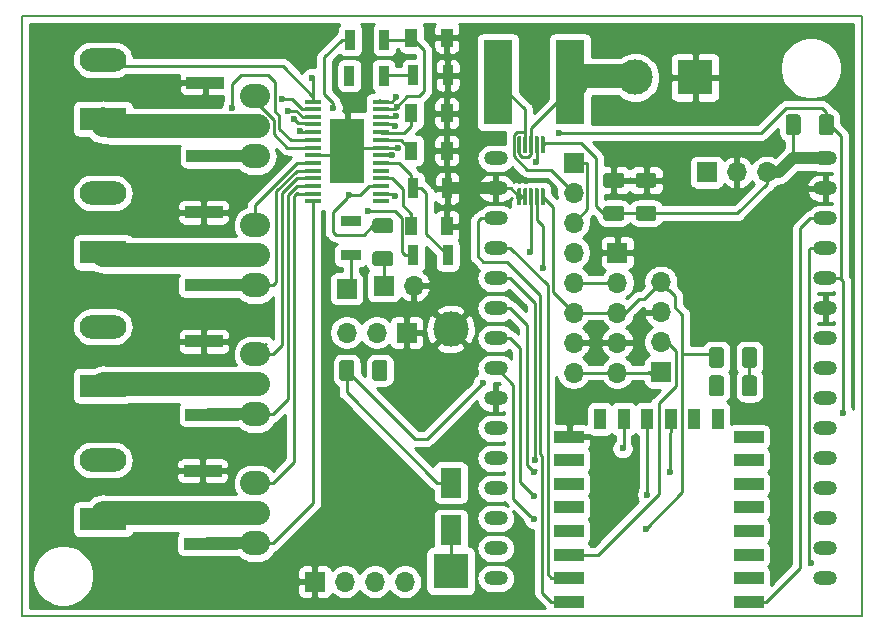
<source format=gbr>
%TF.GenerationSoftware,KiCad,Pcbnew,5.1.5-52549c5~84~ubuntu18.04.1*%
%TF.CreationDate,2020-07-26T00:10:31-03:00*%
%TF.ProjectId,Placa tesis,506c6163-6120-4746-9573-69732e6b6963,rev?*%
%TF.SameCoordinates,Original*%
%TF.FileFunction,Copper,L1,Top*%
%TF.FilePolarity,Positive*%
%FSLAX46Y46*%
G04 Gerber Fmt 4.6, Leading zero omitted, Abs format (unit mm)*
G04 Created by KiCad (PCBNEW 5.1.5-52549c5~84~ubuntu18.04.1) date 2020-07-26 00:10:31*
%MOMM*%
%LPD*%
G04 APERTURE LIST*
%TA.AperFunction,Profile*%
%ADD10C,0.150000*%
%TD*%
%TA.AperFunction,SMDPad,CuDef*%
%ADD11R,2.450000X7.190000*%
%TD*%
%TA.AperFunction,ComponentPad*%
%ADD12R,1.700000X1.700000*%
%TD*%
%TA.AperFunction,ComponentPad*%
%ADD13O,1.700000X1.700000*%
%TD*%
%TA.AperFunction,SMDPad,CuDef*%
%ADD14C,0.100000*%
%TD*%
%TA.AperFunction,ComponentPad*%
%ADD15R,3.960000X1.980000*%
%TD*%
%TA.AperFunction,ComponentPad*%
%ADD16O,3.960000X1.980000*%
%TD*%
%TA.AperFunction,ComponentPad*%
%ADD17O,2.540000X2.032000*%
%TD*%
%TA.AperFunction,ComponentPad*%
%ADD18O,2.000000X1.200000*%
%TD*%
%TA.AperFunction,SMDPad,CuDef*%
%ADD19R,2.500000X1.000000*%
%TD*%
%TA.AperFunction,SMDPad,CuDef*%
%ADD20R,1.000000X1.800000*%
%TD*%
%TA.AperFunction,SMDPad,CuDef*%
%ADD21R,2.997200X5.511800*%
%TD*%
%TA.AperFunction,SMDPad,CuDef*%
%ADD22R,1.422400X0.355600*%
%TD*%
%TA.AperFunction,SMDPad,CuDef*%
%ADD23R,1.000000X1.600000*%
%TD*%
%TA.AperFunction,SMDPad,CuDef*%
%ADD24R,0.900000X1.700000*%
%TD*%
%TA.AperFunction,SMDPad,CuDef*%
%ADD25R,3.200000X1.000000*%
%TD*%
%TA.AperFunction,SMDPad,CuDef*%
%ADD26R,1.700000X0.900000*%
%TD*%
%TA.AperFunction,ComponentPad*%
%ADD27C,3.000000*%
%TD*%
%TA.AperFunction,ComponentPad*%
%ADD28R,3.000000X3.000000*%
%TD*%
%TA.AperFunction,SMDPad,CuDef*%
%ADD29R,1.800000X2.500000*%
%TD*%
%TA.AperFunction,ViaPad*%
%ADD30C,0.600000*%
%TD*%
%TA.AperFunction,Conductor*%
%ADD31C,0.250000*%
%TD*%
%TA.AperFunction,Conductor*%
%ADD32C,0.500000*%
%TD*%
%TA.AperFunction,Conductor*%
%ADD33C,1.000000*%
%TD*%
%TA.AperFunction,Conductor*%
%ADD34C,2.000000*%
%TD*%
%TA.AperFunction,Conductor*%
%ADD35C,0.254000*%
%TD*%
G04 APERTURE END LIST*
D10*
X82800000Y-91800000D02*
X153900000Y-91800000D01*
X153900000Y-41000000D02*
X153900000Y-91800000D01*
X82800000Y-41000000D02*
X82800000Y-91800000D01*
X82800000Y-41000000D02*
X153900000Y-41000000D01*
D11*
%TO.P,R12,2*%
%TO.N,VinS*%
X129200000Y-46600000D03*
%TO.P,R12,1*%
%TO.N,Vin*%
X123100000Y-46600000D03*
%TD*%
D12*
%TO.P,J4,1*%
%TO.N,GND*%
X115380000Y-67800000D03*
D13*
%TO.P,J4,2*%
%TO.N,D3*%
X112840000Y-67800000D03*
%TO.P,J4,3*%
%TO.N,V5*%
X110300000Y-67800000D03*
%TD*%
%TA.AperFunction,SMDPad,CuDef*%
D14*
%TO.P,R26,1*%
%TO.N,V5*%
G36*
X110699504Y-70126204D02*
G01*
X110723773Y-70129804D01*
X110747571Y-70135765D01*
X110770671Y-70144030D01*
X110792849Y-70154520D01*
X110813893Y-70167133D01*
X110833598Y-70181747D01*
X110851777Y-70198223D01*
X110868253Y-70216402D01*
X110882867Y-70236107D01*
X110895480Y-70257151D01*
X110905970Y-70279329D01*
X110914235Y-70302429D01*
X110920196Y-70326227D01*
X110923796Y-70350496D01*
X110925000Y-70375000D01*
X110925000Y-71625000D01*
X110923796Y-71649504D01*
X110920196Y-71673773D01*
X110914235Y-71697571D01*
X110905970Y-71720671D01*
X110895480Y-71742849D01*
X110882867Y-71763893D01*
X110868253Y-71783598D01*
X110851777Y-71801777D01*
X110833598Y-71818253D01*
X110813893Y-71832867D01*
X110792849Y-71845480D01*
X110770671Y-71855970D01*
X110747571Y-71864235D01*
X110723773Y-71870196D01*
X110699504Y-71873796D01*
X110675000Y-71875000D01*
X109925000Y-71875000D01*
X109900496Y-71873796D01*
X109876227Y-71870196D01*
X109852429Y-71864235D01*
X109829329Y-71855970D01*
X109807151Y-71845480D01*
X109786107Y-71832867D01*
X109766402Y-71818253D01*
X109748223Y-71801777D01*
X109731747Y-71783598D01*
X109717133Y-71763893D01*
X109704520Y-71742849D01*
X109694030Y-71720671D01*
X109685765Y-71697571D01*
X109679804Y-71673773D01*
X109676204Y-71649504D01*
X109675000Y-71625000D01*
X109675000Y-70375000D01*
X109676204Y-70350496D01*
X109679804Y-70326227D01*
X109685765Y-70302429D01*
X109694030Y-70279329D01*
X109704520Y-70257151D01*
X109717133Y-70236107D01*
X109731747Y-70216402D01*
X109748223Y-70198223D01*
X109766402Y-70181747D01*
X109786107Y-70167133D01*
X109807151Y-70154520D01*
X109829329Y-70144030D01*
X109852429Y-70135765D01*
X109876227Y-70129804D01*
X109900496Y-70126204D01*
X109925000Y-70125000D01*
X110675000Y-70125000D01*
X110699504Y-70126204D01*
G37*
%TD.AperFunction*%
%TA.AperFunction,SMDPad,CuDef*%
%TO.P,R26,2*%
%TO.N,D3*%
G36*
X113499504Y-70126204D02*
G01*
X113523773Y-70129804D01*
X113547571Y-70135765D01*
X113570671Y-70144030D01*
X113592849Y-70154520D01*
X113613893Y-70167133D01*
X113633598Y-70181747D01*
X113651777Y-70198223D01*
X113668253Y-70216402D01*
X113682867Y-70236107D01*
X113695480Y-70257151D01*
X113705970Y-70279329D01*
X113714235Y-70302429D01*
X113720196Y-70326227D01*
X113723796Y-70350496D01*
X113725000Y-70375000D01*
X113725000Y-71625000D01*
X113723796Y-71649504D01*
X113720196Y-71673773D01*
X113714235Y-71697571D01*
X113705970Y-71720671D01*
X113695480Y-71742849D01*
X113682867Y-71763893D01*
X113668253Y-71783598D01*
X113651777Y-71801777D01*
X113633598Y-71818253D01*
X113613893Y-71832867D01*
X113592849Y-71845480D01*
X113570671Y-71855970D01*
X113547571Y-71864235D01*
X113523773Y-71870196D01*
X113499504Y-71873796D01*
X113475000Y-71875000D01*
X112725000Y-71875000D01*
X112700496Y-71873796D01*
X112676227Y-71870196D01*
X112652429Y-71864235D01*
X112629329Y-71855970D01*
X112607151Y-71845480D01*
X112586107Y-71832867D01*
X112566402Y-71818253D01*
X112548223Y-71801777D01*
X112531747Y-71783598D01*
X112517133Y-71763893D01*
X112504520Y-71742849D01*
X112494030Y-71720671D01*
X112485765Y-71697571D01*
X112479804Y-71673773D01*
X112476204Y-71649504D01*
X112475000Y-71625000D01*
X112475000Y-70375000D01*
X112476204Y-70350496D01*
X112479804Y-70326227D01*
X112485765Y-70302429D01*
X112494030Y-70279329D01*
X112504520Y-70257151D01*
X112517133Y-70236107D01*
X112531747Y-70216402D01*
X112548223Y-70198223D01*
X112566402Y-70181747D01*
X112586107Y-70167133D01*
X112607151Y-70154520D01*
X112629329Y-70144030D01*
X112652429Y-70135765D01*
X112676227Y-70129804D01*
X112700496Y-70126204D01*
X112725000Y-70125000D01*
X113475000Y-70125000D01*
X113499504Y-70126204D01*
G37*
%TD.AperFunction*%
%TD*%
D15*
%TO.P,D4,1*%
%TO.N,DR4*%
X89651000Y-49700000D03*
D16*
%TO.P,D4,2*%
%TO.N,Vin*%
X89651000Y-44700000D03*
%TD*%
%TA.AperFunction,SMDPad,CuDef*%
D14*
%TO.P,R15,1*%
%TO.N,V5*%
G36*
X148499504Y-49326204D02*
G01*
X148523773Y-49329804D01*
X148547571Y-49335765D01*
X148570671Y-49344030D01*
X148592849Y-49354520D01*
X148613893Y-49367133D01*
X148633598Y-49381747D01*
X148651777Y-49398223D01*
X148668253Y-49416402D01*
X148682867Y-49436107D01*
X148695480Y-49457151D01*
X148705970Y-49479329D01*
X148714235Y-49502429D01*
X148720196Y-49526227D01*
X148723796Y-49550496D01*
X148725000Y-49575000D01*
X148725000Y-50825000D01*
X148723796Y-50849504D01*
X148720196Y-50873773D01*
X148714235Y-50897571D01*
X148705970Y-50920671D01*
X148695480Y-50942849D01*
X148682867Y-50963893D01*
X148668253Y-50983598D01*
X148651777Y-51001777D01*
X148633598Y-51018253D01*
X148613893Y-51032867D01*
X148592849Y-51045480D01*
X148570671Y-51055970D01*
X148547571Y-51064235D01*
X148523773Y-51070196D01*
X148499504Y-51073796D01*
X148475000Y-51075000D01*
X147725000Y-51075000D01*
X147700496Y-51073796D01*
X147676227Y-51070196D01*
X147652429Y-51064235D01*
X147629329Y-51055970D01*
X147607151Y-51045480D01*
X147586107Y-51032867D01*
X147566402Y-51018253D01*
X147548223Y-51001777D01*
X147531747Y-50983598D01*
X147517133Y-50963893D01*
X147504520Y-50942849D01*
X147494030Y-50920671D01*
X147485765Y-50897571D01*
X147479804Y-50873773D01*
X147476204Y-50849504D01*
X147475000Y-50825000D01*
X147475000Y-49575000D01*
X147476204Y-49550496D01*
X147479804Y-49526227D01*
X147485765Y-49502429D01*
X147494030Y-49479329D01*
X147504520Y-49457151D01*
X147517133Y-49436107D01*
X147531747Y-49416402D01*
X147548223Y-49398223D01*
X147566402Y-49381747D01*
X147586107Y-49367133D01*
X147607151Y-49354520D01*
X147629329Y-49344030D01*
X147652429Y-49335765D01*
X147676227Y-49329804D01*
X147700496Y-49326204D01*
X147725000Y-49325000D01*
X148475000Y-49325000D01*
X148499504Y-49326204D01*
G37*
%TD.AperFunction*%
%TA.AperFunction,SMDPad,CuDef*%
%TO.P,R15,2*%
%TO.N,Net-(R15-Pad2)*%
G36*
X151299504Y-49326204D02*
G01*
X151323773Y-49329804D01*
X151347571Y-49335765D01*
X151370671Y-49344030D01*
X151392849Y-49354520D01*
X151413893Y-49367133D01*
X151433598Y-49381747D01*
X151451777Y-49398223D01*
X151468253Y-49416402D01*
X151482867Y-49436107D01*
X151495480Y-49457151D01*
X151505970Y-49479329D01*
X151514235Y-49502429D01*
X151520196Y-49526227D01*
X151523796Y-49550496D01*
X151525000Y-49575000D01*
X151525000Y-50825000D01*
X151523796Y-50849504D01*
X151520196Y-50873773D01*
X151514235Y-50897571D01*
X151505970Y-50920671D01*
X151495480Y-50942849D01*
X151482867Y-50963893D01*
X151468253Y-50983598D01*
X151451777Y-51001777D01*
X151433598Y-51018253D01*
X151413893Y-51032867D01*
X151392849Y-51045480D01*
X151370671Y-51055970D01*
X151347571Y-51064235D01*
X151323773Y-51070196D01*
X151299504Y-51073796D01*
X151275000Y-51075000D01*
X150525000Y-51075000D01*
X150500496Y-51073796D01*
X150476227Y-51070196D01*
X150452429Y-51064235D01*
X150429329Y-51055970D01*
X150407151Y-51045480D01*
X150386107Y-51032867D01*
X150366402Y-51018253D01*
X150348223Y-51001777D01*
X150331747Y-50983598D01*
X150317133Y-50963893D01*
X150304520Y-50942849D01*
X150294030Y-50920671D01*
X150285765Y-50897571D01*
X150279804Y-50873773D01*
X150276204Y-50849504D01*
X150275000Y-50825000D01*
X150275000Y-49575000D01*
X150276204Y-49550496D01*
X150279804Y-49526227D01*
X150285765Y-49502429D01*
X150294030Y-49479329D01*
X150304520Y-49457151D01*
X150317133Y-49436107D01*
X150331747Y-49416402D01*
X150348223Y-49398223D01*
X150366402Y-49381747D01*
X150386107Y-49367133D01*
X150407151Y-49354520D01*
X150429329Y-49344030D01*
X150452429Y-49335765D01*
X150476227Y-49329804D01*
X150500496Y-49326204D01*
X150525000Y-49325000D01*
X151275000Y-49325000D01*
X151299504Y-49326204D01*
G37*
%TD.AperFunction*%
%TD*%
D12*
%TO.P,J13,1*%
%TO.N,GND*%
X133200000Y-61020000D03*
D13*
%TO.P,J13,2*%
%TO.N,D1*%
X133200000Y-63560000D03*
%TO.P,J13,3*%
%TO.N,D2*%
X133200000Y-66100000D03*
%TO.P,J13,4*%
%TO.N,GND*%
X133200000Y-68640000D03*
%TO.P,J13,5*%
%TO.N,V5*%
X133200000Y-71180000D03*
%TD*%
%TA.AperFunction,SMDPad,CuDef*%
D14*
%TO.P,U3,1*%
%TO.N,GND*%
G36*
X124982351Y-55575361D02*
G01*
X124989632Y-55576441D01*
X124996771Y-55578229D01*
X125003701Y-55580709D01*
X125010355Y-55583856D01*
X125016668Y-55587640D01*
X125022579Y-55592024D01*
X125028033Y-55596967D01*
X125032976Y-55602421D01*
X125037360Y-55608332D01*
X125041144Y-55614645D01*
X125044291Y-55621299D01*
X125046771Y-55628229D01*
X125048559Y-55635368D01*
X125049639Y-55642649D01*
X125050000Y-55650000D01*
X125050000Y-56950000D01*
X125049639Y-56957351D01*
X125048559Y-56964632D01*
X125046771Y-56971771D01*
X125044291Y-56978701D01*
X125041144Y-56985355D01*
X125037360Y-56991668D01*
X125032976Y-56997579D01*
X125028033Y-57003033D01*
X125022579Y-57007976D01*
X125016668Y-57012360D01*
X125010355Y-57016144D01*
X125003701Y-57019291D01*
X124996771Y-57021771D01*
X124989632Y-57023559D01*
X124982351Y-57024639D01*
X124975000Y-57025000D01*
X124825000Y-57025000D01*
X124817649Y-57024639D01*
X124810368Y-57023559D01*
X124803229Y-57021771D01*
X124796299Y-57019291D01*
X124789645Y-57016144D01*
X124783332Y-57012360D01*
X124777421Y-57007976D01*
X124771967Y-57003033D01*
X124767024Y-56997579D01*
X124762640Y-56991668D01*
X124758856Y-56985355D01*
X124755709Y-56978701D01*
X124753229Y-56971771D01*
X124751441Y-56964632D01*
X124750361Y-56957351D01*
X124750000Y-56950000D01*
X124750000Y-55650000D01*
X124750361Y-55642649D01*
X124751441Y-55635368D01*
X124753229Y-55628229D01*
X124755709Y-55621299D01*
X124758856Y-55614645D01*
X124762640Y-55608332D01*
X124767024Y-55602421D01*
X124771967Y-55596967D01*
X124777421Y-55592024D01*
X124783332Y-55587640D01*
X124789645Y-55583856D01*
X124796299Y-55580709D01*
X124803229Y-55578229D01*
X124810368Y-55576441D01*
X124817649Y-55575361D01*
X124825000Y-55575000D01*
X124975000Y-55575000D01*
X124982351Y-55575361D01*
G37*
%TD.AperFunction*%
%TA.AperFunction,SMDPad,CuDef*%
%TO.P,U3,2*%
G36*
X125482351Y-55575361D02*
G01*
X125489632Y-55576441D01*
X125496771Y-55578229D01*
X125503701Y-55580709D01*
X125510355Y-55583856D01*
X125516668Y-55587640D01*
X125522579Y-55592024D01*
X125528033Y-55596967D01*
X125532976Y-55602421D01*
X125537360Y-55608332D01*
X125541144Y-55614645D01*
X125544291Y-55621299D01*
X125546771Y-55628229D01*
X125548559Y-55635368D01*
X125549639Y-55642649D01*
X125550000Y-55650000D01*
X125550000Y-56950000D01*
X125549639Y-56957351D01*
X125548559Y-56964632D01*
X125546771Y-56971771D01*
X125544291Y-56978701D01*
X125541144Y-56985355D01*
X125537360Y-56991668D01*
X125532976Y-56997579D01*
X125528033Y-57003033D01*
X125522579Y-57007976D01*
X125516668Y-57012360D01*
X125510355Y-57016144D01*
X125503701Y-57019291D01*
X125496771Y-57021771D01*
X125489632Y-57023559D01*
X125482351Y-57024639D01*
X125475000Y-57025000D01*
X125325000Y-57025000D01*
X125317649Y-57024639D01*
X125310368Y-57023559D01*
X125303229Y-57021771D01*
X125296299Y-57019291D01*
X125289645Y-57016144D01*
X125283332Y-57012360D01*
X125277421Y-57007976D01*
X125271967Y-57003033D01*
X125267024Y-56997579D01*
X125262640Y-56991668D01*
X125258856Y-56985355D01*
X125255709Y-56978701D01*
X125253229Y-56971771D01*
X125251441Y-56964632D01*
X125250361Y-56957351D01*
X125250000Y-56950000D01*
X125250000Y-55650000D01*
X125250361Y-55642649D01*
X125251441Y-55635368D01*
X125253229Y-55628229D01*
X125255709Y-55621299D01*
X125258856Y-55614645D01*
X125262640Y-55608332D01*
X125267024Y-55602421D01*
X125271967Y-55596967D01*
X125277421Y-55592024D01*
X125283332Y-55587640D01*
X125289645Y-55583856D01*
X125296299Y-55580709D01*
X125303229Y-55578229D01*
X125310368Y-55576441D01*
X125317649Y-55575361D01*
X125325000Y-55575000D01*
X125475000Y-55575000D01*
X125482351Y-55575361D01*
G37*
%TD.AperFunction*%
%TA.AperFunction,SMDPad,CuDef*%
%TO.P,U3,3*%
%TO.N,ALARM*%
G36*
X125982351Y-55575361D02*
G01*
X125989632Y-55576441D01*
X125996771Y-55578229D01*
X126003701Y-55580709D01*
X126010355Y-55583856D01*
X126016668Y-55587640D01*
X126022579Y-55592024D01*
X126028033Y-55596967D01*
X126032976Y-55602421D01*
X126037360Y-55608332D01*
X126041144Y-55614645D01*
X126044291Y-55621299D01*
X126046771Y-55628229D01*
X126048559Y-55635368D01*
X126049639Y-55642649D01*
X126050000Y-55650000D01*
X126050000Y-56950000D01*
X126049639Y-56957351D01*
X126048559Y-56964632D01*
X126046771Y-56971771D01*
X126044291Y-56978701D01*
X126041144Y-56985355D01*
X126037360Y-56991668D01*
X126032976Y-56997579D01*
X126028033Y-57003033D01*
X126022579Y-57007976D01*
X126016668Y-57012360D01*
X126010355Y-57016144D01*
X126003701Y-57019291D01*
X125996771Y-57021771D01*
X125989632Y-57023559D01*
X125982351Y-57024639D01*
X125975000Y-57025000D01*
X125825000Y-57025000D01*
X125817649Y-57024639D01*
X125810368Y-57023559D01*
X125803229Y-57021771D01*
X125796299Y-57019291D01*
X125789645Y-57016144D01*
X125783332Y-57012360D01*
X125777421Y-57007976D01*
X125771967Y-57003033D01*
X125767024Y-56997579D01*
X125762640Y-56991668D01*
X125758856Y-56985355D01*
X125755709Y-56978701D01*
X125753229Y-56971771D01*
X125751441Y-56964632D01*
X125750361Y-56957351D01*
X125750000Y-56950000D01*
X125750000Y-55650000D01*
X125750361Y-55642649D01*
X125751441Y-55635368D01*
X125753229Y-55628229D01*
X125755709Y-55621299D01*
X125758856Y-55614645D01*
X125762640Y-55608332D01*
X125767024Y-55602421D01*
X125771967Y-55596967D01*
X125777421Y-55592024D01*
X125783332Y-55587640D01*
X125789645Y-55583856D01*
X125796299Y-55580709D01*
X125803229Y-55578229D01*
X125810368Y-55576441D01*
X125817649Y-55575361D01*
X125825000Y-55575000D01*
X125975000Y-55575000D01*
X125982351Y-55575361D01*
G37*
%TD.AperFunction*%
%TA.AperFunction,SMDPad,CuDef*%
%TO.P,U3,4*%
%TO.N,D1*%
G36*
X126482351Y-55575361D02*
G01*
X126489632Y-55576441D01*
X126496771Y-55578229D01*
X126503701Y-55580709D01*
X126510355Y-55583856D01*
X126516668Y-55587640D01*
X126522579Y-55592024D01*
X126528033Y-55596967D01*
X126532976Y-55602421D01*
X126537360Y-55608332D01*
X126541144Y-55614645D01*
X126544291Y-55621299D01*
X126546771Y-55628229D01*
X126548559Y-55635368D01*
X126549639Y-55642649D01*
X126550000Y-55650000D01*
X126550000Y-56950000D01*
X126549639Y-56957351D01*
X126548559Y-56964632D01*
X126546771Y-56971771D01*
X126544291Y-56978701D01*
X126541144Y-56985355D01*
X126537360Y-56991668D01*
X126532976Y-56997579D01*
X126528033Y-57003033D01*
X126522579Y-57007976D01*
X126516668Y-57012360D01*
X126510355Y-57016144D01*
X126503701Y-57019291D01*
X126496771Y-57021771D01*
X126489632Y-57023559D01*
X126482351Y-57024639D01*
X126475000Y-57025000D01*
X126325000Y-57025000D01*
X126317649Y-57024639D01*
X126310368Y-57023559D01*
X126303229Y-57021771D01*
X126296299Y-57019291D01*
X126289645Y-57016144D01*
X126283332Y-57012360D01*
X126277421Y-57007976D01*
X126271967Y-57003033D01*
X126267024Y-56997579D01*
X126262640Y-56991668D01*
X126258856Y-56985355D01*
X126255709Y-56978701D01*
X126253229Y-56971771D01*
X126251441Y-56964632D01*
X126250361Y-56957351D01*
X126250000Y-56950000D01*
X126250000Y-55650000D01*
X126250361Y-55642649D01*
X126251441Y-55635368D01*
X126253229Y-55628229D01*
X126255709Y-55621299D01*
X126258856Y-55614645D01*
X126262640Y-55608332D01*
X126267024Y-55602421D01*
X126271967Y-55596967D01*
X126277421Y-55592024D01*
X126283332Y-55587640D01*
X126289645Y-55583856D01*
X126296299Y-55580709D01*
X126303229Y-55578229D01*
X126310368Y-55576441D01*
X126317649Y-55575361D01*
X126325000Y-55575000D01*
X126475000Y-55575000D01*
X126482351Y-55575361D01*
G37*
%TD.AperFunction*%
%TA.AperFunction,SMDPad,CuDef*%
%TO.P,U3,5*%
%TO.N,D2*%
G36*
X126982351Y-55575361D02*
G01*
X126989632Y-55576441D01*
X126996771Y-55578229D01*
X127003701Y-55580709D01*
X127010355Y-55583856D01*
X127016668Y-55587640D01*
X127022579Y-55592024D01*
X127028033Y-55596967D01*
X127032976Y-55602421D01*
X127037360Y-55608332D01*
X127041144Y-55614645D01*
X127044291Y-55621299D01*
X127046771Y-55628229D01*
X127048559Y-55635368D01*
X127049639Y-55642649D01*
X127050000Y-55650000D01*
X127050000Y-56950000D01*
X127049639Y-56957351D01*
X127048559Y-56964632D01*
X127046771Y-56971771D01*
X127044291Y-56978701D01*
X127041144Y-56985355D01*
X127037360Y-56991668D01*
X127032976Y-56997579D01*
X127028033Y-57003033D01*
X127022579Y-57007976D01*
X127016668Y-57012360D01*
X127010355Y-57016144D01*
X127003701Y-57019291D01*
X126996771Y-57021771D01*
X126989632Y-57023559D01*
X126982351Y-57024639D01*
X126975000Y-57025000D01*
X126825000Y-57025000D01*
X126817649Y-57024639D01*
X126810368Y-57023559D01*
X126803229Y-57021771D01*
X126796299Y-57019291D01*
X126789645Y-57016144D01*
X126783332Y-57012360D01*
X126777421Y-57007976D01*
X126771967Y-57003033D01*
X126767024Y-56997579D01*
X126762640Y-56991668D01*
X126758856Y-56985355D01*
X126755709Y-56978701D01*
X126753229Y-56971771D01*
X126751441Y-56964632D01*
X126750361Y-56957351D01*
X126750000Y-56950000D01*
X126750000Y-55650000D01*
X126750361Y-55642649D01*
X126751441Y-55635368D01*
X126753229Y-55628229D01*
X126755709Y-55621299D01*
X126758856Y-55614645D01*
X126762640Y-55608332D01*
X126767024Y-55602421D01*
X126771967Y-55596967D01*
X126777421Y-55592024D01*
X126783332Y-55587640D01*
X126789645Y-55583856D01*
X126796299Y-55580709D01*
X126803229Y-55578229D01*
X126810368Y-55576441D01*
X126817649Y-55575361D01*
X126825000Y-55575000D01*
X126975000Y-55575000D01*
X126982351Y-55575361D01*
G37*
%TD.AperFunction*%
%TA.AperFunction,SMDPad,CuDef*%
%TO.P,U3,6*%
%TO.N,V5*%
G36*
X126982351Y-51175361D02*
G01*
X126989632Y-51176441D01*
X126996771Y-51178229D01*
X127003701Y-51180709D01*
X127010355Y-51183856D01*
X127016668Y-51187640D01*
X127022579Y-51192024D01*
X127028033Y-51196967D01*
X127032976Y-51202421D01*
X127037360Y-51208332D01*
X127041144Y-51214645D01*
X127044291Y-51221299D01*
X127046771Y-51228229D01*
X127048559Y-51235368D01*
X127049639Y-51242649D01*
X127050000Y-51250000D01*
X127050000Y-52550000D01*
X127049639Y-52557351D01*
X127048559Y-52564632D01*
X127046771Y-52571771D01*
X127044291Y-52578701D01*
X127041144Y-52585355D01*
X127037360Y-52591668D01*
X127032976Y-52597579D01*
X127028033Y-52603033D01*
X127022579Y-52607976D01*
X127016668Y-52612360D01*
X127010355Y-52616144D01*
X127003701Y-52619291D01*
X126996771Y-52621771D01*
X126989632Y-52623559D01*
X126982351Y-52624639D01*
X126975000Y-52625000D01*
X126825000Y-52625000D01*
X126817649Y-52624639D01*
X126810368Y-52623559D01*
X126803229Y-52621771D01*
X126796299Y-52619291D01*
X126789645Y-52616144D01*
X126783332Y-52612360D01*
X126777421Y-52607976D01*
X126771967Y-52603033D01*
X126767024Y-52597579D01*
X126762640Y-52591668D01*
X126758856Y-52585355D01*
X126755709Y-52578701D01*
X126753229Y-52571771D01*
X126751441Y-52564632D01*
X126750361Y-52557351D01*
X126750000Y-52550000D01*
X126750000Y-51250000D01*
X126750361Y-51242649D01*
X126751441Y-51235368D01*
X126753229Y-51228229D01*
X126755709Y-51221299D01*
X126758856Y-51214645D01*
X126762640Y-51208332D01*
X126767024Y-51202421D01*
X126771967Y-51196967D01*
X126777421Y-51192024D01*
X126783332Y-51187640D01*
X126789645Y-51183856D01*
X126796299Y-51180709D01*
X126803229Y-51178229D01*
X126810368Y-51176441D01*
X126817649Y-51175361D01*
X126825000Y-51175000D01*
X126975000Y-51175000D01*
X126982351Y-51175361D01*
G37*
%TD.AperFunction*%
%TA.AperFunction,SMDPad,CuDef*%
%TO.P,U3,7*%
%TO.N,GND*%
G36*
X126482351Y-51175361D02*
G01*
X126489632Y-51176441D01*
X126496771Y-51178229D01*
X126503701Y-51180709D01*
X126510355Y-51183856D01*
X126516668Y-51187640D01*
X126522579Y-51192024D01*
X126528033Y-51196967D01*
X126532976Y-51202421D01*
X126537360Y-51208332D01*
X126541144Y-51214645D01*
X126544291Y-51221299D01*
X126546771Y-51228229D01*
X126548559Y-51235368D01*
X126549639Y-51242649D01*
X126550000Y-51250000D01*
X126550000Y-52550000D01*
X126549639Y-52557351D01*
X126548559Y-52564632D01*
X126546771Y-52571771D01*
X126544291Y-52578701D01*
X126541144Y-52585355D01*
X126537360Y-52591668D01*
X126532976Y-52597579D01*
X126528033Y-52603033D01*
X126522579Y-52607976D01*
X126516668Y-52612360D01*
X126510355Y-52616144D01*
X126503701Y-52619291D01*
X126496771Y-52621771D01*
X126489632Y-52623559D01*
X126482351Y-52624639D01*
X126475000Y-52625000D01*
X126325000Y-52625000D01*
X126317649Y-52624639D01*
X126310368Y-52623559D01*
X126303229Y-52621771D01*
X126296299Y-52619291D01*
X126289645Y-52616144D01*
X126283332Y-52612360D01*
X126277421Y-52607976D01*
X126271967Y-52603033D01*
X126267024Y-52597579D01*
X126262640Y-52591668D01*
X126258856Y-52585355D01*
X126255709Y-52578701D01*
X126253229Y-52571771D01*
X126251441Y-52564632D01*
X126250361Y-52557351D01*
X126250000Y-52550000D01*
X126250000Y-51250000D01*
X126250361Y-51242649D01*
X126251441Y-51235368D01*
X126253229Y-51228229D01*
X126255709Y-51221299D01*
X126258856Y-51214645D01*
X126262640Y-51208332D01*
X126267024Y-51202421D01*
X126271967Y-51196967D01*
X126277421Y-51192024D01*
X126283332Y-51187640D01*
X126289645Y-51183856D01*
X126296299Y-51180709D01*
X126303229Y-51178229D01*
X126310368Y-51176441D01*
X126317649Y-51175361D01*
X126325000Y-51175000D01*
X126475000Y-51175000D01*
X126482351Y-51175361D01*
G37*
%TD.AperFunction*%
%TA.AperFunction,SMDPad,CuDef*%
%TO.P,U3,8*%
%TO.N,VinS*%
G36*
X125982351Y-51175361D02*
G01*
X125989632Y-51176441D01*
X125996771Y-51178229D01*
X126003701Y-51180709D01*
X126010355Y-51183856D01*
X126016668Y-51187640D01*
X126022579Y-51192024D01*
X126028033Y-51196967D01*
X126032976Y-51202421D01*
X126037360Y-51208332D01*
X126041144Y-51214645D01*
X126044291Y-51221299D01*
X126046771Y-51228229D01*
X126048559Y-51235368D01*
X126049639Y-51242649D01*
X126050000Y-51250000D01*
X126050000Y-52550000D01*
X126049639Y-52557351D01*
X126048559Y-52564632D01*
X126046771Y-52571771D01*
X126044291Y-52578701D01*
X126041144Y-52585355D01*
X126037360Y-52591668D01*
X126032976Y-52597579D01*
X126028033Y-52603033D01*
X126022579Y-52607976D01*
X126016668Y-52612360D01*
X126010355Y-52616144D01*
X126003701Y-52619291D01*
X125996771Y-52621771D01*
X125989632Y-52623559D01*
X125982351Y-52624639D01*
X125975000Y-52625000D01*
X125825000Y-52625000D01*
X125817649Y-52624639D01*
X125810368Y-52623559D01*
X125803229Y-52621771D01*
X125796299Y-52619291D01*
X125789645Y-52616144D01*
X125783332Y-52612360D01*
X125777421Y-52607976D01*
X125771967Y-52603033D01*
X125767024Y-52597579D01*
X125762640Y-52591668D01*
X125758856Y-52585355D01*
X125755709Y-52578701D01*
X125753229Y-52571771D01*
X125751441Y-52564632D01*
X125750361Y-52557351D01*
X125750000Y-52550000D01*
X125750000Y-51250000D01*
X125750361Y-51242649D01*
X125751441Y-51235368D01*
X125753229Y-51228229D01*
X125755709Y-51221299D01*
X125758856Y-51214645D01*
X125762640Y-51208332D01*
X125767024Y-51202421D01*
X125771967Y-51196967D01*
X125777421Y-51192024D01*
X125783332Y-51187640D01*
X125789645Y-51183856D01*
X125796299Y-51180709D01*
X125803229Y-51178229D01*
X125810368Y-51176441D01*
X125817649Y-51175361D01*
X125825000Y-51175000D01*
X125975000Y-51175000D01*
X125982351Y-51175361D01*
G37*
%TD.AperFunction*%
%TA.AperFunction,SMDPad,CuDef*%
%TO.P,U3,9*%
%TO.N,Vin*%
G36*
X125482351Y-51175361D02*
G01*
X125489632Y-51176441D01*
X125496771Y-51178229D01*
X125503701Y-51180709D01*
X125510355Y-51183856D01*
X125516668Y-51187640D01*
X125522579Y-51192024D01*
X125528033Y-51196967D01*
X125532976Y-51202421D01*
X125537360Y-51208332D01*
X125541144Y-51214645D01*
X125544291Y-51221299D01*
X125546771Y-51228229D01*
X125548559Y-51235368D01*
X125549639Y-51242649D01*
X125550000Y-51250000D01*
X125550000Y-52550000D01*
X125549639Y-52557351D01*
X125548559Y-52564632D01*
X125546771Y-52571771D01*
X125544291Y-52578701D01*
X125541144Y-52585355D01*
X125537360Y-52591668D01*
X125532976Y-52597579D01*
X125528033Y-52603033D01*
X125522579Y-52607976D01*
X125516668Y-52612360D01*
X125510355Y-52616144D01*
X125503701Y-52619291D01*
X125496771Y-52621771D01*
X125489632Y-52623559D01*
X125482351Y-52624639D01*
X125475000Y-52625000D01*
X125325000Y-52625000D01*
X125317649Y-52624639D01*
X125310368Y-52623559D01*
X125303229Y-52621771D01*
X125296299Y-52619291D01*
X125289645Y-52616144D01*
X125283332Y-52612360D01*
X125277421Y-52607976D01*
X125271967Y-52603033D01*
X125267024Y-52597579D01*
X125262640Y-52591668D01*
X125258856Y-52585355D01*
X125255709Y-52578701D01*
X125253229Y-52571771D01*
X125251441Y-52564632D01*
X125250361Y-52557351D01*
X125250000Y-52550000D01*
X125250000Y-51250000D01*
X125250361Y-51242649D01*
X125251441Y-51235368D01*
X125253229Y-51228229D01*
X125255709Y-51221299D01*
X125258856Y-51214645D01*
X125262640Y-51208332D01*
X125267024Y-51202421D01*
X125271967Y-51196967D01*
X125277421Y-51192024D01*
X125283332Y-51187640D01*
X125289645Y-51183856D01*
X125296299Y-51180709D01*
X125303229Y-51178229D01*
X125310368Y-51176441D01*
X125317649Y-51175361D01*
X125325000Y-51175000D01*
X125475000Y-51175000D01*
X125482351Y-51175361D01*
G37*
%TD.AperFunction*%
%TA.AperFunction,SMDPad,CuDef*%
%TO.P,U3,10*%
%TO.N,VinS*%
G36*
X124982351Y-51175361D02*
G01*
X124989632Y-51176441D01*
X124996771Y-51178229D01*
X125003701Y-51180709D01*
X125010355Y-51183856D01*
X125016668Y-51187640D01*
X125022579Y-51192024D01*
X125028033Y-51196967D01*
X125032976Y-51202421D01*
X125037360Y-51208332D01*
X125041144Y-51214645D01*
X125044291Y-51221299D01*
X125046771Y-51228229D01*
X125048559Y-51235368D01*
X125049639Y-51242649D01*
X125050000Y-51250000D01*
X125050000Y-52550000D01*
X125049639Y-52557351D01*
X125048559Y-52564632D01*
X125046771Y-52571771D01*
X125044291Y-52578701D01*
X125041144Y-52585355D01*
X125037360Y-52591668D01*
X125032976Y-52597579D01*
X125028033Y-52603033D01*
X125022579Y-52607976D01*
X125016668Y-52612360D01*
X125010355Y-52616144D01*
X125003701Y-52619291D01*
X124996771Y-52621771D01*
X124989632Y-52623559D01*
X124982351Y-52624639D01*
X124975000Y-52625000D01*
X124825000Y-52625000D01*
X124817649Y-52624639D01*
X124810368Y-52623559D01*
X124803229Y-52621771D01*
X124796299Y-52619291D01*
X124789645Y-52616144D01*
X124783332Y-52612360D01*
X124777421Y-52607976D01*
X124771967Y-52603033D01*
X124767024Y-52597579D01*
X124762640Y-52591668D01*
X124758856Y-52585355D01*
X124755709Y-52578701D01*
X124753229Y-52571771D01*
X124751441Y-52564632D01*
X124750361Y-52557351D01*
X124750000Y-52550000D01*
X124750000Y-51250000D01*
X124750361Y-51242649D01*
X124751441Y-51235368D01*
X124753229Y-51228229D01*
X124755709Y-51221299D01*
X124758856Y-51214645D01*
X124762640Y-51208332D01*
X124767024Y-51202421D01*
X124771967Y-51196967D01*
X124777421Y-51192024D01*
X124783332Y-51187640D01*
X124789645Y-51183856D01*
X124796299Y-51180709D01*
X124803229Y-51178229D01*
X124810368Y-51176441D01*
X124817649Y-51175361D01*
X124825000Y-51175000D01*
X124975000Y-51175000D01*
X124982351Y-51175361D01*
G37*
%TD.AperFunction*%
%TD*%
D12*
%TO.P,J14,1*%
%TO.N,VinS*%
X129500000Y-53400000D03*
D13*
%TO.P,J14,2*%
%TO.N,Vin*%
X129500000Y-55940000D03*
%TO.P,J14,3*%
%TO.N,VinS*%
X129500000Y-58480000D03*
%TO.P,J14,4*%
%TO.N,ALARM*%
X129500000Y-61020000D03*
%TO.P,J14,5*%
%TO.N,D1*%
X129500000Y-63560000D03*
%TO.P,J14,6*%
%TO.N,D2*%
X129500000Y-66100000D03*
%TO.P,J14,7*%
%TO.N,GND*%
X129500000Y-68640000D03*
%TO.P,J14,8*%
%TO.N,V5*%
X129500000Y-71180000D03*
%TD*%
D12*
%TO.P,J15,1*%
%TO.N,V5*%
X136900000Y-71140000D03*
D13*
%TO.P,J15,2*%
%TO.N,D1*%
X136900000Y-68600000D03*
%TO.P,J15,3*%
%TO.N,GND*%
X136900000Y-66060000D03*
%TO.P,J15,4*%
%TO.N,D2*%
X136900000Y-63520000D03*
%TD*%
D17*
%TO.P,Q4,2*%
%TO.N,DR4*%
X102541500Y-50335500D03*
%TO.P,Q4,3*%
%TO.N,SE4*%
X102541500Y-52875500D03*
%TO.P,Q4,1*%
%TO.N,GD4*%
X102541500Y-47795500D03*
%TD*%
D18*
%TO.P,U2,15*%
%TO.N,V5*%
X150811500Y-53040000D03*
%TO.P,U2,16*%
%TO.N,Net-(R15-Pad2)*%
X122911500Y-53040000D03*
%TO.P,U2,14*%
%TO.N,GND*%
X150811500Y-55580000D03*
%TO.P,U2,17*%
X122911500Y-55580000D03*
%TO.P,U2,13*%
%TO.N,RST_esp*%
X150811500Y-58120000D03*
%TO.P,U2,18*%
%TO.N,TX*%
X122911500Y-58120000D03*
%TO.P,U2,12*%
%TO.N,EN_esp*%
X150811500Y-60660000D03*
%TO.P,U2,19*%
%TO.N,RX*%
X122911500Y-60660000D03*
%TO.P,U2,11*%
%TO.N,Net-(R15-Pad2)*%
X150811500Y-63200000D03*
%TO.P,U2,20*%
%TO.N,D8*%
X122911500Y-63200000D03*
%TO.P,U2,10*%
%TO.N,GND*%
X150811500Y-65740000D03*
%TO.P,U2,21*%
%TO.N,D7*%
X122911500Y-65740000D03*
%TO.P,U2,9*%
%TO.N,SK*%
X150811500Y-68280000D03*
%TO.P,U2,22*%
%TO.N,D6*%
X122911500Y-68280000D03*
%TO.P,U2,8*%
%TO.N,S0*%
X150811500Y-70820000D03*
%TO.P,U2,23*%
%TO.N,ALARM*%
X122911500Y-70820000D03*
%TO.P,U2,7*%
%TO.N,SC*%
X150811500Y-73360000D03*
%TO.P,U2,24*%
%TO.N,GND*%
X122911500Y-73360000D03*
%TO.P,U2,6*%
%TO.N,S1*%
X150811500Y-75900000D03*
%TO.P,U2,25*%
%TO.N,Net-(R15-Pad2)*%
X122911500Y-75900000D03*
%TO.P,U2,5*%
%TO.N,S2*%
X150811500Y-78440000D03*
%TO.P,U2,26*%
%TO.N,D4*%
X122911500Y-78440000D03*
%TO.P,U2,4*%
%TO.N,S3*%
X150811500Y-80980000D03*
%TO.P,U2,27*%
%TO.N,D3*%
X122911500Y-80980000D03*
%TO.P,U2,3*%
%TO.N,Net-(U2-Pad3)*%
X150811500Y-83520000D03*
%TO.P,U2,28*%
%TO.N,D2*%
X122911500Y-83520000D03*
%TO.P,U2,2*%
%TO.N,Net-(U2-Pad2)*%
X150811500Y-86060000D03*
%TO.P,U2,29*%
%TO.N,D1*%
X122911500Y-86060000D03*
%TO.P,U2,1*%
%TO.N,A0*%
X150811500Y-88600000D03*
%TO.P,U2,30*%
%TO.N,D0*%
X122911500Y-88600000D03*
%TD*%
D19*
%TO.P,U5,22*%
%TO.N,TX*%
X129134500Y-90600000D03*
%TO.P,U5,21*%
%TO.N,RX*%
X129134500Y-88600000D03*
%TO.P,U5,20*%
%TO.N,D1*%
X129134500Y-86600000D03*
%TO.P,U5,19*%
%TO.N,D2*%
X129134500Y-84600000D03*
%TO.P,U5,18*%
%TO.N,D3*%
X129134500Y-82600000D03*
%TO.P,U5,17*%
%TO.N,D4*%
X129134500Y-80600000D03*
%TO.P,U5,16*%
%TO.N,D8*%
X129134500Y-78600000D03*
%TO.P,U5,15*%
%TO.N,GND*%
X129134500Y-76600000D03*
D20*
%TO.P,U5,14*%
%TO.N,SK*%
X131734500Y-75100000D03*
%TO.P,U5,13*%
%TO.N,S1*%
X133734500Y-75100000D03*
%TO.P,U5,12*%
%TO.N,S3*%
X135734500Y-75100000D03*
%TO.P,U5,11*%
%TO.N,S2*%
X137734500Y-75100000D03*
%TO.P,U5,10*%
%TO.N,S0*%
X139734500Y-75100000D03*
%TO.P,U5,9*%
%TO.N,SC*%
X141734500Y-75100000D03*
D19*
%TO.P,U5,8*%
%TO.N,Net-(R15-Pad2)*%
X144334500Y-76600000D03*
%TO.P,U5,7*%
%TO.N,D7*%
X144334500Y-78600000D03*
%TO.P,U5,6*%
%TO.N,D6*%
X144334500Y-80600000D03*
%TO.P,U5,5*%
%TO.N,ALARM*%
X144334500Y-82600000D03*
%TO.P,U5,4*%
%TO.N,D0*%
X144334500Y-84600000D03*
%TO.P,U5,3*%
%TO.N,EN_esp*%
X144334500Y-86600000D03*
%TO.P,U5,2*%
%TO.N,A0*%
X144334500Y-88600000D03*
%TO.P,U5,1*%
%TO.N,RST_esp*%
X144334500Y-90600000D03*
%TD*%
D13*
%TO.P,TH1,2*%
%TO.N,GND*%
X115960760Y-63828080D03*
D12*
%TO.P,TH1,1*%
%TO.N,Net-(R10-Pad2)*%
X113420760Y-63828080D03*
%TD*%
D13*
%TO.P,J1,3*%
%TO.N,V5*%
X145865000Y-54218000D03*
%TO.P,J1,2*%
%TO.N,GND*%
X143325000Y-54218000D03*
D12*
%TO.P,J1,1*%
%TO.N,Vin*%
X140785000Y-54218000D03*
%TD*%
%TO.P,OutP,1*%
%TO.N,OutP*%
X110300000Y-64100000D03*
%TD*%
D16*
%TO.P,D1,2*%
%TO.N,Vin*%
X89651000Y-78600000D03*
D15*
%TO.P,D1,1*%
%TO.N,DR1*%
X89651000Y-83600000D03*
%TD*%
D16*
%TO.P,D2,2*%
%TO.N,Vin*%
X89651000Y-67300000D03*
D15*
%TO.P,D2,1*%
%TO.N,DR2*%
X89651000Y-72300000D03*
%TD*%
%TO.P,D3,1*%
%TO.N,DR3*%
X89651000Y-61000000D03*
D16*
%TO.P,D3,2*%
%TO.N,Vin*%
X89651000Y-56000000D03*
%TD*%
D17*
%TO.P,Q1,1*%
%TO.N,GD1*%
X102541500Y-80561500D03*
%TO.P,Q1,3*%
%TO.N,SE1*%
X102541500Y-85641500D03*
%TO.P,Q1,2*%
%TO.N,DR1*%
X102541500Y-83101500D03*
%TD*%
D21*
%TO.P,U4,29*%
%TO.N,GND*%
X110324500Y-52464500D03*
D22*
%TO.P,U4,28*%
%TO.N,SE1*%
X107479700Y-56680900D03*
%TO.P,U4,27*%
%TO.N,GD1*%
X107479700Y-56045900D03*
%TO.P,U4,26*%
%TO.N,SE2*%
X107479700Y-55385500D03*
%TO.P,U4,25*%
%TO.N,GD2*%
X107479700Y-54750500D03*
%TO.P,U4,24*%
%TO.N,SE3*%
X107479700Y-54090100D03*
%TO.P,U4,23*%
%TO.N,GD3*%
X107479700Y-53429700D03*
%TO.P,U4,22*%
%TO.N,GND*%
X107479700Y-52794700D03*
%TO.P,U4,21*%
%TO.N,GD4*%
X107479700Y-52134300D03*
%TO.P,U4,20*%
%TO.N,SE4*%
X107479700Y-51499300D03*
%TO.P,U4,19*%
%TO.N,DR1*%
X107479700Y-50838900D03*
%TO.P,U4,18*%
%TO.N,DR2*%
X107479700Y-50178500D03*
%TO.P,U4,17*%
%TO.N,DR3*%
X107479700Y-49543500D03*
%TO.P,U4,16*%
%TO.N,DR4*%
X107479700Y-48883100D03*
%TO.P,U4,15*%
%TO.N,Vin*%
X107479700Y-48248100D03*
%TO.P,U4,14*%
%TO.N,D7*%
X113169300Y-48248100D03*
%TO.P,U4,13*%
%TO.N,VccLED*%
X113169300Y-48883100D03*
%TO.P,U4,12*%
%TO.N,Net-(R7-Pad2)*%
X113169300Y-49543500D03*
%TO.P,U4,11*%
%TO.N,Net-(R27-Pad2)*%
X113169300Y-50178500D03*
%TO.P,U4,10*%
%TO.N,Net-(C2-Pad1)*%
X113169300Y-50838900D03*
%TO.P,U4,9*%
%TO.N,Net-(C3-Pad1)*%
X113169300Y-51499300D03*
%TO.P,U4,8*%
%TO.N,GND*%
X113169300Y-52134300D03*
%TO.P,U4,7*%
%TO.N,D6*%
X113169300Y-52794700D03*
%TO.P,U4,6*%
%TO.N,Net-(R1-Pad2)*%
X113169300Y-53429700D03*
%TO.P,U4,5*%
%TO.N,Net-(U4-Pad5)*%
X113169300Y-54090100D03*
%TO.P,U4,4*%
%TO.N,Net-(C4-Pad1)*%
X113169300Y-54750500D03*
%TO.P,U4,3*%
%TO.N,Net-(R10-Pad1)*%
X113169300Y-55385500D03*
%TO.P,U4,2*%
%TO.N,D4*%
X113169300Y-56045900D03*
%TO.P,U4,1*%
%TO.N,Net-(U4-Pad1)*%
X113169300Y-56680900D03*
%TD*%
D23*
%TO.P,C1,1*%
%TO.N,VccLED*%
X115779020Y-42834020D03*
%TO.P,C1,2*%
%TO.N,GND*%
X118779020Y-42834020D03*
%TD*%
%TO.P,C2,2*%
%TO.N,GND*%
X118779020Y-49235020D03*
%TO.P,C2,1*%
%TO.N,Net-(C2-Pad1)*%
X115779020Y-49235020D03*
%TD*%
%TO.P,C3,1*%
%TO.N,Net-(C3-Pad1)*%
X115779020Y-52383020D03*
%TO.P,C3,2*%
%TO.N,GND*%
X118779020Y-52383020D03*
%TD*%
%TO.P,C4,2*%
%TO.N,GND*%
X118779020Y-58784020D03*
%TO.P,C4,1*%
%TO.N,Net-(C4-Pad1)*%
X115779020Y-58784020D03*
%TD*%
D17*
%TO.P,Q2,2*%
%TO.N,DR2*%
X102541500Y-72179500D03*
%TO.P,Q2,3*%
%TO.N,SE2*%
X102541500Y-74719500D03*
%TO.P,Q2,1*%
%TO.N,GD2*%
X102541500Y-69639500D03*
%TD*%
%TO.P,Q3,1*%
%TO.N,GD3*%
X102541500Y-58717500D03*
%TO.P,Q3,3*%
%TO.N,SE3*%
X102541500Y-63797500D03*
%TO.P,Q3,2*%
%TO.N,DR3*%
X102541500Y-61257500D03*
%TD*%
D24*
%TO.P,R1,2*%
%TO.N,Net-(R1-Pad2)*%
X118850000Y-61250000D03*
%TO.P,R1,1*%
%TO.N,VccLED*%
X115950000Y-61250000D03*
%TD*%
%TO.P,R2,2*%
%TO.N,GND*%
X118815720Y-55570920D03*
%TO.P,R2,1*%
%TO.N,Net-(R1-Pad2)*%
X115915720Y-55570920D03*
%TD*%
%TO.P,R7,2*%
%TO.N,Net-(R7-Pad2)*%
X113415000Y-46051000D03*
%TO.P,R7,1*%
%TO.N,Vin*%
X110515000Y-46051000D03*
%TD*%
%TO.P,R8,1*%
%TO.N,Net-(R7-Pad2)*%
X115951280Y-46020520D03*
%TO.P,R8,2*%
%TO.N,GND*%
X118851280Y-46020520D03*
%TD*%
%TO.P,R9,2*%
%TO.N,Net-(R10-Pad1)*%
X110589000Y-43003000D03*
%TO.P,R9,1*%
%TO.N,VccLED*%
X113489000Y-43003000D03*
%TD*%
D25*
%TO.P,R3,1*%
%TO.N,SE1*%
X98096500Y-85693500D03*
%TO.P,R3,2*%
%TO.N,GND*%
X98096500Y-79493500D03*
%TD*%
%TO.P,R4,2*%
%TO.N,GND*%
X98213016Y-68539215D03*
%TO.P,R4,1*%
%TO.N,SE2*%
X98213016Y-74739215D03*
%TD*%
%TO.P,R5,1*%
%TO.N,SE3*%
X98187615Y-63810079D03*
%TO.P,R5,2*%
%TO.N,GND*%
X98187615Y-57610079D03*
%TD*%
%TO.P,R6,2*%
%TO.N,GND*%
X98303848Y-46663607D03*
%TO.P,R6,1*%
%TO.N,SE4*%
X98303848Y-52863607D03*
%TD*%
D26*
%TO.P,R27,2*%
%TO.N,Net-(R27-Pad2)*%
X110642000Y-58350000D03*
%TO.P,R27,1*%
%TO.N,OutP*%
X110642000Y-61250000D03*
%TD*%
D27*
%TO.P,J3,2*%
%TO.N,VinS*%
X134720000Y-46200000D03*
D28*
%TO.P,J3,1*%
%TO.N,GND*%
X139800000Y-46200000D03*
%TD*%
D27*
%TO.P,BT1,2*%
%TO.N,GND*%
X119100000Y-67500000D03*
D28*
%TO.P,BT1,1*%
%TO.N,Net-(BT1-Pad1)*%
X119100000Y-87990000D03*
%TD*%
%TA.AperFunction,SMDPad,CuDef*%
D14*
%TO.P,C9,1*%
%TO.N,V5*%
G36*
X133549504Y-57076204D02*
G01*
X133573773Y-57079804D01*
X133597571Y-57085765D01*
X133620671Y-57094030D01*
X133642849Y-57104520D01*
X133663893Y-57117133D01*
X133683598Y-57131747D01*
X133701777Y-57148223D01*
X133718253Y-57166402D01*
X133732867Y-57186107D01*
X133745480Y-57207151D01*
X133755970Y-57229329D01*
X133764235Y-57252429D01*
X133770196Y-57276227D01*
X133773796Y-57300496D01*
X133775000Y-57325000D01*
X133775000Y-58075000D01*
X133773796Y-58099504D01*
X133770196Y-58123773D01*
X133764235Y-58147571D01*
X133755970Y-58170671D01*
X133745480Y-58192849D01*
X133732867Y-58213893D01*
X133718253Y-58233598D01*
X133701777Y-58251777D01*
X133683598Y-58268253D01*
X133663893Y-58282867D01*
X133642849Y-58295480D01*
X133620671Y-58305970D01*
X133597571Y-58314235D01*
X133573773Y-58320196D01*
X133549504Y-58323796D01*
X133525000Y-58325000D01*
X132275000Y-58325000D01*
X132250496Y-58323796D01*
X132226227Y-58320196D01*
X132202429Y-58314235D01*
X132179329Y-58305970D01*
X132157151Y-58295480D01*
X132136107Y-58282867D01*
X132116402Y-58268253D01*
X132098223Y-58251777D01*
X132081747Y-58233598D01*
X132067133Y-58213893D01*
X132054520Y-58192849D01*
X132044030Y-58170671D01*
X132035765Y-58147571D01*
X132029804Y-58123773D01*
X132026204Y-58099504D01*
X132025000Y-58075000D01*
X132025000Y-57325000D01*
X132026204Y-57300496D01*
X132029804Y-57276227D01*
X132035765Y-57252429D01*
X132044030Y-57229329D01*
X132054520Y-57207151D01*
X132067133Y-57186107D01*
X132081747Y-57166402D01*
X132098223Y-57148223D01*
X132116402Y-57131747D01*
X132136107Y-57117133D01*
X132157151Y-57104520D01*
X132179329Y-57094030D01*
X132202429Y-57085765D01*
X132226227Y-57079804D01*
X132250496Y-57076204D01*
X132275000Y-57075000D01*
X133525000Y-57075000D01*
X133549504Y-57076204D01*
G37*
%TD.AperFunction*%
%TA.AperFunction,SMDPad,CuDef*%
%TO.P,C9,2*%
%TO.N,GND*%
G36*
X133549504Y-54276204D02*
G01*
X133573773Y-54279804D01*
X133597571Y-54285765D01*
X133620671Y-54294030D01*
X133642849Y-54304520D01*
X133663893Y-54317133D01*
X133683598Y-54331747D01*
X133701777Y-54348223D01*
X133718253Y-54366402D01*
X133732867Y-54386107D01*
X133745480Y-54407151D01*
X133755970Y-54429329D01*
X133764235Y-54452429D01*
X133770196Y-54476227D01*
X133773796Y-54500496D01*
X133775000Y-54525000D01*
X133775000Y-55275000D01*
X133773796Y-55299504D01*
X133770196Y-55323773D01*
X133764235Y-55347571D01*
X133755970Y-55370671D01*
X133745480Y-55392849D01*
X133732867Y-55413893D01*
X133718253Y-55433598D01*
X133701777Y-55451777D01*
X133683598Y-55468253D01*
X133663893Y-55482867D01*
X133642849Y-55495480D01*
X133620671Y-55505970D01*
X133597571Y-55514235D01*
X133573773Y-55520196D01*
X133549504Y-55523796D01*
X133525000Y-55525000D01*
X132275000Y-55525000D01*
X132250496Y-55523796D01*
X132226227Y-55520196D01*
X132202429Y-55514235D01*
X132179329Y-55505970D01*
X132157151Y-55495480D01*
X132136107Y-55482867D01*
X132116402Y-55468253D01*
X132098223Y-55451777D01*
X132081747Y-55433598D01*
X132067133Y-55413893D01*
X132054520Y-55392849D01*
X132044030Y-55370671D01*
X132035765Y-55347571D01*
X132029804Y-55323773D01*
X132026204Y-55299504D01*
X132025000Y-55275000D01*
X132025000Y-54525000D01*
X132026204Y-54500496D01*
X132029804Y-54476227D01*
X132035765Y-54452429D01*
X132044030Y-54429329D01*
X132054520Y-54407151D01*
X132067133Y-54386107D01*
X132081747Y-54366402D01*
X132098223Y-54348223D01*
X132116402Y-54331747D01*
X132136107Y-54317133D01*
X132157151Y-54304520D01*
X132179329Y-54294030D01*
X132202429Y-54285765D01*
X132226227Y-54279804D01*
X132250496Y-54276204D01*
X132275000Y-54275000D01*
X133525000Y-54275000D01*
X133549504Y-54276204D01*
G37*
%TD.AperFunction*%
%TD*%
%TA.AperFunction,SMDPad,CuDef*%
%TO.P,C10,2*%
%TO.N,GND*%
G36*
X136299504Y-54276204D02*
G01*
X136323773Y-54279804D01*
X136347571Y-54285765D01*
X136370671Y-54294030D01*
X136392849Y-54304520D01*
X136413893Y-54317133D01*
X136433598Y-54331747D01*
X136451777Y-54348223D01*
X136468253Y-54366402D01*
X136482867Y-54386107D01*
X136495480Y-54407151D01*
X136505970Y-54429329D01*
X136514235Y-54452429D01*
X136520196Y-54476227D01*
X136523796Y-54500496D01*
X136525000Y-54525000D01*
X136525000Y-55275000D01*
X136523796Y-55299504D01*
X136520196Y-55323773D01*
X136514235Y-55347571D01*
X136505970Y-55370671D01*
X136495480Y-55392849D01*
X136482867Y-55413893D01*
X136468253Y-55433598D01*
X136451777Y-55451777D01*
X136433598Y-55468253D01*
X136413893Y-55482867D01*
X136392849Y-55495480D01*
X136370671Y-55505970D01*
X136347571Y-55514235D01*
X136323773Y-55520196D01*
X136299504Y-55523796D01*
X136275000Y-55525000D01*
X135025000Y-55525000D01*
X135000496Y-55523796D01*
X134976227Y-55520196D01*
X134952429Y-55514235D01*
X134929329Y-55505970D01*
X134907151Y-55495480D01*
X134886107Y-55482867D01*
X134866402Y-55468253D01*
X134848223Y-55451777D01*
X134831747Y-55433598D01*
X134817133Y-55413893D01*
X134804520Y-55392849D01*
X134794030Y-55370671D01*
X134785765Y-55347571D01*
X134779804Y-55323773D01*
X134776204Y-55299504D01*
X134775000Y-55275000D01*
X134775000Y-54525000D01*
X134776204Y-54500496D01*
X134779804Y-54476227D01*
X134785765Y-54452429D01*
X134794030Y-54429329D01*
X134804520Y-54407151D01*
X134817133Y-54386107D01*
X134831747Y-54366402D01*
X134848223Y-54348223D01*
X134866402Y-54331747D01*
X134886107Y-54317133D01*
X134907151Y-54304520D01*
X134929329Y-54294030D01*
X134952429Y-54285765D01*
X134976227Y-54279804D01*
X135000496Y-54276204D01*
X135025000Y-54275000D01*
X136275000Y-54275000D01*
X136299504Y-54276204D01*
G37*
%TD.AperFunction*%
%TA.AperFunction,SMDPad,CuDef*%
%TO.P,C10,1*%
%TO.N,V5*%
G36*
X136299504Y-57076204D02*
G01*
X136323773Y-57079804D01*
X136347571Y-57085765D01*
X136370671Y-57094030D01*
X136392849Y-57104520D01*
X136413893Y-57117133D01*
X136433598Y-57131747D01*
X136451777Y-57148223D01*
X136468253Y-57166402D01*
X136482867Y-57186107D01*
X136495480Y-57207151D01*
X136505970Y-57229329D01*
X136514235Y-57252429D01*
X136520196Y-57276227D01*
X136523796Y-57300496D01*
X136525000Y-57325000D01*
X136525000Y-58075000D01*
X136523796Y-58099504D01*
X136520196Y-58123773D01*
X136514235Y-58147571D01*
X136505970Y-58170671D01*
X136495480Y-58192849D01*
X136482867Y-58213893D01*
X136468253Y-58233598D01*
X136451777Y-58251777D01*
X136433598Y-58268253D01*
X136413893Y-58282867D01*
X136392849Y-58295480D01*
X136370671Y-58305970D01*
X136347571Y-58314235D01*
X136323773Y-58320196D01*
X136299504Y-58323796D01*
X136275000Y-58325000D01*
X135025000Y-58325000D01*
X135000496Y-58323796D01*
X134976227Y-58320196D01*
X134952429Y-58314235D01*
X134929329Y-58305970D01*
X134907151Y-58295480D01*
X134886107Y-58282867D01*
X134866402Y-58268253D01*
X134848223Y-58251777D01*
X134831747Y-58233598D01*
X134817133Y-58213893D01*
X134804520Y-58192849D01*
X134794030Y-58170671D01*
X134785765Y-58147571D01*
X134779804Y-58123773D01*
X134776204Y-58099504D01*
X134775000Y-58075000D01*
X134775000Y-57325000D01*
X134776204Y-57300496D01*
X134779804Y-57276227D01*
X134785765Y-57252429D01*
X134794030Y-57229329D01*
X134804520Y-57207151D01*
X134817133Y-57186107D01*
X134831747Y-57166402D01*
X134848223Y-57148223D01*
X134866402Y-57131747D01*
X134886107Y-57117133D01*
X134907151Y-57104520D01*
X134929329Y-57094030D01*
X134952429Y-57085765D01*
X134976227Y-57079804D01*
X135000496Y-57076204D01*
X135025000Y-57075000D01*
X136275000Y-57075000D01*
X136299504Y-57076204D01*
G37*
%TD.AperFunction*%
%TD*%
D29*
%TO.P,D5,1*%
%TO.N,Net-(BT1-Pad1)*%
X119100000Y-84500000D03*
%TO.P,D5,2*%
%TO.N,V5*%
X119100000Y-80500000D03*
%TD*%
%TA.AperFunction,SMDPad,CuDef*%
D14*
%TO.P,R10,2*%
%TO.N,Net-(R10-Pad2)*%
G36*
X113999504Y-60926204D02*
G01*
X114023773Y-60929804D01*
X114047571Y-60935765D01*
X114070671Y-60944030D01*
X114092849Y-60954520D01*
X114113893Y-60967133D01*
X114133598Y-60981747D01*
X114151777Y-60998223D01*
X114168253Y-61016402D01*
X114182867Y-61036107D01*
X114195480Y-61057151D01*
X114205970Y-61079329D01*
X114214235Y-61102429D01*
X114220196Y-61126227D01*
X114223796Y-61150496D01*
X114225000Y-61175000D01*
X114225000Y-61925000D01*
X114223796Y-61949504D01*
X114220196Y-61973773D01*
X114214235Y-61997571D01*
X114205970Y-62020671D01*
X114195480Y-62042849D01*
X114182867Y-62063893D01*
X114168253Y-62083598D01*
X114151777Y-62101777D01*
X114133598Y-62118253D01*
X114113893Y-62132867D01*
X114092849Y-62145480D01*
X114070671Y-62155970D01*
X114047571Y-62164235D01*
X114023773Y-62170196D01*
X113999504Y-62173796D01*
X113975000Y-62175000D01*
X112725000Y-62175000D01*
X112700496Y-62173796D01*
X112676227Y-62170196D01*
X112652429Y-62164235D01*
X112629329Y-62155970D01*
X112607151Y-62145480D01*
X112586107Y-62132867D01*
X112566402Y-62118253D01*
X112548223Y-62101777D01*
X112531747Y-62083598D01*
X112517133Y-62063893D01*
X112504520Y-62042849D01*
X112494030Y-62020671D01*
X112485765Y-61997571D01*
X112479804Y-61973773D01*
X112476204Y-61949504D01*
X112475000Y-61925000D01*
X112475000Y-61175000D01*
X112476204Y-61150496D01*
X112479804Y-61126227D01*
X112485765Y-61102429D01*
X112494030Y-61079329D01*
X112504520Y-61057151D01*
X112517133Y-61036107D01*
X112531747Y-61016402D01*
X112548223Y-60998223D01*
X112566402Y-60981747D01*
X112586107Y-60967133D01*
X112607151Y-60954520D01*
X112629329Y-60944030D01*
X112652429Y-60935765D01*
X112676227Y-60929804D01*
X112700496Y-60926204D01*
X112725000Y-60925000D01*
X113975000Y-60925000D01*
X113999504Y-60926204D01*
G37*
%TD.AperFunction*%
%TA.AperFunction,SMDPad,CuDef*%
%TO.P,R10,1*%
%TO.N,Net-(R10-Pad1)*%
G36*
X113999504Y-58126204D02*
G01*
X114023773Y-58129804D01*
X114047571Y-58135765D01*
X114070671Y-58144030D01*
X114092849Y-58154520D01*
X114113893Y-58167133D01*
X114133598Y-58181747D01*
X114151777Y-58198223D01*
X114168253Y-58216402D01*
X114182867Y-58236107D01*
X114195480Y-58257151D01*
X114205970Y-58279329D01*
X114214235Y-58302429D01*
X114220196Y-58326227D01*
X114223796Y-58350496D01*
X114225000Y-58375000D01*
X114225000Y-59125000D01*
X114223796Y-59149504D01*
X114220196Y-59173773D01*
X114214235Y-59197571D01*
X114205970Y-59220671D01*
X114195480Y-59242849D01*
X114182867Y-59263893D01*
X114168253Y-59283598D01*
X114151777Y-59301777D01*
X114133598Y-59318253D01*
X114113893Y-59332867D01*
X114092849Y-59345480D01*
X114070671Y-59355970D01*
X114047571Y-59364235D01*
X114023773Y-59370196D01*
X113999504Y-59373796D01*
X113975000Y-59375000D01*
X112725000Y-59375000D01*
X112700496Y-59373796D01*
X112676227Y-59370196D01*
X112652429Y-59364235D01*
X112629329Y-59355970D01*
X112607151Y-59345480D01*
X112586107Y-59332867D01*
X112566402Y-59318253D01*
X112548223Y-59301777D01*
X112531747Y-59283598D01*
X112517133Y-59263893D01*
X112504520Y-59242849D01*
X112494030Y-59220671D01*
X112485765Y-59197571D01*
X112479804Y-59173773D01*
X112476204Y-59149504D01*
X112475000Y-59125000D01*
X112475000Y-58375000D01*
X112476204Y-58350496D01*
X112479804Y-58326227D01*
X112485765Y-58302429D01*
X112494030Y-58279329D01*
X112504520Y-58257151D01*
X112517133Y-58236107D01*
X112531747Y-58216402D01*
X112548223Y-58198223D01*
X112566402Y-58181747D01*
X112586107Y-58167133D01*
X112607151Y-58154520D01*
X112629329Y-58144030D01*
X112652429Y-58135765D01*
X112676227Y-58129804D01*
X112700496Y-58126204D01*
X112725000Y-58125000D01*
X113975000Y-58125000D01*
X113999504Y-58126204D01*
G37*
%TD.AperFunction*%
%TD*%
%TA.AperFunction,SMDPad,CuDef*%
%TO.P,R13,2*%
%TO.N,V5*%
G36*
X144799504Y-69026204D02*
G01*
X144823773Y-69029804D01*
X144847571Y-69035765D01*
X144870671Y-69044030D01*
X144892849Y-69054520D01*
X144913893Y-69067133D01*
X144933598Y-69081747D01*
X144951777Y-69098223D01*
X144968253Y-69116402D01*
X144982867Y-69136107D01*
X144995480Y-69157151D01*
X145005970Y-69179329D01*
X145014235Y-69202429D01*
X145020196Y-69226227D01*
X145023796Y-69250496D01*
X145025000Y-69275000D01*
X145025000Y-70525000D01*
X145023796Y-70549504D01*
X145020196Y-70573773D01*
X145014235Y-70597571D01*
X145005970Y-70620671D01*
X144995480Y-70642849D01*
X144982867Y-70663893D01*
X144968253Y-70683598D01*
X144951777Y-70701777D01*
X144933598Y-70718253D01*
X144913893Y-70732867D01*
X144892849Y-70745480D01*
X144870671Y-70755970D01*
X144847571Y-70764235D01*
X144823773Y-70770196D01*
X144799504Y-70773796D01*
X144775000Y-70775000D01*
X144025000Y-70775000D01*
X144000496Y-70773796D01*
X143976227Y-70770196D01*
X143952429Y-70764235D01*
X143929329Y-70755970D01*
X143907151Y-70745480D01*
X143886107Y-70732867D01*
X143866402Y-70718253D01*
X143848223Y-70701777D01*
X143831747Y-70683598D01*
X143817133Y-70663893D01*
X143804520Y-70642849D01*
X143794030Y-70620671D01*
X143785765Y-70597571D01*
X143779804Y-70573773D01*
X143776204Y-70549504D01*
X143775000Y-70525000D01*
X143775000Y-69275000D01*
X143776204Y-69250496D01*
X143779804Y-69226227D01*
X143785765Y-69202429D01*
X143794030Y-69179329D01*
X143804520Y-69157151D01*
X143817133Y-69136107D01*
X143831747Y-69116402D01*
X143848223Y-69098223D01*
X143866402Y-69081747D01*
X143886107Y-69067133D01*
X143907151Y-69054520D01*
X143929329Y-69044030D01*
X143952429Y-69035765D01*
X143976227Y-69029804D01*
X144000496Y-69026204D01*
X144025000Y-69025000D01*
X144775000Y-69025000D01*
X144799504Y-69026204D01*
G37*
%TD.AperFunction*%
%TA.AperFunction,SMDPad,CuDef*%
%TO.P,R13,1*%
%TO.N,D2*%
G36*
X141999504Y-69026204D02*
G01*
X142023773Y-69029804D01*
X142047571Y-69035765D01*
X142070671Y-69044030D01*
X142092849Y-69054520D01*
X142113893Y-69067133D01*
X142133598Y-69081747D01*
X142151777Y-69098223D01*
X142168253Y-69116402D01*
X142182867Y-69136107D01*
X142195480Y-69157151D01*
X142205970Y-69179329D01*
X142214235Y-69202429D01*
X142220196Y-69226227D01*
X142223796Y-69250496D01*
X142225000Y-69275000D01*
X142225000Y-70525000D01*
X142223796Y-70549504D01*
X142220196Y-70573773D01*
X142214235Y-70597571D01*
X142205970Y-70620671D01*
X142195480Y-70642849D01*
X142182867Y-70663893D01*
X142168253Y-70683598D01*
X142151777Y-70701777D01*
X142133598Y-70718253D01*
X142113893Y-70732867D01*
X142092849Y-70745480D01*
X142070671Y-70755970D01*
X142047571Y-70764235D01*
X142023773Y-70770196D01*
X141999504Y-70773796D01*
X141975000Y-70775000D01*
X141225000Y-70775000D01*
X141200496Y-70773796D01*
X141176227Y-70770196D01*
X141152429Y-70764235D01*
X141129329Y-70755970D01*
X141107151Y-70745480D01*
X141086107Y-70732867D01*
X141066402Y-70718253D01*
X141048223Y-70701777D01*
X141031747Y-70683598D01*
X141017133Y-70663893D01*
X141004520Y-70642849D01*
X140994030Y-70620671D01*
X140985765Y-70597571D01*
X140979804Y-70573773D01*
X140976204Y-70549504D01*
X140975000Y-70525000D01*
X140975000Y-69275000D01*
X140976204Y-69250496D01*
X140979804Y-69226227D01*
X140985765Y-69202429D01*
X140994030Y-69179329D01*
X141004520Y-69157151D01*
X141017133Y-69136107D01*
X141031747Y-69116402D01*
X141048223Y-69098223D01*
X141066402Y-69081747D01*
X141086107Y-69067133D01*
X141107151Y-69054520D01*
X141129329Y-69044030D01*
X141152429Y-69035765D01*
X141176227Y-69029804D01*
X141200496Y-69026204D01*
X141225000Y-69025000D01*
X141975000Y-69025000D01*
X141999504Y-69026204D01*
G37*
%TD.AperFunction*%
%TD*%
%TA.AperFunction,SMDPad,CuDef*%
%TO.P,R14,1*%
%TO.N,D1*%
G36*
X141999504Y-71426204D02*
G01*
X142023773Y-71429804D01*
X142047571Y-71435765D01*
X142070671Y-71444030D01*
X142092849Y-71454520D01*
X142113893Y-71467133D01*
X142133598Y-71481747D01*
X142151777Y-71498223D01*
X142168253Y-71516402D01*
X142182867Y-71536107D01*
X142195480Y-71557151D01*
X142205970Y-71579329D01*
X142214235Y-71602429D01*
X142220196Y-71626227D01*
X142223796Y-71650496D01*
X142225000Y-71675000D01*
X142225000Y-72925000D01*
X142223796Y-72949504D01*
X142220196Y-72973773D01*
X142214235Y-72997571D01*
X142205970Y-73020671D01*
X142195480Y-73042849D01*
X142182867Y-73063893D01*
X142168253Y-73083598D01*
X142151777Y-73101777D01*
X142133598Y-73118253D01*
X142113893Y-73132867D01*
X142092849Y-73145480D01*
X142070671Y-73155970D01*
X142047571Y-73164235D01*
X142023773Y-73170196D01*
X141999504Y-73173796D01*
X141975000Y-73175000D01*
X141225000Y-73175000D01*
X141200496Y-73173796D01*
X141176227Y-73170196D01*
X141152429Y-73164235D01*
X141129329Y-73155970D01*
X141107151Y-73145480D01*
X141086107Y-73132867D01*
X141066402Y-73118253D01*
X141048223Y-73101777D01*
X141031747Y-73083598D01*
X141017133Y-73063893D01*
X141004520Y-73042849D01*
X140994030Y-73020671D01*
X140985765Y-72997571D01*
X140979804Y-72973773D01*
X140976204Y-72949504D01*
X140975000Y-72925000D01*
X140975000Y-71675000D01*
X140976204Y-71650496D01*
X140979804Y-71626227D01*
X140985765Y-71602429D01*
X140994030Y-71579329D01*
X141004520Y-71557151D01*
X141017133Y-71536107D01*
X141031747Y-71516402D01*
X141048223Y-71498223D01*
X141066402Y-71481747D01*
X141086107Y-71467133D01*
X141107151Y-71454520D01*
X141129329Y-71444030D01*
X141152429Y-71435765D01*
X141176227Y-71429804D01*
X141200496Y-71426204D01*
X141225000Y-71425000D01*
X141975000Y-71425000D01*
X141999504Y-71426204D01*
G37*
%TD.AperFunction*%
%TA.AperFunction,SMDPad,CuDef*%
%TO.P,R14,2*%
%TO.N,V5*%
G36*
X144799504Y-71426204D02*
G01*
X144823773Y-71429804D01*
X144847571Y-71435765D01*
X144870671Y-71444030D01*
X144892849Y-71454520D01*
X144913893Y-71467133D01*
X144933598Y-71481747D01*
X144951777Y-71498223D01*
X144968253Y-71516402D01*
X144982867Y-71536107D01*
X144995480Y-71557151D01*
X145005970Y-71579329D01*
X145014235Y-71602429D01*
X145020196Y-71626227D01*
X145023796Y-71650496D01*
X145025000Y-71675000D01*
X145025000Y-72925000D01*
X145023796Y-72949504D01*
X145020196Y-72973773D01*
X145014235Y-72997571D01*
X145005970Y-73020671D01*
X144995480Y-73042849D01*
X144982867Y-73063893D01*
X144968253Y-73083598D01*
X144951777Y-73101777D01*
X144933598Y-73118253D01*
X144913893Y-73132867D01*
X144892849Y-73145480D01*
X144870671Y-73155970D01*
X144847571Y-73164235D01*
X144823773Y-73170196D01*
X144799504Y-73173796D01*
X144775000Y-73175000D01*
X144025000Y-73175000D01*
X144000496Y-73173796D01*
X143976227Y-73170196D01*
X143952429Y-73164235D01*
X143929329Y-73155970D01*
X143907151Y-73145480D01*
X143886107Y-73132867D01*
X143866402Y-73118253D01*
X143848223Y-73101777D01*
X143831747Y-73083598D01*
X143817133Y-73063893D01*
X143804520Y-73042849D01*
X143794030Y-73020671D01*
X143785765Y-72997571D01*
X143779804Y-72973773D01*
X143776204Y-72949504D01*
X143775000Y-72925000D01*
X143775000Y-71675000D01*
X143776204Y-71650496D01*
X143779804Y-71626227D01*
X143785765Y-71602429D01*
X143794030Y-71579329D01*
X143804520Y-71557151D01*
X143817133Y-71536107D01*
X143831747Y-71516402D01*
X143848223Y-71498223D01*
X143866402Y-71481747D01*
X143886107Y-71467133D01*
X143907151Y-71454520D01*
X143929329Y-71444030D01*
X143952429Y-71435765D01*
X143976227Y-71429804D01*
X144000496Y-71426204D01*
X144025000Y-71425000D01*
X144775000Y-71425000D01*
X144799504Y-71426204D01*
G37*
%TD.AperFunction*%
%TD*%
D12*
%TO.P,J5,1*%
%TO.N,GND*%
X107600000Y-88900000D03*
D13*
%TO.P,J5,2*%
%TO.N,V5*%
X110140000Y-88900000D03*
%TO.P,J5,3*%
%TO.N,RX*%
X112680000Y-88900000D03*
%TO.P,J5,4*%
%TO.N,TX*%
X115220000Y-88900000D03*
%TD*%
D30*
%TO.N,Net-(R15-Pad2)*%
X144400000Y-76600000D03*
X152300000Y-74600000D03*
%TO.N,GND*%
X129150000Y-76600000D03*
X118779020Y-52383020D03*
X126300000Y-53375000D03*
X114660470Y-52172230D03*
%TO.N,VinS*%
X129500000Y-49200000D03*
%TO.N,DR1*%
X106350000Y-50750000D03*
%TO.N,V5*%
X144400000Y-69700000D03*
X119100000Y-80500000D03*
X121800000Y-72100000D03*
X110300000Y-71000028D03*
%TO.N,Net-(R10-Pad1)*%
X110520080Y-56175440D03*
X109100000Y-48750000D03*
%TO.N,Net-(R7-Pad2)*%
X114441895Y-49502457D03*
X113390280Y-46100010D03*
%TO.N,VccLED*%
X114545560Y-48695560D03*
X112100000Y-57500000D03*
%TO.N,SE4*%
X100600000Y-48750000D03*
X100475500Y-52875500D03*
%TO.N,Vin*%
X107350000Y-46250000D03*
X110515000Y-46051000D03*
X123200000Y-43800000D03*
X123200000Y-46600000D03*
X123200000Y-49100000D03*
%TO.N,DR2*%
X105850000Y-49750000D03*
%TO.N,DR3*%
X105350000Y-49000000D03*
%TO.N,DR4*%
X104850000Y-47999990D03*
%TO.N,RX*%
X129134500Y-88600000D03*
%TO.N,EN_esp*%
X144400000Y-86600000D03*
X149600000Y-87300000D03*
%TO.N,TX*%
X129134500Y-90600000D03*
%TO.N,D0*%
X144334474Y-84600000D03*
%TO.N,D1*%
X129150000Y-86600000D03*
X126900000Y-62300000D03*
X141500000Y-72300000D03*
%TO.N,D2*%
X129150000Y-84600000D03*
X135600000Y-84400000D03*
%TO.N,D3*%
X129150000Y-82600000D03*
X113100000Y-71000004D03*
%TO.N,S3*%
X135734500Y-81515500D03*
%TO.N,D4*%
X129150000Y-80600000D03*
X114350000Y-56250000D03*
%TO.N,S2*%
X137650000Y-79600000D03*
%TO.N,D6*%
X114157360Y-52797240D03*
X144400000Y-80600000D03*
X126150000Y-81600000D03*
%TO.N,D7*%
X144400000Y-78600000D03*
X126150000Y-79600000D03*
X114480095Y-47877141D03*
%TO.N,D8*%
X129150000Y-78600000D03*
X126224979Y-78600000D03*
%TO.N,Net-(R27-Pad2)*%
X110642000Y-58227760D03*
X114395086Y-50301098D03*
%TO.N,ALARM*%
X144400000Y-82600000D03*
X126150000Y-83600000D03*
X125800000Y-61000000D03*
%TO.N,A0*%
X144400000Y-88600000D03*
%TO.N,S1*%
X133650000Y-77600000D03*
%TO.N,SC*%
X141650000Y-75100000D03*
%TO.N,S0*%
X139650000Y-75100000D03*
%TO.N,SK*%
X131900000Y-75100000D03*
%TO.N,Net-(R15-Pad2)*%
X128300000Y-50900000D03*
%TD*%
D31*
%TO.N,Net-(R15-Pad2)*%
X122782978Y-52873063D02*
X122382978Y-52873063D01*
X122782978Y-52873063D02*
X122782978Y-53147063D01*
X144334500Y-76600000D02*
X144400000Y-76600000D01*
X152300000Y-63438500D02*
X152300000Y-74175736D01*
X152300000Y-74175736D02*
X152300000Y-74600000D01*
X152061500Y-63200000D02*
X152300000Y-63438500D01*
D32*
%TO.N,GND*%
X110324500Y-54623500D02*
X110324500Y-52464500D01*
D31*
X110654700Y-52134300D02*
X110324500Y-52464500D01*
X113169300Y-52134300D02*
X110654700Y-52134300D01*
X118638060Y-55586020D02*
X118714120Y-55509960D01*
X118629020Y-55586020D02*
X118638060Y-55586020D01*
X118714120Y-55509960D02*
X118779020Y-58784020D01*
X118779020Y-52383020D02*
X118830020Y-52434020D01*
X118779020Y-49235020D02*
X118771140Y-49235020D01*
X118771140Y-49235020D02*
X118764920Y-49241240D01*
X118779020Y-42834020D02*
X118764920Y-49241240D01*
X118764920Y-49241240D02*
X118714120Y-55509960D01*
X118596020Y-46037020D02*
X118629020Y-46037020D01*
X129134500Y-76600000D02*
X129150000Y-76600000D01*
X108440900Y-52794700D02*
X108500899Y-52794700D01*
X107479700Y-52794700D02*
X108440900Y-52794700D01*
X109994300Y-52794700D02*
X110324500Y-52464500D01*
X107479700Y-52794700D02*
X109994300Y-52794700D01*
D33*
X118824800Y-55580000D02*
X118815720Y-55570920D01*
X122911500Y-55580000D02*
X118824800Y-55580000D01*
D31*
X124180000Y-55580000D02*
X124900000Y-56300000D01*
X122911500Y-55580000D02*
X124180000Y-55580000D01*
X124900000Y-56300000D02*
X125400000Y-56300000D01*
X126400000Y-51900000D02*
X126400000Y-53275000D01*
X126400000Y-53275000D02*
X126300000Y-53375000D01*
X113169300Y-52134300D02*
X114622540Y-52134300D01*
X114622540Y-52134300D02*
X114660470Y-52172230D01*
%TO.N,VinS*%
X125900000Y-52625000D02*
X125900000Y-51900000D01*
X125640692Y-52950010D02*
X125900000Y-52690702D01*
X125900000Y-52690702D02*
X125900000Y-52625000D01*
X125159308Y-52950010D02*
X125640692Y-52950010D01*
X124900000Y-52690702D02*
X125159308Y-52950010D01*
X124900000Y-51900000D02*
X124900000Y-52690702D01*
D34*
X129200000Y-46600000D02*
X129500000Y-46600000D01*
X129500000Y-46600000D02*
X129750000Y-46850000D01*
D31*
X129550000Y-46850000D02*
X129750000Y-46850000D01*
X125924990Y-50475010D02*
X129550000Y-46850000D01*
X125900000Y-51900000D02*
X125900000Y-51800000D01*
X125924990Y-51775010D02*
X125924990Y-50475010D01*
X125900000Y-51800000D02*
X125924990Y-51775010D01*
X130600000Y-53400000D02*
X129500000Y-53400000D01*
X130675001Y-53475001D02*
X130600000Y-53400000D01*
X130675001Y-57304999D02*
X130675001Y-53475001D01*
X129500000Y-58480000D02*
X130675001Y-57304999D01*
D34*
X129700000Y-46100000D02*
X129200000Y-46600000D01*
X134720000Y-46200000D02*
X134620000Y-46100000D01*
X134620000Y-46100000D02*
X129700000Y-46100000D01*
%TO.N,DR1*%
X89714500Y-83101500D02*
X89651000Y-83038000D01*
X102541500Y-83101500D02*
X89714500Y-83101500D01*
D31*
X106438900Y-50838900D02*
X106350000Y-50750000D01*
X107479700Y-50838900D02*
X106438900Y-50838900D01*
%TO.N,V5*%
X135820000Y-71180000D02*
X135900000Y-71100000D01*
X129500000Y-71180000D02*
X135820000Y-71180000D01*
X136100000Y-71300000D02*
X135900000Y-71100000D01*
D33*
X148043000Y-53040000D02*
X150811500Y-53040000D01*
D31*
X148100000Y-52983000D02*
X148043000Y-53040000D01*
X148100000Y-50000000D02*
X148100000Y-52983000D01*
X132900000Y-57700000D02*
X135650000Y-57700000D01*
X130135002Y-51750000D02*
X131400000Y-53014998D01*
X126900000Y-51900000D02*
X127050000Y-51750000D01*
X127050000Y-51750000D02*
X130135002Y-51750000D01*
X132025000Y-57700000D02*
X132900000Y-57700000D01*
X131400000Y-57075000D02*
X132025000Y-57700000D01*
X131400000Y-53014998D02*
X131400000Y-57075000D01*
D33*
X146865000Y-54218000D02*
X148043000Y-53040000D01*
X145865000Y-54218000D02*
X146865000Y-54218000D01*
D31*
X135650000Y-57700000D02*
X143383000Y-57700000D01*
X145865000Y-55218000D02*
X145865000Y-54218000D01*
X143383000Y-57700000D02*
X145865000Y-55218000D01*
X144400000Y-69900000D02*
X144400000Y-72300000D01*
X117100000Y-76800000D02*
X116099972Y-76800000D01*
X110300000Y-72850000D02*
X110300000Y-71424292D01*
X110300000Y-71424292D02*
X110300000Y-71000028D01*
X119100000Y-80500000D02*
X117950000Y-80500000D01*
X117950000Y-80500000D02*
X110300000Y-72850000D01*
X110599999Y-71300027D02*
X110300000Y-71000028D01*
X116099972Y-76800000D02*
X110599999Y-71300027D01*
X121800000Y-72100000D02*
X117100000Y-76800000D01*
%TO.N,Net-(R10-Pad1)*%
X112208100Y-55385500D02*
X113169300Y-55385500D01*
X111418160Y-56175440D02*
X112208100Y-55385500D01*
X110520080Y-56175440D02*
X111418160Y-56175440D01*
X109889000Y-43003000D02*
X108383690Y-44508310D01*
X110589000Y-43003000D02*
X109889000Y-43003000D01*
X109100000Y-48325736D02*
X109100000Y-48750000D01*
X108383690Y-47609426D02*
X109100000Y-48325736D01*
X108383690Y-44508310D02*
X108383690Y-47609426D01*
X113350000Y-58750000D02*
X112475000Y-58750000D01*
X112475000Y-58750000D02*
X111725000Y-59500000D01*
X111725000Y-59500000D02*
X109350000Y-59500000D01*
X109350000Y-59500000D02*
X109100000Y-59250000D01*
X110220081Y-56475439D02*
X110520080Y-56175440D01*
X109100000Y-59250000D02*
X109100000Y-57595520D01*
X109100000Y-57595520D02*
X110220081Y-56475439D01*
%TO.N,Net-(C4-Pad1)*%
X115779020Y-57734020D02*
X115029020Y-56984020D01*
X114130500Y-54750500D02*
X113169300Y-54750500D01*
X115029020Y-55649020D02*
X114130500Y-54750500D01*
X115779020Y-58784020D02*
X115779020Y-57734020D01*
X115029020Y-56984020D02*
X115029020Y-55649020D01*
%TO.N,Net-(R1-Pad2)*%
X114744100Y-53429700D02*
X113169300Y-53429700D01*
X115729020Y-55586020D02*
X115729020Y-54414620D01*
X115729020Y-54414620D02*
X114744100Y-53429700D01*
X116615720Y-55570920D02*
X115915720Y-55570920D01*
X118850000Y-61250000D02*
X117050000Y-59450000D01*
X117050000Y-56005200D02*
X116615720Y-55570920D01*
X117050000Y-59450000D02*
X117050000Y-56005200D01*
%TO.N,Net-(C3-Pad1)*%
X114895300Y-51499300D02*
X113169300Y-51499300D01*
X115779020Y-52383020D02*
X114895300Y-51499300D01*
%TO.N,Net-(C2-Pad1)*%
X115755020Y-49259020D02*
X115779020Y-49235020D01*
X113268522Y-50938122D02*
X113169300Y-50838900D01*
X115125918Y-50938122D02*
X113268522Y-50938122D01*
X115779020Y-50285020D02*
X115125918Y-50938122D01*
X115779020Y-49235020D02*
X115779020Y-50285020D01*
%TO.N,Net-(R7-Pad2)*%
X115882020Y-46084020D02*
X115929020Y-46037020D01*
X115712520Y-46020520D02*
X115729020Y-46037020D01*
X113169300Y-49543500D02*
X114400852Y-49543500D01*
X114400852Y-49543500D02*
X114441895Y-49502457D01*
X115951280Y-46020520D02*
X113469770Y-46020520D01*
X113469770Y-46020520D02*
X113390280Y-46100010D01*
X113390280Y-46075720D02*
X113390280Y-46100010D01*
X113415000Y-46051000D02*
X113390280Y-46075720D01*
%TO.N,VccLED*%
X115779020Y-43134020D02*
X115779020Y-42834020D01*
X115417000Y-43003000D02*
X113489000Y-43003000D01*
X115779020Y-42834020D02*
X115640520Y-42972520D01*
X115694000Y-43003000D02*
X113489000Y-43003000D01*
X116834520Y-43889520D02*
X115917520Y-42972520D01*
X116377320Y-47798520D02*
X116834520Y-47341320D01*
X116834520Y-47341320D02*
X116834520Y-43889520D01*
X115442600Y-47798520D02*
X116377320Y-47798520D01*
X113169300Y-48883100D02*
X114358020Y-48883100D01*
X114545560Y-48695560D02*
X115442600Y-47798520D01*
X114358020Y-48883100D02*
X114545560Y-48695560D01*
X114954019Y-58104019D02*
X114350000Y-57500000D01*
X114954019Y-60954019D02*
X114954019Y-58104019D01*
X114350000Y-57500000D02*
X112100000Y-57500000D01*
X115950000Y-61250000D02*
X115250000Y-61250000D01*
X115250000Y-61250000D02*
X114954019Y-60954019D01*
D33*
%TO.N,SE4*%
X102541500Y-52875500D02*
X98696741Y-52875500D01*
X101109741Y-52875500D02*
X101109741Y-52875500D01*
X98303848Y-52863607D02*
X98315741Y-52875500D01*
X100051236Y-52875500D02*
X100475500Y-52875500D01*
X98315741Y-52875500D02*
X100051236Y-52875500D01*
D31*
X102541500Y-52875500D02*
X100475500Y-52875500D01*
X106518500Y-51499300D02*
X107479700Y-51499300D01*
X100600000Y-46750000D02*
X101350000Y-46000000D01*
X101350000Y-46000000D02*
X103600000Y-46000000D01*
X100600000Y-48750000D02*
X100600000Y-46750000D01*
X105577523Y-51499300D02*
X106518500Y-51499300D01*
X104600000Y-50521777D02*
X105577523Y-51499300D01*
X103600000Y-46000000D02*
X104224998Y-46624998D01*
X104224998Y-46624998D02*
X104224998Y-49050028D01*
X104600000Y-49425030D02*
X104600000Y-50521777D01*
X104224998Y-49050028D02*
X104600000Y-49425030D01*
%TO.N,GD4*%
X104136510Y-50990586D02*
X105280224Y-52134300D01*
X106518500Y-52134300D02*
X107479700Y-52134300D01*
X102541500Y-47795500D02*
X102541500Y-48185026D01*
X104136510Y-49780036D02*
X104136510Y-50990586D01*
X105280224Y-52134300D02*
X106518500Y-52134300D01*
X102541500Y-48185026D02*
X104136510Y-49780036D01*
%TO.N,GD3*%
X103303500Y-58717500D02*
X102541500Y-58717500D01*
X102541500Y-58717500D02*
X102541500Y-57012856D01*
X106124656Y-53429700D02*
X106518500Y-53429700D01*
X106518500Y-53429700D02*
X107479700Y-53429700D01*
X102541500Y-57012856D02*
X106124656Y-53429700D01*
D33*
%TO.N,SE3*%
X100994194Y-63797500D02*
X100994194Y-63797500D01*
X102541500Y-63797500D02*
X98581194Y-63797500D01*
D31*
X102541500Y-64305500D02*
X102541500Y-63797500D01*
D33*
X100787615Y-63810079D02*
X100800194Y-63797500D01*
X100800194Y-63797500D02*
X100994194Y-63797500D01*
X98223500Y-63810079D02*
X100787615Y-63810079D01*
X100994194Y-63797500D02*
X100981615Y-63810079D01*
D31*
X102795500Y-63797500D02*
X102541500Y-63797500D01*
X104350000Y-63509000D02*
X104350000Y-55840767D01*
X106518500Y-54090100D02*
X107479700Y-54090100D01*
X104061500Y-63797500D02*
X104350000Y-63509000D01*
X104350000Y-55840767D02*
X106100667Y-54090100D01*
X102541500Y-63797500D02*
X104061500Y-63797500D01*
X106100667Y-54090100D02*
X106518500Y-54090100D01*
%TO.N,GD2*%
X103430500Y-68750500D02*
X102541500Y-69639500D01*
X107479700Y-54750500D02*
X106517090Y-54750500D01*
X104850000Y-55977178D02*
X106076678Y-54750500D01*
X104850000Y-68851000D02*
X104850000Y-55977178D01*
X102541500Y-69639500D02*
X104061500Y-69639500D01*
X106076678Y-54750500D02*
X106518500Y-54750500D01*
X104061500Y-69639500D02*
X104850000Y-68851000D01*
X106518500Y-54750500D02*
X107479700Y-54750500D01*
D33*
%TO.N,SE2*%
X102541500Y-74719500D02*
X98613731Y-74719500D01*
D31*
X102922500Y-74719500D02*
X102541500Y-74719500D01*
D33*
X101007016Y-74739215D02*
X101026731Y-74719500D01*
X98213016Y-74739215D02*
X98213016Y-74739215D01*
X98213016Y-74739215D02*
X101007016Y-74739215D01*
X101026731Y-74719500D02*
X101026731Y-74719500D01*
D31*
X102541500Y-74719500D02*
X104061500Y-74719500D01*
X104061500Y-74719500D02*
X105350000Y-73431000D01*
X105350000Y-73431000D02*
X105350000Y-56113589D01*
X106078089Y-55385500D02*
X106518500Y-55385500D01*
X106518500Y-55385500D02*
X107479700Y-55385500D01*
X105350000Y-56113589D02*
X106078089Y-55385500D01*
%TO.N,GD1*%
X102541500Y-80561500D02*
X102795500Y-80561500D01*
X106145900Y-56045900D02*
X107479700Y-56045900D01*
X105850000Y-56250000D02*
X106100000Y-56000000D01*
X105850000Y-78773000D02*
X105850000Y-56250000D01*
X106100000Y-56000000D02*
X106145900Y-56045900D01*
X102541500Y-80561500D02*
X104061500Y-80561500D01*
X104061500Y-80561500D02*
X105850000Y-78773000D01*
D33*
%TO.N,SE1*%
X102541500Y-85641500D02*
X98529500Y-85641500D01*
D31*
X102541500Y-85641500D02*
X102668500Y-85641500D01*
D33*
X100890500Y-85693500D02*
X100942500Y-85641500D01*
X98096500Y-85693500D02*
X98096500Y-85693500D01*
X98096500Y-85693500D02*
X100890500Y-85693500D01*
X100942500Y-85641500D02*
X100942500Y-85641500D01*
D31*
X107479700Y-57108700D02*
X107479700Y-56680900D01*
X107479700Y-82223300D02*
X107479700Y-57108700D01*
X104061500Y-85641500D02*
X107479700Y-82223300D01*
X102541500Y-85641500D02*
X104061500Y-85641500D01*
%TO.N,Net-(R10-Pad2)*%
X113420760Y-61620760D02*
X113420760Y-63828080D01*
X113350000Y-61550000D02*
X113420760Y-61620760D01*
%TO.N,Vin*%
X107479700Y-47820300D02*
X107479700Y-48248100D01*
X104914900Y-45255500D02*
X107479700Y-47820300D01*
X89651000Y-45255500D02*
X104914900Y-45255500D01*
X107479700Y-48248100D02*
X107479700Y-46379700D01*
X107479700Y-46379700D02*
X107350000Y-46250000D01*
X123399981Y-46899999D02*
X123099982Y-46600000D01*
X125400000Y-48900018D02*
X123399981Y-46899999D01*
X125400000Y-50800000D02*
X125400000Y-48900018D01*
X125400000Y-51900000D02*
X125400000Y-50800000D01*
X124709298Y-50800000D02*
X125400000Y-50800000D01*
X124424990Y-51084308D02*
X124709298Y-50800000D01*
X124424990Y-52852102D02*
X124424990Y-51084308D01*
X125572888Y-54000000D02*
X124424990Y-52852102D01*
X129500000Y-55940000D02*
X127560000Y-54000000D01*
X127560000Y-54000000D02*
X125572888Y-54000000D01*
D34*
%TO.N,DR2*%
X89714500Y-72179500D02*
X89651000Y-72116000D01*
X102541500Y-72179500D02*
X89714500Y-72179500D01*
D31*
X107479700Y-50178500D02*
X107351199Y-50049999D01*
X106149999Y-50049999D02*
X105850000Y-49750000D01*
X107351199Y-50049999D02*
X106149999Y-50049999D01*
D34*
%TO.N,DR3*%
X89714500Y-61257500D02*
X89651000Y-61194000D01*
X102541500Y-61257500D02*
X89714500Y-61257500D01*
D31*
X106025004Y-49000000D02*
X105774264Y-49000000D01*
X106568504Y-49543500D02*
X106025004Y-49000000D01*
X105774264Y-49000000D02*
X105350000Y-49000000D01*
X107479700Y-49543500D02*
X106568504Y-49543500D01*
%TO.N,DR4*%
X107479700Y-48883100D02*
X106544515Y-48883100D01*
X106544515Y-48883100D02*
X105661405Y-47999990D01*
X105274264Y-47999990D02*
X104850000Y-47999990D01*
X105661405Y-47999990D02*
X105274264Y-47999990D01*
D34*
X89651000Y-49700000D02*
X89651000Y-50255500D01*
X102541500Y-50335500D02*
X90286500Y-50335500D01*
X90286500Y-50335500D02*
X89651000Y-49700000D01*
D31*
%TO.N,RX*%
X122382978Y-60493063D02*
X122782978Y-60493063D01*
X124161500Y-60660000D02*
X122911500Y-60660000D01*
X129134500Y-88600000D02*
X127634500Y-88600000D01*
X127634500Y-88600000D02*
X127300000Y-88265500D01*
X127300000Y-63798500D02*
X124161500Y-60660000D01*
X127300000Y-88265500D02*
X127300000Y-63798500D01*
%TO.N,EN_esp*%
X144334500Y-86600000D02*
X144400000Y-86600000D01*
X149400000Y-87100000D02*
X149600000Y-87300000D01*
X149400000Y-60821500D02*
X149400000Y-87100000D01*
X150811500Y-60660000D02*
X149561500Y-60660000D01*
X149561500Y-60660000D02*
X149400000Y-60821500D01*
%TO.N,TX*%
X122382978Y-57953063D02*
X122782978Y-57953063D01*
X121878349Y-61828349D02*
X121400000Y-61350000D01*
X126849989Y-89815489D02*
X126849989Y-78249977D01*
X121661500Y-58120000D02*
X122911500Y-58120000D01*
X129134500Y-90600000D02*
X127634500Y-90600000D01*
X121400000Y-58381500D02*
X121661500Y-58120000D01*
X126700000Y-78099988D02*
X126700000Y-64650000D01*
X121400000Y-61350000D02*
X121400000Y-58381500D01*
X123878349Y-61828349D02*
X121878349Y-61828349D01*
X126849989Y-78249977D02*
X126700000Y-78099988D01*
X126700000Y-64650000D02*
X123878349Y-61828349D01*
X127634500Y-90600000D02*
X126849989Y-89815489D01*
%TO.N,RST_esp*%
X149561500Y-58120000D02*
X150811500Y-58120000D01*
X148700000Y-58981500D02*
X149561500Y-58120000D01*
X148700000Y-87734500D02*
X148700000Y-58981500D01*
X144334500Y-90600000D02*
X145834500Y-90600000D01*
X145834500Y-90600000D02*
X148700000Y-87734500D01*
%TO.N,D0*%
X144334500Y-84600000D02*
X144334474Y-84600000D01*
%TO.N,D1*%
X129134500Y-86600000D02*
X129150000Y-86600000D01*
X126900000Y-61875736D02*
X126900000Y-62300000D01*
X126900000Y-58800000D02*
X126900000Y-61875736D01*
X126400000Y-56300000D02*
X126400000Y-58300000D01*
X126400000Y-58300000D02*
X126900000Y-58800000D01*
X141600000Y-72300000D02*
X141500000Y-72300000D01*
X133200000Y-63560000D02*
X129500000Y-63560000D01*
X131575002Y-86600000D02*
X129134500Y-86600000D01*
X137400000Y-68600000D02*
X138200000Y-69400000D01*
X136700000Y-81475002D02*
X131575002Y-86600000D01*
X136900000Y-68600000D02*
X137400000Y-68600000D01*
X138200000Y-69400000D02*
X138200000Y-72300000D01*
X138200000Y-72300000D02*
X136700000Y-73800000D01*
X136700000Y-73800000D02*
X136700000Y-81475002D01*
%TO.N,D2*%
X129134500Y-84600000D02*
X129150000Y-84600000D01*
X127750010Y-64350010D02*
X128650001Y-65250001D01*
X127750010Y-57150010D02*
X127750010Y-64350010D01*
X128650001Y-65250001D02*
X129500000Y-66100000D01*
X126900000Y-56300000D02*
X127750010Y-57150010D01*
X135600000Y-84400000D02*
X138700000Y-81300000D01*
X141600000Y-69600000D02*
X138800000Y-69600000D01*
X138700000Y-81300000D02*
X138700000Y-69700000D01*
X138800000Y-69600000D02*
X138700000Y-69700000D01*
X133902081Y-66100000D02*
X130702081Y-66100000D01*
X135050001Y-64952080D02*
X133902081Y-66100000D01*
X135467920Y-64952080D02*
X135050001Y-64952080D01*
X136900000Y-63520000D02*
X135467920Y-64952080D01*
X130702081Y-66100000D02*
X129500000Y-66100000D01*
X136900000Y-63600000D02*
X136900000Y-63520000D01*
X138700000Y-66280000D02*
X138075001Y-65655001D01*
X138700000Y-69700000D02*
X138700000Y-66280000D01*
X138075001Y-65655001D02*
X138075001Y-64675001D01*
X138075001Y-64675001D02*
X137564001Y-64164001D01*
X137564001Y-64164001D02*
X137464001Y-64164001D01*
X137464001Y-64164001D02*
X136900000Y-63600000D01*
%TO.N,D3*%
X122782978Y-80813063D02*
X122382978Y-80813063D01*
X129134500Y-82600000D02*
X129150000Y-82600000D01*
%TO.N,S3*%
X135734500Y-75100000D02*
X135734500Y-81515500D01*
%TO.N,D4*%
X129134500Y-80600000D02*
X129150000Y-80600000D01*
X114145900Y-56045900D02*
X114350000Y-56250000D01*
X113169300Y-56045900D02*
X114145900Y-56045900D01*
%TO.N,S2*%
X137734500Y-76250000D02*
X137650000Y-76334500D01*
X137734500Y-75100000D02*
X137734500Y-76250000D01*
X137650000Y-76334500D02*
X137650000Y-79600000D01*
%TO.N,D6*%
X113169300Y-52794700D02*
X114154820Y-52794700D01*
X114154820Y-52794700D02*
X114157360Y-52797240D01*
X144334500Y-80600000D02*
X144400000Y-80600000D01*
X125000000Y-69118500D02*
X125000000Y-80450000D01*
X125850001Y-81300001D02*
X126150000Y-81600000D01*
X122911500Y-68280000D02*
X124161500Y-68280000D01*
X125000000Y-80450000D02*
X125850001Y-81300001D01*
X124161500Y-68280000D02*
X125000000Y-69118500D01*
%TO.N,D7*%
X113067700Y-48146500D02*
X113169300Y-48248100D01*
X144334500Y-78600000D02*
X144400000Y-78600000D01*
X126349999Y-79400001D02*
X126150000Y-79600000D01*
X124161500Y-65740000D02*
X125600010Y-67178510D01*
X125600010Y-67178510D02*
X125600010Y-78299965D01*
X125599977Y-79049977D02*
X125850001Y-79300001D01*
X125850001Y-79300001D02*
X126150000Y-79600000D01*
X125600010Y-78299965D02*
X125599977Y-78299998D01*
X125599977Y-78299998D02*
X125599977Y-79049977D01*
X122911500Y-65740000D02*
X124161500Y-65740000D01*
X113169300Y-48248100D02*
X114109136Y-48248100D01*
X114109136Y-48248100D02*
X114480095Y-47877141D01*
%TO.N,D8*%
X129134500Y-78600000D02*
X129150000Y-78600000D01*
X122911500Y-63200000D02*
X124161500Y-63200000D01*
X124161500Y-63200000D02*
X126224979Y-65263479D01*
X126224979Y-65263479D02*
X126224979Y-78175736D01*
X126224979Y-78175736D02*
X126224979Y-78600000D01*
%TO.N,Net-(R27-Pad2)*%
X113169300Y-50178500D02*
X114272488Y-50178500D01*
X114272488Y-50178500D02*
X114395086Y-50301098D01*
%TO.N,OutP*%
X110642000Y-63758000D02*
X110300000Y-64100000D01*
X110642000Y-61127760D02*
X110642000Y-63758000D01*
%TO.N,ALARM*%
X144334500Y-82600000D02*
X144400000Y-82600000D01*
X125850001Y-83300001D02*
X126150000Y-83600000D01*
X124400000Y-81850000D02*
X125850001Y-83300001D01*
X124400000Y-72200000D02*
X124400000Y-81850000D01*
X122911500Y-70820000D02*
X123020000Y-70820000D01*
X123020000Y-70820000D02*
X124400000Y-72200000D01*
X125900000Y-56300000D02*
X125900000Y-60900000D01*
X125900000Y-60900000D02*
X125800000Y-61000000D01*
%TO.N,A0*%
X144334500Y-88600000D02*
X144400000Y-88600000D01*
%TO.N,S1*%
X133734500Y-75100000D02*
X133734500Y-77515500D01*
X133734500Y-77515500D02*
X133650000Y-77600000D01*
%TO.N,SC*%
X141734500Y-75100000D02*
X141650000Y-75100000D01*
%TO.N,S0*%
X139734500Y-75100000D02*
X139650000Y-75100000D01*
%TO.N,SK*%
X131734500Y-75100000D02*
X131900000Y-75100000D01*
%TO.N,Net-(BT1-Pad1)*%
X119100000Y-86000000D02*
X119100000Y-87990000D01*
X119100000Y-84500000D02*
X119100000Y-86000000D01*
%TO.N,Net-(R15-Pad2)*%
X152061500Y-63200000D02*
X150811500Y-63200000D01*
X152136510Y-63124990D02*
X152061500Y-63200000D01*
X152136510Y-51136510D02*
X152136510Y-63124990D01*
X150900000Y-49125000D02*
X150900000Y-50000000D01*
X151000000Y-50000000D02*
X152136510Y-51136510D01*
X145386810Y-50900000D02*
X147486820Y-48799990D01*
X128300000Y-50900000D02*
X145386810Y-50900000D01*
X150574990Y-48799990D02*
X150900000Y-49125000D01*
X147486820Y-48799990D02*
X150574990Y-48799990D01*
X150900000Y-50000000D02*
X151000000Y-50000000D01*
%TD*%
D35*
%TO.N,GND*%
G36*
X109608463Y-41798506D02*
G01*
X109549498Y-41908820D01*
X109513188Y-42028518D01*
X109500928Y-42153000D01*
X109500928Y-42348674D01*
X109464724Y-42368026D01*
X109348999Y-42462999D01*
X109325201Y-42491997D01*
X107872693Y-43944506D01*
X107843689Y-43968309D01*
X107788561Y-44035484D01*
X107748716Y-44084034D01*
X107734571Y-44110498D01*
X107678144Y-44216064D01*
X107634687Y-44359325D01*
X107623690Y-44470978D01*
X107623690Y-44470988D01*
X107620014Y-44508310D01*
X107623690Y-44545633D01*
X107623690Y-45351330D01*
X107622729Y-45350932D01*
X107442089Y-45315000D01*
X107257911Y-45315000D01*
X107077271Y-45350932D01*
X106907111Y-45421414D01*
X106753972Y-45523738D01*
X106623738Y-45653972D01*
X106529384Y-45795183D01*
X105478704Y-44744503D01*
X105454901Y-44715499D01*
X105339176Y-44620526D01*
X105207147Y-44549954D01*
X105063886Y-44506497D01*
X104952233Y-44495500D01*
X104952222Y-44495500D01*
X104914900Y-44491824D01*
X104877578Y-44495500D01*
X92253721Y-44495500D01*
X92242487Y-44381444D01*
X92149568Y-44075131D01*
X91998675Y-43792830D01*
X91795608Y-43545392D01*
X91548170Y-43342325D01*
X91265869Y-43191432D01*
X90959556Y-43098513D01*
X90720824Y-43075000D01*
X88581176Y-43075000D01*
X88342444Y-43098513D01*
X88036131Y-43191432D01*
X87753830Y-43342325D01*
X87506392Y-43545392D01*
X87303325Y-43792830D01*
X87152432Y-44075131D01*
X87059513Y-44381444D01*
X87028138Y-44700000D01*
X87059513Y-45018556D01*
X87152432Y-45324869D01*
X87303325Y-45607170D01*
X87506392Y-45854608D01*
X87753830Y-46057675D01*
X88036131Y-46208568D01*
X88342444Y-46301487D01*
X88581176Y-46325000D01*
X90720824Y-46325000D01*
X90959556Y-46301487D01*
X91265869Y-46208568D01*
X91548170Y-46057675D01*
X91599560Y-46015500D01*
X96085203Y-46015500D01*
X96078036Y-46039125D01*
X96065776Y-46163607D01*
X96068848Y-46377857D01*
X96227598Y-46536607D01*
X98176848Y-46536607D01*
X98176848Y-46516607D01*
X98430848Y-46516607D01*
X98430848Y-46536607D01*
X98450848Y-46536607D01*
X98450848Y-46790607D01*
X98430848Y-46790607D01*
X98430848Y-47639857D01*
X98589598Y-47798607D01*
X99840000Y-47801530D01*
X99840000Y-48204464D01*
X99771414Y-48307111D01*
X99700932Y-48477271D01*
X99665000Y-48657911D01*
X99665000Y-48700500D01*
X92268136Y-48700500D01*
X92256812Y-48585518D01*
X92220502Y-48465820D01*
X92161537Y-48355506D01*
X92082185Y-48258815D01*
X91985494Y-48179463D01*
X91875180Y-48120498D01*
X91755482Y-48084188D01*
X91631000Y-48071928D01*
X89801663Y-48071928D01*
X89651000Y-48057089D01*
X89500337Y-48071928D01*
X87671000Y-48071928D01*
X87546518Y-48084188D01*
X87426820Y-48120498D01*
X87316506Y-48179463D01*
X87219815Y-48258815D01*
X87140463Y-48355506D01*
X87081498Y-48465820D01*
X87045188Y-48585518D01*
X87032928Y-48710000D01*
X87032928Y-50690000D01*
X87045188Y-50814482D01*
X87081498Y-50934180D01*
X87140463Y-51044494D01*
X87219815Y-51141185D01*
X87316506Y-51220537D01*
X87426820Y-51279502D01*
X87546518Y-51315812D01*
X87671000Y-51328072D01*
X88416129Y-51328072D01*
X88489286Y-51417214D01*
X88738249Y-51621531D01*
X89022286Y-51773352D01*
X89330485Y-51866843D01*
X89651000Y-51898411D01*
X89768254Y-51886863D01*
X89965983Y-51946843D01*
X90286500Y-51978411D01*
X90366822Y-51970500D01*
X96205000Y-51970500D01*
X96173311Y-52009113D01*
X96114346Y-52119427D01*
X96078036Y-52239125D01*
X96065776Y-52363607D01*
X96065776Y-53363607D01*
X96078036Y-53488089D01*
X96114346Y-53607787D01*
X96173311Y-53718101D01*
X96252663Y-53814792D01*
X96349354Y-53894144D01*
X96459668Y-53953109D01*
X96579366Y-53989419D01*
X96703848Y-54001679D01*
X98170427Y-54001679D01*
X98259989Y-54010500D01*
X98259999Y-54010500D01*
X98315740Y-54015990D01*
X98371482Y-54010500D01*
X101083165Y-54010500D01*
X101114418Y-54048582D01*
X101365816Y-54254898D01*
X101652633Y-54408205D01*
X101963847Y-54502611D01*
X102206396Y-54526500D01*
X102876604Y-54526500D01*
X103119153Y-54502611D01*
X103430367Y-54408205D01*
X103717184Y-54254898D01*
X103968582Y-54048582D01*
X104174898Y-53797184D01*
X104328205Y-53510367D01*
X104422611Y-53199153D01*
X104454488Y-52875500D01*
X104422611Y-52551847D01*
X104335368Y-52264245D01*
X104716425Y-52645303D01*
X104740223Y-52674301D01*
X104855948Y-52769274D01*
X104987977Y-52839846D01*
X105131238Y-52883303D01*
X105242891Y-52894300D01*
X105242901Y-52894300D01*
X105280224Y-52897976D01*
X105317547Y-52894300D01*
X105580879Y-52894300D01*
X105560857Y-52918697D01*
X102030498Y-56449057D01*
X102001500Y-56472855D01*
X101977702Y-56501853D01*
X101977701Y-56501854D01*
X101906526Y-56588580D01*
X101835954Y-56720610D01*
X101810083Y-56805900D01*
X101793135Y-56861772D01*
X101792498Y-56863871D01*
X101777824Y-57012856D01*
X101781501Y-57050188D01*
X101781501Y-57145703D01*
X101652633Y-57184795D01*
X101365816Y-57338102D01*
X101114418Y-57544418D01*
X100908102Y-57795816D01*
X100754795Y-58082633D01*
X100660389Y-58393847D01*
X100628512Y-58717500D01*
X100660389Y-59041153D01*
X100754795Y-59352367D01*
X100899184Y-59622500D01*
X92134450Y-59622500D01*
X92082185Y-59558815D01*
X91985494Y-59479463D01*
X91875180Y-59420498D01*
X91755482Y-59384188D01*
X91631000Y-59371928D01*
X87671000Y-59371928D01*
X87546518Y-59384188D01*
X87426820Y-59420498D01*
X87316506Y-59479463D01*
X87219815Y-59558815D01*
X87140463Y-59655506D01*
X87081498Y-59765820D01*
X87045188Y-59885518D01*
X87032928Y-60010000D01*
X87032928Y-61990000D01*
X87045188Y-62114482D01*
X87081498Y-62234180D01*
X87140463Y-62344494D01*
X87219815Y-62441185D01*
X87316506Y-62520537D01*
X87426820Y-62579502D01*
X87546518Y-62615812D01*
X87671000Y-62628072D01*
X88810244Y-62628072D01*
X89085785Y-62775352D01*
X89370750Y-62861795D01*
X89393984Y-62868843D01*
X89714500Y-62900412D01*
X89794830Y-62892500D01*
X96108850Y-62892500D01*
X96057078Y-62955585D01*
X95998113Y-63065899D01*
X95961803Y-63185597D01*
X95949543Y-63310079D01*
X95949543Y-64310079D01*
X95961803Y-64434561D01*
X95998113Y-64554259D01*
X96057078Y-64664573D01*
X96136430Y-64761264D01*
X96233121Y-64840616D01*
X96343435Y-64899581D01*
X96463133Y-64935891D01*
X96587615Y-64948151D01*
X99787615Y-64948151D01*
X99818807Y-64945079D01*
X100731864Y-64945079D01*
X100787615Y-64950570D01*
X100843366Y-64945079D01*
X100843367Y-64945079D01*
X100884615Y-64941016D01*
X100981615Y-64950570D01*
X101089291Y-64939965D01*
X101114418Y-64970582D01*
X101365816Y-65176898D01*
X101652633Y-65330205D01*
X101963847Y-65424611D01*
X102206396Y-65448500D01*
X102876604Y-65448500D01*
X103119153Y-65424611D01*
X103430367Y-65330205D01*
X103717184Y-65176898D01*
X103968582Y-64970582D01*
X104090000Y-64822633D01*
X104090000Y-68372109D01*
X104065474Y-68326224D01*
X103970501Y-68210499D01*
X103854776Y-68115526D01*
X103722746Y-68044954D01*
X103579486Y-68001498D01*
X103430500Y-67986824D01*
X103281514Y-68001498D01*
X103182380Y-68031569D01*
X103119153Y-68012389D01*
X102876604Y-67988500D01*
X102206396Y-67988500D01*
X101963847Y-68012389D01*
X101652633Y-68106795D01*
X101365816Y-68260102D01*
X101114418Y-68466418D01*
X100908102Y-68717816D01*
X100754795Y-69004633D01*
X100660389Y-69315847D01*
X100628512Y-69639500D01*
X100660389Y-69963153D01*
X100754795Y-70274367D01*
X100899184Y-70544500D01*
X90102859Y-70544500D01*
X89971516Y-70504658D01*
X89651000Y-70473089D01*
X89330484Y-70504658D01*
X89022286Y-70598148D01*
X88884254Y-70671928D01*
X87671000Y-70671928D01*
X87546518Y-70684188D01*
X87426820Y-70720498D01*
X87316506Y-70779463D01*
X87219815Y-70858815D01*
X87140463Y-70955506D01*
X87081498Y-71065820D01*
X87045188Y-71185518D01*
X87032928Y-71310000D01*
X87032928Y-73290000D01*
X87045188Y-73414482D01*
X87081498Y-73534180D01*
X87140463Y-73644494D01*
X87219815Y-73741185D01*
X87316506Y-73820537D01*
X87426820Y-73879502D01*
X87546518Y-73915812D01*
X87671000Y-73928072D01*
X91631000Y-73928072D01*
X91755482Y-73915812D01*
X91875180Y-73879502D01*
X91985494Y-73820537D01*
X91992850Y-73814500D01*
X96140108Y-73814500D01*
X96082479Y-73884721D01*
X96023514Y-73995035D01*
X95987204Y-74114733D01*
X95974944Y-74239215D01*
X95974944Y-75239215D01*
X95987204Y-75363697D01*
X96023514Y-75483395D01*
X96082479Y-75593709D01*
X96161831Y-75690400D01*
X96258522Y-75769752D01*
X96368836Y-75828717D01*
X96488534Y-75865027D01*
X96613016Y-75877287D01*
X99813016Y-75877287D01*
X99844208Y-75874215D01*
X100951265Y-75874215D01*
X101007016Y-75879706D01*
X101062767Y-75874215D01*
X101062768Y-75874215D01*
X101096609Y-75870882D01*
X101114418Y-75892582D01*
X101365816Y-76098898D01*
X101652633Y-76252205D01*
X101963847Y-76346611D01*
X102206396Y-76370500D01*
X102876604Y-76370500D01*
X103119153Y-76346611D01*
X103430367Y-76252205D01*
X103717184Y-76098898D01*
X103968582Y-75892582D01*
X104174898Y-75641184D01*
X104278173Y-75447971D01*
X104353747Y-75425046D01*
X104485776Y-75354474D01*
X104601501Y-75259501D01*
X104625304Y-75230497D01*
X105090000Y-74765801D01*
X105090000Y-78458198D01*
X104054765Y-79493433D01*
X103968582Y-79388418D01*
X103717184Y-79182102D01*
X103430367Y-79028795D01*
X103119153Y-78934389D01*
X102876604Y-78910500D01*
X102206396Y-78910500D01*
X101963847Y-78934389D01*
X101652633Y-79028795D01*
X101365816Y-79182102D01*
X101114418Y-79388418D01*
X100908102Y-79639816D01*
X100754795Y-79926633D01*
X100660389Y-80237847D01*
X100628512Y-80561500D01*
X100660389Y-80885153D01*
X100754795Y-81196367D01*
X100899184Y-81466500D01*
X90102859Y-81466500D01*
X89971516Y-81426658D01*
X89651000Y-81395089D01*
X89330484Y-81426658D01*
X89022286Y-81520148D01*
X88738248Y-81671970D01*
X88489287Y-81876287D01*
X88410796Y-81971928D01*
X87671000Y-81971928D01*
X87546518Y-81984188D01*
X87426820Y-82020498D01*
X87316506Y-82079463D01*
X87219815Y-82158815D01*
X87140463Y-82255506D01*
X87081498Y-82365820D01*
X87045188Y-82485518D01*
X87032928Y-82610000D01*
X87032928Y-84590000D01*
X87045188Y-84714482D01*
X87081498Y-84834180D01*
X87140463Y-84944494D01*
X87219815Y-85041185D01*
X87316506Y-85120537D01*
X87426820Y-85179502D01*
X87546518Y-85215812D01*
X87671000Y-85228072D01*
X91631000Y-85228072D01*
X91755482Y-85215812D01*
X91875180Y-85179502D01*
X91985494Y-85120537D01*
X92082185Y-85041185D01*
X92161537Y-84944494D01*
X92220502Y-84834180D01*
X92250133Y-84736500D01*
X96052401Y-84736500D01*
X96045315Y-84742315D01*
X95965963Y-84839006D01*
X95906998Y-84949320D01*
X95870688Y-85069018D01*
X95858428Y-85193500D01*
X95858428Y-86193500D01*
X95870688Y-86317982D01*
X95906998Y-86437680D01*
X95965963Y-86547994D01*
X96045315Y-86644685D01*
X96142006Y-86724037D01*
X96252320Y-86783002D01*
X96372018Y-86819312D01*
X96496500Y-86831572D01*
X99696500Y-86831572D01*
X99727692Y-86828500D01*
X100834749Y-86828500D01*
X100890500Y-86833991D01*
X100946251Y-86828500D01*
X100946252Y-86828500D01*
X101112410Y-86812135D01*
X101114418Y-86814582D01*
X101365816Y-87020898D01*
X101652633Y-87174205D01*
X101963847Y-87268611D01*
X102206396Y-87292500D01*
X102876604Y-87292500D01*
X103119153Y-87268611D01*
X103430367Y-87174205D01*
X103717184Y-87020898D01*
X103968582Y-86814582D01*
X104174898Y-86563184D01*
X104214015Y-86490000D01*
X116961928Y-86490000D01*
X116961928Y-89490000D01*
X116974188Y-89614482D01*
X117010498Y-89734180D01*
X117069463Y-89844494D01*
X117148815Y-89941185D01*
X117245506Y-90020537D01*
X117355820Y-90079502D01*
X117475518Y-90115812D01*
X117600000Y-90128072D01*
X120600000Y-90128072D01*
X120724482Y-90115812D01*
X120844180Y-90079502D01*
X120954494Y-90020537D01*
X121051185Y-89941185D01*
X121130537Y-89844494D01*
X121189502Y-89734180D01*
X121225812Y-89614482D01*
X121238072Y-89490000D01*
X121238072Y-88600000D01*
X121270525Y-88600000D01*
X121294370Y-88842102D01*
X121364989Y-89074901D01*
X121479667Y-89289449D01*
X121633998Y-89477502D01*
X121822051Y-89631833D01*
X122036599Y-89746511D01*
X122269398Y-89817130D01*
X122450835Y-89835000D01*
X123372165Y-89835000D01*
X123553602Y-89817130D01*
X123786401Y-89746511D01*
X124000949Y-89631833D01*
X124189002Y-89477502D01*
X124343333Y-89289449D01*
X124458011Y-89074901D01*
X124528630Y-88842102D01*
X124552475Y-88600000D01*
X124528630Y-88357898D01*
X124458011Y-88125099D01*
X124343333Y-87910551D01*
X124189002Y-87722498D01*
X124000949Y-87568167D01*
X123786401Y-87453489D01*
X123553602Y-87382870D01*
X123372165Y-87365000D01*
X122450835Y-87365000D01*
X122269398Y-87382870D01*
X122036599Y-87453489D01*
X121822051Y-87568167D01*
X121633998Y-87722498D01*
X121479667Y-87910551D01*
X121364989Y-88125099D01*
X121294370Y-88357898D01*
X121270525Y-88600000D01*
X121238072Y-88600000D01*
X121238072Y-86490000D01*
X121225812Y-86365518D01*
X121189502Y-86245820D01*
X121130537Y-86135506D01*
X121068572Y-86060000D01*
X121270525Y-86060000D01*
X121294370Y-86302102D01*
X121364989Y-86534901D01*
X121479667Y-86749449D01*
X121633998Y-86937502D01*
X121822051Y-87091833D01*
X122036599Y-87206511D01*
X122269398Y-87277130D01*
X122450835Y-87295000D01*
X123372165Y-87295000D01*
X123553602Y-87277130D01*
X123786401Y-87206511D01*
X124000949Y-87091833D01*
X124189002Y-86937502D01*
X124343333Y-86749449D01*
X124458011Y-86534901D01*
X124528630Y-86302102D01*
X124552475Y-86060000D01*
X124528630Y-85817898D01*
X124458011Y-85585099D01*
X124343333Y-85370551D01*
X124189002Y-85182498D01*
X124000949Y-85028167D01*
X123786401Y-84913489D01*
X123553602Y-84842870D01*
X123372165Y-84825000D01*
X122450835Y-84825000D01*
X122269398Y-84842870D01*
X122036599Y-84913489D01*
X121822051Y-85028167D01*
X121633998Y-85182498D01*
X121479667Y-85370551D01*
X121364989Y-85585099D01*
X121294370Y-85817898D01*
X121270525Y-86060000D01*
X121068572Y-86060000D01*
X121051185Y-86038815D01*
X120954494Y-85959463D01*
X120844180Y-85900498D01*
X120724482Y-85864188D01*
X120627764Y-85854662D01*
X120638072Y-85750000D01*
X120638072Y-83250000D01*
X120625812Y-83125518D01*
X120589502Y-83005820D01*
X120530537Y-82895506D01*
X120451185Y-82798815D01*
X120354494Y-82719463D01*
X120244180Y-82660498D01*
X120124482Y-82624188D01*
X120000000Y-82611928D01*
X118200000Y-82611928D01*
X118075518Y-82624188D01*
X117955820Y-82660498D01*
X117845506Y-82719463D01*
X117748815Y-82798815D01*
X117669463Y-82895506D01*
X117610498Y-83005820D01*
X117574188Y-83125518D01*
X117561928Y-83250000D01*
X117561928Y-85750000D01*
X117572236Y-85854662D01*
X117475518Y-85864188D01*
X117355820Y-85900498D01*
X117245506Y-85959463D01*
X117148815Y-86038815D01*
X117069463Y-86135506D01*
X117010498Y-86245820D01*
X116974188Y-86365518D01*
X116961928Y-86490000D01*
X104214015Y-86490000D01*
X104278173Y-86369971D01*
X104353747Y-86347046D01*
X104485776Y-86276474D01*
X104601501Y-86181501D01*
X104625304Y-86152497D01*
X107990704Y-82787098D01*
X108019701Y-82763301D01*
X108114674Y-82647576D01*
X108185246Y-82515547D01*
X108228703Y-82372286D01*
X108239700Y-82260633D01*
X108239700Y-82260625D01*
X108243376Y-82223300D01*
X108239700Y-82185975D01*
X108239700Y-67653740D01*
X108815000Y-67653740D01*
X108815000Y-67946260D01*
X108872068Y-68233158D01*
X108984010Y-68503411D01*
X109146525Y-68746632D01*
X109353368Y-68953475D01*
X109596589Y-69115990D01*
X109866842Y-69227932D01*
X110153740Y-69285000D01*
X110446260Y-69285000D01*
X110733158Y-69227932D01*
X111003411Y-69115990D01*
X111246632Y-68953475D01*
X111453475Y-68746632D01*
X111570000Y-68572240D01*
X111686525Y-68746632D01*
X111893368Y-68953475D01*
X112136589Y-69115990D01*
X112406842Y-69227932D01*
X112693740Y-69285000D01*
X112986260Y-69285000D01*
X113273158Y-69227932D01*
X113543411Y-69115990D01*
X113786632Y-68953475D01*
X113918487Y-68821620D01*
X113940498Y-68894180D01*
X113999463Y-69004494D01*
X114078815Y-69101185D01*
X114175506Y-69180537D01*
X114285820Y-69239502D01*
X114405518Y-69275812D01*
X114530000Y-69288072D01*
X115094250Y-69285000D01*
X115253000Y-69126250D01*
X115253000Y-67927000D01*
X115507000Y-67927000D01*
X115507000Y-69126250D01*
X115665750Y-69285000D01*
X116230000Y-69288072D01*
X116354482Y-69275812D01*
X116474180Y-69239502D01*
X116584494Y-69180537D01*
X116681185Y-69101185D01*
X116760537Y-69004494D01*
X116767400Y-68991653D01*
X117787952Y-68991653D01*
X117943962Y-69307214D01*
X118318745Y-69498020D01*
X118723551Y-69612044D01*
X119142824Y-69644902D01*
X119560451Y-69595334D01*
X119960383Y-69465243D01*
X120256038Y-69307214D01*
X120412048Y-68991653D01*
X119100000Y-67679605D01*
X117787952Y-68991653D01*
X116767400Y-68991653D01*
X116819502Y-68894180D01*
X116855812Y-68774482D01*
X116868072Y-68650000D01*
X116865000Y-68085750D01*
X116706250Y-67927000D01*
X115507000Y-67927000D01*
X115253000Y-67927000D01*
X115233000Y-67927000D01*
X115233000Y-67673000D01*
X115253000Y-67673000D01*
X115253000Y-66473750D01*
X115507000Y-66473750D01*
X115507000Y-67673000D01*
X116706250Y-67673000D01*
X116836426Y-67542824D01*
X116955098Y-67542824D01*
X117004666Y-67960451D01*
X117134757Y-68360383D01*
X117292786Y-68656038D01*
X117608347Y-68812048D01*
X118920395Y-67500000D01*
X119279605Y-67500000D01*
X120591653Y-68812048D01*
X120907214Y-68656038D01*
X121098020Y-68281255D01*
X121212044Y-67876449D01*
X121244902Y-67457176D01*
X121195334Y-67039549D01*
X121065243Y-66639617D01*
X120907214Y-66343962D01*
X120591653Y-66187952D01*
X119279605Y-67500000D01*
X118920395Y-67500000D01*
X117608347Y-66187952D01*
X117292786Y-66343962D01*
X117101980Y-66718745D01*
X116987956Y-67123551D01*
X116955098Y-67542824D01*
X116836426Y-67542824D01*
X116865000Y-67514250D01*
X116868072Y-66950000D01*
X116855812Y-66825518D01*
X116819502Y-66705820D01*
X116760537Y-66595506D01*
X116681185Y-66498815D01*
X116584494Y-66419463D01*
X116474180Y-66360498D01*
X116354482Y-66324188D01*
X116230000Y-66311928D01*
X115665750Y-66315000D01*
X115507000Y-66473750D01*
X115253000Y-66473750D01*
X115094250Y-66315000D01*
X114530000Y-66311928D01*
X114405518Y-66324188D01*
X114285820Y-66360498D01*
X114175506Y-66419463D01*
X114078815Y-66498815D01*
X113999463Y-66595506D01*
X113940498Y-66705820D01*
X113918487Y-66778380D01*
X113786632Y-66646525D01*
X113543411Y-66484010D01*
X113273158Y-66372068D01*
X112986260Y-66315000D01*
X112693740Y-66315000D01*
X112406842Y-66372068D01*
X112136589Y-66484010D01*
X111893368Y-66646525D01*
X111686525Y-66853368D01*
X111570000Y-67027760D01*
X111453475Y-66853368D01*
X111246632Y-66646525D01*
X111003411Y-66484010D01*
X110733158Y-66372068D01*
X110446260Y-66315000D01*
X110153740Y-66315000D01*
X109866842Y-66372068D01*
X109596589Y-66484010D01*
X109353368Y-66646525D01*
X109146525Y-66853368D01*
X108984010Y-67096589D01*
X108872068Y-67366842D01*
X108815000Y-67653740D01*
X108239700Y-67653740D01*
X108239700Y-66008347D01*
X117787952Y-66008347D01*
X119100000Y-67320395D01*
X120412048Y-66008347D01*
X120256038Y-65692786D01*
X119881255Y-65501980D01*
X119476449Y-65387956D01*
X119057176Y-65355098D01*
X118639549Y-65404666D01*
X118239617Y-65534757D01*
X117943962Y-65692786D01*
X117787952Y-66008347D01*
X108239700Y-66008347D01*
X108239700Y-57491966D01*
X108315382Y-57484512D01*
X108348239Y-57474545D01*
X108340707Y-57551015D01*
X108336324Y-57595520D01*
X108340001Y-57632852D01*
X108340000Y-59212677D01*
X108336324Y-59250000D01*
X108340000Y-59287322D01*
X108340000Y-59287332D01*
X108350997Y-59398985D01*
X108385731Y-59513489D01*
X108394454Y-59542246D01*
X108465026Y-59674276D01*
X108493115Y-59708502D01*
X108559999Y-59790001D01*
X108589002Y-59813803D01*
X108786200Y-60011002D01*
X108809999Y-60040001D01*
X108925724Y-60134974D01*
X109057753Y-60205546D01*
X109201014Y-60249003D01*
X109312667Y-60260000D01*
X109312676Y-60260000D01*
X109349999Y-60263676D01*
X109387322Y-60260000D01*
X109455210Y-60260000D01*
X109437506Y-60269463D01*
X109340815Y-60348815D01*
X109261463Y-60445506D01*
X109202498Y-60555820D01*
X109166188Y-60675518D01*
X109153928Y-60800000D01*
X109153928Y-61700000D01*
X109166188Y-61824482D01*
X109202498Y-61944180D01*
X109261463Y-62054494D01*
X109340815Y-62151185D01*
X109437506Y-62230537D01*
X109547820Y-62289502D01*
X109667518Y-62325812D01*
X109792000Y-62338072D01*
X109882000Y-62338072D01*
X109882001Y-62611928D01*
X109450000Y-62611928D01*
X109325518Y-62624188D01*
X109205820Y-62660498D01*
X109095506Y-62719463D01*
X108998815Y-62798815D01*
X108919463Y-62895506D01*
X108860498Y-63005820D01*
X108824188Y-63125518D01*
X108811928Y-63250000D01*
X108811928Y-64950000D01*
X108824188Y-65074482D01*
X108860498Y-65194180D01*
X108919463Y-65304494D01*
X108998815Y-65401185D01*
X109095506Y-65480537D01*
X109205820Y-65539502D01*
X109325518Y-65575812D01*
X109450000Y-65588072D01*
X111150000Y-65588072D01*
X111274482Y-65575812D01*
X111394180Y-65539502D01*
X111504494Y-65480537D01*
X111601185Y-65401185D01*
X111680537Y-65304494D01*
X111739502Y-65194180D01*
X111775812Y-65074482D01*
X111788072Y-64950000D01*
X111788072Y-63250000D01*
X111775812Y-63125518D01*
X111739502Y-63005820D01*
X111680537Y-62895506D01*
X111601185Y-62798815D01*
X111504494Y-62719463D01*
X111402000Y-62664678D01*
X111402000Y-62338072D01*
X111492000Y-62338072D01*
X111616482Y-62325812D01*
X111736180Y-62289502D01*
X111846494Y-62230537D01*
X111884626Y-62199243D01*
X111904528Y-62264850D01*
X111986595Y-62418386D01*
X112097038Y-62552962D01*
X112097722Y-62553523D01*
X112040223Y-62623586D01*
X111981258Y-62733900D01*
X111944948Y-62853598D01*
X111932688Y-62978080D01*
X111932688Y-64678080D01*
X111944948Y-64802562D01*
X111981258Y-64922260D01*
X112040223Y-65032574D01*
X112119575Y-65129265D01*
X112216266Y-65208617D01*
X112326580Y-65267582D01*
X112446278Y-65303892D01*
X112570760Y-65316152D01*
X114270760Y-65316152D01*
X114395242Y-65303892D01*
X114514940Y-65267582D01*
X114625254Y-65208617D01*
X114721945Y-65129265D01*
X114801297Y-65032574D01*
X114860262Y-64922260D01*
X114884726Y-64841614D01*
X114960491Y-64925668D01*
X115193840Y-65099721D01*
X115456661Y-65224905D01*
X115603870Y-65269556D01*
X115833760Y-65148235D01*
X115833760Y-63955080D01*
X116087760Y-63955080D01*
X116087760Y-65148235D01*
X116317650Y-65269556D01*
X116464859Y-65224905D01*
X116727680Y-65099721D01*
X116961029Y-64925668D01*
X117155938Y-64709435D01*
X117304917Y-64459332D01*
X117402241Y-64184971D01*
X117281574Y-63955080D01*
X116087760Y-63955080D01*
X115833760Y-63955080D01*
X115813760Y-63955080D01*
X115813760Y-63701080D01*
X115833760Y-63701080D01*
X115833760Y-63681080D01*
X116087760Y-63681080D01*
X116087760Y-63701080D01*
X117281574Y-63701080D01*
X117402241Y-63471189D01*
X117304917Y-63196828D01*
X117155938Y-62946725D01*
X116961029Y-62730492D01*
X116789027Y-62602197D01*
X116851185Y-62551185D01*
X116930537Y-62454494D01*
X116989502Y-62344180D01*
X117025812Y-62224482D01*
X117038072Y-62100000D01*
X117038072Y-60512874D01*
X117761928Y-61236730D01*
X117761928Y-62100000D01*
X117774188Y-62224482D01*
X117810498Y-62344180D01*
X117869463Y-62454494D01*
X117948815Y-62551185D01*
X118045506Y-62630537D01*
X118155820Y-62689502D01*
X118275518Y-62725812D01*
X118400000Y-62738072D01*
X119300000Y-62738072D01*
X119424482Y-62725812D01*
X119544180Y-62689502D01*
X119654494Y-62630537D01*
X119751185Y-62551185D01*
X119830537Y-62454494D01*
X119889502Y-62344180D01*
X119925812Y-62224482D01*
X119938072Y-62100000D01*
X119938072Y-60400000D01*
X119925812Y-60275518D01*
X119889502Y-60155820D01*
X119830537Y-60045506D01*
X119776144Y-59979228D01*
X119809557Y-59938514D01*
X119868522Y-59828200D01*
X119904832Y-59708502D01*
X119917092Y-59584020D01*
X119914020Y-59069770D01*
X119755270Y-58911020D01*
X118906020Y-58911020D01*
X118906020Y-58931020D01*
X118652020Y-58931020D01*
X118652020Y-58911020D01*
X118632020Y-58911020D01*
X118632020Y-58657020D01*
X118652020Y-58657020D01*
X118652020Y-57507770D01*
X118906020Y-57507770D01*
X118906020Y-58657020D01*
X119755270Y-58657020D01*
X119914020Y-58498270D01*
X119917092Y-57984020D01*
X119904832Y-57859538D01*
X119868522Y-57739840D01*
X119809557Y-57629526D01*
X119730205Y-57532835D01*
X119633514Y-57453483D01*
X119523200Y-57394518D01*
X119403502Y-57358208D01*
X119279020Y-57345948D01*
X119064770Y-57349020D01*
X118906020Y-57507770D01*
X118652020Y-57507770D01*
X118493270Y-57349020D01*
X118279020Y-57345948D01*
X118154538Y-57358208D01*
X118034840Y-57394518D01*
X117924526Y-57453483D01*
X117827835Y-57532835D01*
X117810000Y-57554567D01*
X117810000Y-56728301D01*
X117835183Y-56775414D01*
X117914535Y-56872105D01*
X118011226Y-56951457D01*
X118121540Y-57010422D01*
X118241238Y-57046732D01*
X118365720Y-57058992D01*
X118529970Y-57055920D01*
X118688720Y-56897170D01*
X118688720Y-55697920D01*
X118942720Y-55697920D01*
X118942720Y-56897170D01*
X119101470Y-57055920D01*
X119265720Y-57058992D01*
X119390202Y-57046732D01*
X119509900Y-57010422D01*
X119620214Y-56951457D01*
X119716905Y-56872105D01*
X119796257Y-56775414D01*
X119855222Y-56665100D01*
X119891532Y-56545402D01*
X119903792Y-56420920D01*
X119900943Y-55897609D01*
X121318038Y-55897609D01*
X121321909Y-55935282D01*
X121414079Y-56160533D01*
X121548422Y-56363474D01*
X121719775Y-56536307D01*
X121921554Y-56672390D01*
X122146004Y-56766493D01*
X122384500Y-56815000D01*
X122784500Y-56815000D01*
X122784500Y-55707000D01*
X121442769Y-55707000D01*
X121318038Y-55897609D01*
X119900943Y-55897609D01*
X119900720Y-55856670D01*
X119741970Y-55697920D01*
X118942720Y-55697920D01*
X118688720Y-55697920D01*
X117889470Y-55697920D01*
X117783217Y-55804173D01*
X117755546Y-55712953D01*
X117684974Y-55580924D01*
X117590001Y-55465199D01*
X117560997Y-55441396D01*
X117179524Y-55059923D01*
X117155721Y-55030919D01*
X117039996Y-54935946D01*
X117003792Y-54916594D01*
X117003792Y-54720920D01*
X117727648Y-54720920D01*
X117730720Y-55285170D01*
X117889470Y-55443920D01*
X118688720Y-55443920D01*
X118688720Y-54244670D01*
X118942720Y-54244670D01*
X118942720Y-55443920D01*
X119741970Y-55443920D01*
X119900720Y-55285170D01*
X119900844Y-55262391D01*
X121318038Y-55262391D01*
X121442769Y-55453000D01*
X122784500Y-55453000D01*
X122784500Y-54345000D01*
X122384500Y-54345000D01*
X122146004Y-54393507D01*
X121921554Y-54487610D01*
X121719775Y-54623693D01*
X121548422Y-54796526D01*
X121414079Y-54999467D01*
X121321909Y-55224718D01*
X121318038Y-55262391D01*
X119900844Y-55262391D01*
X119903792Y-54720920D01*
X119891532Y-54596438D01*
X119855222Y-54476740D01*
X119796257Y-54366426D01*
X119716905Y-54269735D01*
X119620214Y-54190383D01*
X119509900Y-54131418D01*
X119390202Y-54095108D01*
X119265720Y-54082848D01*
X119101470Y-54085920D01*
X118942720Y-54244670D01*
X118688720Y-54244670D01*
X118529970Y-54085920D01*
X118365720Y-54082848D01*
X118241238Y-54095108D01*
X118121540Y-54131418D01*
X118011226Y-54190383D01*
X117914535Y-54269735D01*
X117835183Y-54366426D01*
X117776218Y-54476740D01*
X117739908Y-54596438D01*
X117727648Y-54720920D01*
X117003792Y-54720920D01*
X116991532Y-54596438D01*
X116955222Y-54476740D01*
X116896257Y-54366426D01*
X116816905Y-54269735D01*
X116720214Y-54190383D01*
X116609900Y-54131418D01*
X116490202Y-54095108D01*
X116416091Y-54087809D01*
X116363994Y-53990344D01*
X116269021Y-53874619D01*
X116240023Y-53850821D01*
X116210294Y-53821092D01*
X116279020Y-53821092D01*
X116403502Y-53808832D01*
X116523200Y-53772522D01*
X116633514Y-53713557D01*
X116730205Y-53634205D01*
X116809557Y-53537514D01*
X116868522Y-53427200D01*
X116904832Y-53307502D01*
X116917092Y-53183020D01*
X117640948Y-53183020D01*
X117653208Y-53307502D01*
X117689518Y-53427200D01*
X117748483Y-53537514D01*
X117827835Y-53634205D01*
X117924526Y-53713557D01*
X118034840Y-53772522D01*
X118154538Y-53808832D01*
X118279020Y-53821092D01*
X118493270Y-53818020D01*
X118652020Y-53659270D01*
X118652020Y-52510020D01*
X118906020Y-52510020D01*
X118906020Y-53659270D01*
X119064770Y-53818020D01*
X119279020Y-53821092D01*
X119403502Y-53808832D01*
X119523200Y-53772522D01*
X119633514Y-53713557D01*
X119730205Y-53634205D01*
X119809557Y-53537514D01*
X119868522Y-53427200D01*
X119904832Y-53307502D01*
X119917092Y-53183020D01*
X119914020Y-52668770D01*
X119755270Y-52510020D01*
X118906020Y-52510020D01*
X118652020Y-52510020D01*
X117802770Y-52510020D01*
X117644020Y-52668770D01*
X117640948Y-53183020D01*
X116917092Y-53183020D01*
X116917092Y-51583020D01*
X117640948Y-51583020D01*
X117644020Y-52097270D01*
X117802770Y-52256020D01*
X118652020Y-52256020D01*
X118652020Y-51106770D01*
X118906020Y-51106770D01*
X118906020Y-52256020D01*
X119755270Y-52256020D01*
X119914020Y-52097270D01*
X119917092Y-51583020D01*
X119904832Y-51458538D01*
X119868522Y-51338840D01*
X119809557Y-51228526D01*
X119730205Y-51131835D01*
X119633514Y-51052483D01*
X119523200Y-50993518D01*
X119403502Y-50957208D01*
X119279020Y-50944948D01*
X119064770Y-50948020D01*
X118906020Y-51106770D01*
X118652020Y-51106770D01*
X118493270Y-50948020D01*
X118279020Y-50944948D01*
X118154538Y-50957208D01*
X118034840Y-50993518D01*
X117924526Y-51052483D01*
X117827835Y-51131835D01*
X117748483Y-51228526D01*
X117689518Y-51338840D01*
X117653208Y-51458538D01*
X117640948Y-51583020D01*
X116917092Y-51583020D01*
X116904832Y-51458538D01*
X116868522Y-51338840D01*
X116809557Y-51228526D01*
X116730205Y-51131835D01*
X116633514Y-51052483D01*
X116523200Y-50993518D01*
X116403502Y-50957208D01*
X116279020Y-50944948D01*
X116193894Y-50944948D01*
X116290022Y-50848820D01*
X116319021Y-50825021D01*
X116413994Y-50709296D01*
X116446943Y-50647654D01*
X116523200Y-50624522D01*
X116633514Y-50565557D01*
X116730205Y-50486205D01*
X116809557Y-50389514D01*
X116868522Y-50279200D01*
X116904832Y-50159502D01*
X116917092Y-50035020D01*
X117640948Y-50035020D01*
X117653208Y-50159502D01*
X117689518Y-50279200D01*
X117748483Y-50389514D01*
X117827835Y-50486205D01*
X117924526Y-50565557D01*
X118034840Y-50624522D01*
X118154538Y-50660832D01*
X118279020Y-50673092D01*
X118493270Y-50670020D01*
X118652020Y-50511270D01*
X118652020Y-49362020D01*
X118906020Y-49362020D01*
X118906020Y-50511270D01*
X119064770Y-50670020D01*
X119279020Y-50673092D01*
X119403502Y-50660832D01*
X119523200Y-50624522D01*
X119633514Y-50565557D01*
X119730205Y-50486205D01*
X119809557Y-50389514D01*
X119868522Y-50279200D01*
X119904832Y-50159502D01*
X119917092Y-50035020D01*
X119914020Y-49520770D01*
X119755270Y-49362020D01*
X118906020Y-49362020D01*
X118652020Y-49362020D01*
X117802770Y-49362020D01*
X117644020Y-49520770D01*
X117640948Y-50035020D01*
X116917092Y-50035020D01*
X116917092Y-48435020D01*
X117640948Y-48435020D01*
X117644020Y-48949270D01*
X117802770Y-49108020D01*
X118652020Y-49108020D01*
X118652020Y-47958770D01*
X118906020Y-47958770D01*
X118906020Y-49108020D01*
X119755270Y-49108020D01*
X119914020Y-48949270D01*
X119917092Y-48435020D01*
X119904832Y-48310538D01*
X119868522Y-48190840D01*
X119809557Y-48080526D01*
X119730205Y-47983835D01*
X119633514Y-47904483D01*
X119523200Y-47845518D01*
X119403502Y-47809208D01*
X119279020Y-47796948D01*
X119064770Y-47800020D01*
X118906020Y-47958770D01*
X118652020Y-47958770D01*
X118493270Y-47800020D01*
X118279020Y-47796948D01*
X118154538Y-47809208D01*
X118034840Y-47845518D01*
X117924526Y-47904483D01*
X117827835Y-47983835D01*
X117748483Y-48080526D01*
X117689518Y-48190840D01*
X117653208Y-48310538D01*
X117640948Y-48435020D01*
X116917092Y-48435020D01*
X116908316Y-48345911D01*
X116917321Y-48338521D01*
X116941123Y-48309518D01*
X117345523Y-47905118D01*
X117374521Y-47881321D01*
X117469494Y-47765596D01*
X117540066Y-47633567D01*
X117583523Y-47490306D01*
X117594520Y-47378653D01*
X117594520Y-47378644D01*
X117598196Y-47341321D01*
X117594520Y-47303998D01*
X117594520Y-46870520D01*
X117763208Y-46870520D01*
X117775468Y-46995002D01*
X117811778Y-47114700D01*
X117870743Y-47225014D01*
X117950095Y-47321705D01*
X118046786Y-47401057D01*
X118157100Y-47460022D01*
X118276798Y-47496332D01*
X118401280Y-47508592D01*
X118565530Y-47505520D01*
X118724280Y-47346770D01*
X118724280Y-46147520D01*
X118978280Y-46147520D01*
X118978280Y-47346770D01*
X119137030Y-47505520D01*
X119301280Y-47508592D01*
X119425762Y-47496332D01*
X119545460Y-47460022D01*
X119655774Y-47401057D01*
X119752465Y-47321705D01*
X119831817Y-47225014D01*
X119890782Y-47114700D01*
X119927092Y-46995002D01*
X119939352Y-46870520D01*
X119936280Y-46306270D01*
X119777530Y-46147520D01*
X118978280Y-46147520D01*
X118724280Y-46147520D01*
X117925030Y-46147520D01*
X117766280Y-46306270D01*
X117763208Y-46870520D01*
X117594520Y-46870520D01*
X117594520Y-45170520D01*
X117763208Y-45170520D01*
X117766280Y-45734770D01*
X117925030Y-45893520D01*
X118724280Y-45893520D01*
X118724280Y-44694270D01*
X118978280Y-44694270D01*
X118978280Y-45893520D01*
X119777530Y-45893520D01*
X119936280Y-45734770D01*
X119939352Y-45170520D01*
X119927092Y-45046038D01*
X119890782Y-44926340D01*
X119831817Y-44816026D01*
X119752465Y-44719335D01*
X119655774Y-44639983D01*
X119545460Y-44581018D01*
X119425762Y-44544708D01*
X119301280Y-44532448D01*
X119137030Y-44535520D01*
X118978280Y-44694270D01*
X118724280Y-44694270D01*
X118565530Y-44535520D01*
X118401280Y-44532448D01*
X118276798Y-44544708D01*
X118157100Y-44581018D01*
X118046786Y-44639983D01*
X117950095Y-44719335D01*
X117870743Y-44816026D01*
X117811778Y-44926340D01*
X117775468Y-45046038D01*
X117763208Y-45170520D01*
X117594520Y-45170520D01*
X117594520Y-43926843D01*
X117598196Y-43889520D01*
X117594520Y-43852197D01*
X117594520Y-43852187D01*
X117583523Y-43740534D01*
X117551213Y-43634020D01*
X117640948Y-43634020D01*
X117653208Y-43758502D01*
X117689518Y-43878200D01*
X117748483Y-43988514D01*
X117827835Y-44085205D01*
X117924526Y-44164557D01*
X118034840Y-44223522D01*
X118154538Y-44259832D01*
X118279020Y-44272092D01*
X118493270Y-44269020D01*
X118652020Y-44110270D01*
X118652020Y-42961020D01*
X118906020Y-42961020D01*
X118906020Y-44110270D01*
X119064770Y-44269020D01*
X119279020Y-44272092D01*
X119403502Y-44259832D01*
X119523200Y-44223522D01*
X119633514Y-44164557D01*
X119730205Y-44085205D01*
X119809557Y-43988514D01*
X119868522Y-43878200D01*
X119904832Y-43758502D01*
X119917092Y-43634020D01*
X119914020Y-43119770D01*
X119755270Y-42961020D01*
X118906020Y-42961020D01*
X118652020Y-42961020D01*
X117802770Y-42961020D01*
X117644020Y-43119770D01*
X117640948Y-43634020D01*
X117551213Y-43634020D01*
X117540066Y-43597273D01*
X117469494Y-43465244D01*
X117374521Y-43349519D01*
X117345523Y-43325721D01*
X116917092Y-42897290D01*
X116917092Y-42034020D01*
X116904832Y-41909538D01*
X116868522Y-41789840D01*
X116825846Y-41710000D01*
X117732194Y-41710000D01*
X117689518Y-41789840D01*
X117653208Y-41909538D01*
X117640948Y-42034020D01*
X117644020Y-42548270D01*
X117802770Y-42707020D01*
X118652020Y-42707020D01*
X118652020Y-42687020D01*
X118906020Y-42687020D01*
X118906020Y-42707020D01*
X119755270Y-42707020D01*
X119914020Y-42548270D01*
X119917092Y-42034020D01*
X119904832Y-41909538D01*
X119868522Y-41789840D01*
X119825846Y-41710000D01*
X153190000Y-41710000D01*
X153190001Y-74305380D01*
X153128586Y-74157111D01*
X153060000Y-74054465D01*
X153060000Y-63475823D01*
X153063676Y-63438500D01*
X153060000Y-63401177D01*
X153060000Y-63401167D01*
X153049003Y-63289514D01*
X153005546Y-63146253D01*
X152934974Y-63014224D01*
X152896510Y-62967355D01*
X152896510Y-51173833D01*
X152900186Y-51136510D01*
X152896510Y-51099187D01*
X152896510Y-51099177D01*
X152885513Y-50987524D01*
X152842056Y-50844263D01*
X152771484Y-50712234D01*
X152676511Y-50596509D01*
X152647514Y-50572712D01*
X152163072Y-50088270D01*
X152163072Y-49575000D01*
X152146008Y-49401746D01*
X152095472Y-49235150D01*
X152013405Y-49081614D01*
X151902962Y-48947038D01*
X151768386Y-48836595D01*
X151614850Y-48754528D01*
X151553841Y-48736021D01*
X151534974Y-48700724D01*
X151440001Y-48584999D01*
X151410998Y-48561197D01*
X151138794Y-48288993D01*
X151114991Y-48259989D01*
X150999266Y-48165016D01*
X150867237Y-48094444D01*
X150723976Y-48050987D01*
X150612323Y-48039990D01*
X150612312Y-48039990D01*
X150574990Y-48036314D01*
X150537668Y-48039990D01*
X147524153Y-48039990D01*
X147486820Y-48036313D01*
X147449487Y-48039990D01*
X147337834Y-48050987D01*
X147194573Y-48094444D01*
X147062544Y-48165016D01*
X146946819Y-48259989D01*
X146923021Y-48288987D01*
X145072009Y-50140000D01*
X131063072Y-50140000D01*
X131063072Y-47827282D01*
X131116030Y-47762752D01*
X131130864Y-47735000D01*
X133235654Y-47735000D01*
X133359017Y-47858363D01*
X133708698Y-48092012D01*
X134097244Y-48252953D01*
X134509721Y-48335000D01*
X134930279Y-48335000D01*
X135342756Y-48252953D01*
X135731302Y-48092012D01*
X136080983Y-47858363D01*
X136239346Y-47700000D01*
X137661928Y-47700000D01*
X137674188Y-47824482D01*
X137710498Y-47944180D01*
X137769463Y-48054494D01*
X137848815Y-48151185D01*
X137945506Y-48230537D01*
X138055820Y-48289502D01*
X138175518Y-48325812D01*
X138300000Y-48338072D01*
X139514250Y-48335000D01*
X139673000Y-48176250D01*
X139673000Y-46327000D01*
X139927000Y-46327000D01*
X139927000Y-48176250D01*
X140085750Y-48335000D01*
X141300000Y-48338072D01*
X141424482Y-48325812D01*
X141544180Y-48289502D01*
X141654494Y-48230537D01*
X141751185Y-48151185D01*
X141830537Y-48054494D01*
X141889502Y-47944180D01*
X141925812Y-47824482D01*
X141938072Y-47700000D01*
X141935000Y-46485750D01*
X141776250Y-46327000D01*
X139927000Y-46327000D01*
X139673000Y-46327000D01*
X137823750Y-46327000D01*
X137665000Y-46485750D01*
X137661928Y-47700000D01*
X136239346Y-47700000D01*
X136378363Y-47560983D01*
X136612012Y-47211302D01*
X136772953Y-46822756D01*
X136855000Y-46410279D01*
X136855000Y-45989721D01*
X136772953Y-45577244D01*
X136612012Y-45188698D01*
X136378363Y-44839017D01*
X136239346Y-44700000D01*
X137661928Y-44700000D01*
X137665000Y-45914250D01*
X137823750Y-46073000D01*
X139673000Y-46073000D01*
X139673000Y-44223750D01*
X139927000Y-44223750D01*
X139927000Y-46073000D01*
X141776250Y-46073000D01*
X141935000Y-45914250D01*
X141936955Y-45141263D01*
X146973000Y-45141263D01*
X146973000Y-45658737D01*
X147073954Y-46166268D01*
X147271983Y-46644351D01*
X147559476Y-47074615D01*
X147925385Y-47440524D01*
X148355649Y-47728017D01*
X148833732Y-47926046D01*
X149341263Y-48027000D01*
X149858737Y-48027000D01*
X150366268Y-47926046D01*
X150844351Y-47728017D01*
X151274615Y-47440524D01*
X151640524Y-47074615D01*
X151928017Y-46644351D01*
X152126046Y-46166268D01*
X152227000Y-45658737D01*
X152227000Y-45141263D01*
X152126046Y-44633732D01*
X151928017Y-44155649D01*
X151640524Y-43725385D01*
X151274615Y-43359476D01*
X150844351Y-43071983D01*
X150366268Y-42873954D01*
X149858737Y-42773000D01*
X149341263Y-42773000D01*
X148833732Y-42873954D01*
X148355649Y-43071983D01*
X147925385Y-43359476D01*
X147559476Y-43725385D01*
X147271983Y-44155649D01*
X147073954Y-44633732D01*
X146973000Y-45141263D01*
X141936955Y-45141263D01*
X141938072Y-44700000D01*
X141925812Y-44575518D01*
X141889502Y-44455820D01*
X141830537Y-44345506D01*
X141751185Y-44248815D01*
X141654494Y-44169463D01*
X141544180Y-44110498D01*
X141424482Y-44074188D01*
X141300000Y-44061928D01*
X140085750Y-44065000D01*
X139927000Y-44223750D01*
X139673000Y-44223750D01*
X139514250Y-44065000D01*
X138300000Y-44061928D01*
X138175518Y-44074188D01*
X138055820Y-44110498D01*
X137945506Y-44169463D01*
X137848815Y-44248815D01*
X137769463Y-44345506D01*
X137710498Y-44455820D01*
X137674188Y-44575518D01*
X137661928Y-44700000D01*
X136239346Y-44700000D01*
X136080983Y-44541637D01*
X135731302Y-44307988D01*
X135342756Y-44147047D01*
X134930279Y-44065000D01*
X134509721Y-44065000D01*
X134097244Y-44147047D01*
X133708698Y-44307988D01*
X133473713Y-44465000D01*
X131063072Y-44465000D01*
X131063072Y-43005000D01*
X131050812Y-42880518D01*
X131014502Y-42760820D01*
X130955537Y-42650506D01*
X130876185Y-42553815D01*
X130779494Y-42474463D01*
X130669180Y-42415498D01*
X130549482Y-42379188D01*
X130425000Y-42366928D01*
X127975000Y-42366928D01*
X127850518Y-42379188D01*
X127730820Y-42415498D01*
X127620506Y-42474463D01*
X127523815Y-42553815D01*
X127444463Y-42650506D01*
X127385498Y-42760820D01*
X127349188Y-42880518D01*
X127336928Y-43005000D01*
X127336928Y-47988270D01*
X126160000Y-49165199D01*
X126160000Y-48937340D01*
X126163676Y-48900018D01*
X126160000Y-48862695D01*
X126160000Y-48862685D01*
X126149003Y-48751032D01*
X126105546Y-48607771D01*
X126088416Y-48575724D01*
X126034974Y-48475741D01*
X125963799Y-48389015D01*
X125940001Y-48360017D01*
X125911003Y-48336219D01*
X124963072Y-47388288D01*
X124963072Y-43005000D01*
X124950812Y-42880518D01*
X124914502Y-42760820D01*
X124855537Y-42650506D01*
X124776185Y-42553815D01*
X124679494Y-42474463D01*
X124569180Y-42415498D01*
X124449482Y-42379188D01*
X124325000Y-42366928D01*
X121875000Y-42366928D01*
X121750518Y-42379188D01*
X121630820Y-42415498D01*
X121520506Y-42474463D01*
X121423815Y-42553815D01*
X121344463Y-42650506D01*
X121285498Y-42760820D01*
X121249188Y-42880518D01*
X121236928Y-43005000D01*
X121236928Y-50195000D01*
X121249188Y-50319482D01*
X121285498Y-50439180D01*
X121344463Y-50549494D01*
X121423815Y-50646185D01*
X121520506Y-50725537D01*
X121630820Y-50784502D01*
X121750518Y-50820812D01*
X121875000Y-50833072D01*
X123707004Y-50833072D01*
X123689170Y-50891866D01*
X123675988Y-50935322D01*
X123669519Y-51000998D01*
X123661314Y-51084308D01*
X123664991Y-51121640D01*
X123664991Y-51856659D01*
X123553602Y-51822870D01*
X123372165Y-51805000D01*
X122450835Y-51805000D01*
X122269398Y-51822870D01*
X122036599Y-51893489D01*
X121822051Y-52008167D01*
X121633998Y-52162498D01*
X121479667Y-52350551D01*
X121364989Y-52565099D01*
X121294370Y-52797898D01*
X121270525Y-53040000D01*
X121294370Y-53282102D01*
X121364989Y-53514901D01*
X121479667Y-53729449D01*
X121633998Y-53917502D01*
X121822051Y-54071833D01*
X122036599Y-54186511D01*
X122269398Y-54257130D01*
X122450835Y-54275000D01*
X123372165Y-54275000D01*
X123553602Y-54257130D01*
X123786401Y-54186511D01*
X124000949Y-54071833D01*
X124189002Y-53917502D01*
X124291137Y-53793050D01*
X125009088Y-54511002D01*
X125032887Y-54540001D01*
X125061885Y-54563799D01*
X125148611Y-54634974D01*
X125227541Y-54677163D01*
X125280641Y-54705546D01*
X125423902Y-54749003D01*
X125535555Y-54760000D01*
X125535565Y-54760000D01*
X125572888Y-54763676D01*
X125610211Y-54760000D01*
X127245199Y-54760000D01*
X128058790Y-55573592D01*
X128015000Y-55793740D01*
X128015000Y-56086260D01*
X128072068Y-56373158D01*
X128089115Y-56414313D01*
X127688072Y-56013271D01*
X127688072Y-55650000D01*
X127674371Y-55510887D01*
X127633793Y-55377119D01*
X127567898Y-55253838D01*
X127479218Y-55145782D01*
X127371162Y-55057102D01*
X127247881Y-54991207D01*
X127114113Y-54950629D01*
X126975000Y-54936928D01*
X126825000Y-54936928D01*
X126685887Y-54950629D01*
X126650000Y-54961515D01*
X126614113Y-54950629D01*
X126475000Y-54936928D01*
X126325000Y-54936928D01*
X126185887Y-54950629D01*
X126150000Y-54961515D01*
X126114113Y-54950629D01*
X125975000Y-54936928D01*
X125825000Y-54936928D01*
X125685887Y-54950629D01*
X125684071Y-54951180D01*
X125683996Y-54951156D01*
X125581750Y-54940000D01*
X125505768Y-55015982D01*
X125428838Y-55057102D01*
X125424865Y-55060363D01*
X125412531Y-55049922D01*
X125303127Y-54989285D01*
X125250781Y-54972531D01*
X125218250Y-54940000D01*
X125150000Y-54947447D01*
X125081750Y-54940000D01*
X125049219Y-54972531D01*
X124996873Y-54989285D01*
X124887469Y-55049922D01*
X124855355Y-55077105D01*
X124718250Y-54940000D01*
X124616004Y-54951156D01*
X124496873Y-54989285D01*
X124421784Y-55030903D01*
X124408921Y-54999467D01*
X124274578Y-54796526D01*
X124103225Y-54623693D01*
X123901446Y-54487610D01*
X123676996Y-54393507D01*
X123438500Y-54345000D01*
X123038500Y-54345000D01*
X123038500Y-55453000D01*
X123058500Y-55453000D01*
X123058500Y-55707000D01*
X123038500Y-55707000D01*
X123038500Y-56815000D01*
X123438500Y-56815000D01*
X123676996Y-56766493D01*
X123901446Y-56672390D01*
X124103225Y-56536307D01*
X124211594Y-56427002D01*
X124273748Y-56427002D01*
X124115000Y-56585750D01*
X124112002Y-57015285D01*
X124122366Y-57139939D01*
X124140322Y-57202547D01*
X124000949Y-57088167D01*
X123786401Y-56973489D01*
X123553602Y-56902870D01*
X123372165Y-56885000D01*
X122450835Y-56885000D01*
X122269398Y-56902870D01*
X122036599Y-56973489D01*
X121822051Y-57088167D01*
X121633998Y-57242498D01*
X121529951Y-57369280D01*
X121512514Y-57370997D01*
X121369253Y-57414454D01*
X121237224Y-57485026D01*
X121121499Y-57579999D01*
X121097696Y-57609003D01*
X120888998Y-57817701D01*
X120860000Y-57841499D01*
X120836202Y-57870497D01*
X120836201Y-57870498D01*
X120765026Y-57957224D01*
X120694454Y-58089254D01*
X120673201Y-58159319D01*
X120650998Y-58232514D01*
X120641817Y-58325725D01*
X120636324Y-58381500D01*
X120640001Y-58418832D01*
X120640000Y-61312677D01*
X120636324Y-61350000D01*
X120640000Y-61387322D01*
X120640000Y-61387332D01*
X120650997Y-61498985D01*
X120692248Y-61634974D01*
X120694454Y-61642246D01*
X120765026Y-61774276D01*
X120791481Y-61806511D01*
X120859999Y-61890001D01*
X120889003Y-61913804D01*
X121314545Y-62339346D01*
X121338348Y-62368350D01*
X121454073Y-62463323D01*
X121498804Y-62487233D01*
X121479667Y-62510551D01*
X121364989Y-62725099D01*
X121294370Y-62957898D01*
X121270525Y-63200000D01*
X121294370Y-63442102D01*
X121364989Y-63674901D01*
X121479667Y-63889449D01*
X121633998Y-64077502D01*
X121822051Y-64231833D01*
X122036599Y-64346511D01*
X122269398Y-64417130D01*
X122450835Y-64435000D01*
X123372165Y-64435000D01*
X123553602Y-64417130D01*
X123786401Y-64346511D01*
X124000949Y-64231833D01*
X124065531Y-64178832D01*
X125464979Y-65578281D01*
X125464979Y-65968678D01*
X124725304Y-65229003D01*
X124701501Y-65199999D01*
X124585776Y-65105026D01*
X124453747Y-65034454D01*
X124310486Y-64990997D01*
X124293049Y-64989280D01*
X124189002Y-64862498D01*
X124000949Y-64708167D01*
X123786401Y-64593489D01*
X123553602Y-64522870D01*
X123372165Y-64505000D01*
X122450835Y-64505000D01*
X122269398Y-64522870D01*
X122036599Y-64593489D01*
X121822051Y-64708167D01*
X121633998Y-64862498D01*
X121479667Y-65050551D01*
X121364989Y-65265099D01*
X121294370Y-65497898D01*
X121270525Y-65740000D01*
X121294370Y-65982102D01*
X121364989Y-66214901D01*
X121479667Y-66429449D01*
X121633998Y-66617502D01*
X121822051Y-66771833D01*
X122036599Y-66886511D01*
X122269398Y-66957130D01*
X122450835Y-66975000D01*
X123372165Y-66975000D01*
X123553602Y-66957130D01*
X123786401Y-66886511D01*
X124000949Y-66771833D01*
X124065531Y-66718832D01*
X124840010Y-67493312D01*
X124840010Y-67883709D01*
X124725303Y-67769002D01*
X124701501Y-67739999D01*
X124585776Y-67645026D01*
X124453747Y-67574454D01*
X124310486Y-67530997D01*
X124293049Y-67529280D01*
X124189002Y-67402498D01*
X124000949Y-67248167D01*
X123786401Y-67133489D01*
X123553602Y-67062870D01*
X123372165Y-67045000D01*
X122450835Y-67045000D01*
X122269398Y-67062870D01*
X122036599Y-67133489D01*
X121822051Y-67248167D01*
X121633998Y-67402498D01*
X121479667Y-67590551D01*
X121364989Y-67805099D01*
X121294370Y-68037898D01*
X121270525Y-68280000D01*
X121294370Y-68522102D01*
X121364989Y-68754901D01*
X121479667Y-68969449D01*
X121633998Y-69157502D01*
X121822051Y-69311833D01*
X122036599Y-69426511D01*
X122269398Y-69497130D01*
X122450835Y-69515000D01*
X123372165Y-69515000D01*
X123553602Y-69497130D01*
X123786401Y-69426511D01*
X124000949Y-69311833D01*
X124065531Y-69258832D01*
X124240000Y-69433302D01*
X124240000Y-70004639D01*
X124189002Y-69942498D01*
X124000949Y-69788167D01*
X123786401Y-69673489D01*
X123553602Y-69602870D01*
X123372165Y-69585000D01*
X122450835Y-69585000D01*
X122269398Y-69602870D01*
X122036599Y-69673489D01*
X121822051Y-69788167D01*
X121633998Y-69942498D01*
X121479667Y-70130551D01*
X121364989Y-70345099D01*
X121294370Y-70577898D01*
X121270525Y-70820000D01*
X121294370Y-71062102D01*
X121357780Y-71271137D01*
X121357111Y-71271414D01*
X121203972Y-71373738D01*
X121073738Y-71503972D01*
X120971414Y-71657111D01*
X120900932Y-71827271D01*
X120876847Y-71948351D01*
X116785199Y-76040000D01*
X116414775Y-76040000D01*
X112887846Y-72513072D01*
X113475000Y-72513072D01*
X113648254Y-72496008D01*
X113814850Y-72445472D01*
X113968386Y-72363405D01*
X114102962Y-72252962D01*
X114213405Y-72118386D01*
X114295472Y-71964850D01*
X114346008Y-71798254D01*
X114363072Y-71625000D01*
X114363072Y-70375000D01*
X114346008Y-70201746D01*
X114295472Y-70035150D01*
X114213405Y-69881614D01*
X114102962Y-69747038D01*
X113968386Y-69636595D01*
X113814850Y-69554528D01*
X113648254Y-69503992D01*
X113475000Y-69486928D01*
X112725000Y-69486928D01*
X112551746Y-69503992D01*
X112385150Y-69554528D01*
X112231614Y-69636595D01*
X112097038Y-69747038D01*
X111986595Y-69881614D01*
X111904528Y-70035150D01*
X111853992Y-70201746D01*
X111836928Y-70375000D01*
X111836928Y-71462155D01*
X111563072Y-71188299D01*
X111563072Y-70375000D01*
X111546008Y-70201746D01*
X111495472Y-70035150D01*
X111413405Y-69881614D01*
X111302962Y-69747038D01*
X111168386Y-69636595D01*
X111014850Y-69554528D01*
X110848254Y-69503992D01*
X110675000Y-69486928D01*
X109925000Y-69486928D01*
X109751746Y-69503992D01*
X109585150Y-69554528D01*
X109431614Y-69636595D01*
X109297038Y-69747038D01*
X109186595Y-69881614D01*
X109104528Y-70035150D01*
X109053992Y-70201746D01*
X109036928Y-70375000D01*
X109036928Y-71625000D01*
X109053992Y-71798254D01*
X109104528Y-71964850D01*
X109186595Y-72118386D01*
X109297038Y-72252962D01*
X109431614Y-72363405D01*
X109540000Y-72421339D01*
X109540000Y-72812677D01*
X109536324Y-72850000D01*
X109540000Y-72887322D01*
X109540000Y-72887332D01*
X109550997Y-72998985D01*
X109581998Y-73101184D01*
X109594454Y-73142246D01*
X109665026Y-73274276D01*
X109677931Y-73290000D01*
X109759999Y-73390001D01*
X109789003Y-73413804D01*
X117386201Y-81011003D01*
X117409999Y-81040001D01*
X117525724Y-81134974D01*
X117561928Y-81154326D01*
X117561928Y-81750000D01*
X117574188Y-81874482D01*
X117610498Y-81994180D01*
X117669463Y-82104494D01*
X117748815Y-82201185D01*
X117845506Y-82280537D01*
X117955820Y-82339502D01*
X118075518Y-82375812D01*
X118200000Y-82388072D01*
X120000000Y-82388072D01*
X120124482Y-82375812D01*
X120244180Y-82339502D01*
X120354494Y-82280537D01*
X120451185Y-82201185D01*
X120530537Y-82104494D01*
X120589502Y-81994180D01*
X120625812Y-81874482D01*
X120638072Y-81750000D01*
X120638072Y-79250000D01*
X120625812Y-79125518D01*
X120589502Y-79005820D01*
X120530537Y-78895506D01*
X120451185Y-78798815D01*
X120354494Y-78719463D01*
X120244180Y-78660498D01*
X120124482Y-78624188D01*
X120000000Y-78611928D01*
X118200000Y-78611928D01*
X118075518Y-78624188D01*
X117955820Y-78660498D01*
X117845506Y-78719463D01*
X117748815Y-78798815D01*
X117669463Y-78895506D01*
X117610498Y-79005820D01*
X117591907Y-79067105D01*
X116087222Y-77562420D01*
X116099971Y-77563676D01*
X116137294Y-77560000D01*
X117062678Y-77560000D01*
X117100000Y-77563676D01*
X117137322Y-77560000D01*
X117137333Y-77560000D01*
X117248986Y-77549003D01*
X117392247Y-77505546D01*
X117524276Y-77434974D01*
X117640001Y-77340001D01*
X117663804Y-77310997D01*
X121357506Y-73617296D01*
X121318038Y-73677609D01*
X121321909Y-73715282D01*
X121414079Y-73940533D01*
X121548422Y-74143474D01*
X121719775Y-74316307D01*
X121921554Y-74452390D01*
X122146004Y-74546493D01*
X122384500Y-74595000D01*
X122784500Y-74595000D01*
X122784500Y-73487000D01*
X122764500Y-73487000D01*
X122764500Y-73233000D01*
X122784500Y-73233000D01*
X122784500Y-72125000D01*
X122735000Y-72125000D01*
X122735000Y-72055000D01*
X123180198Y-72055000D01*
X123250198Y-72125000D01*
X123038500Y-72125000D01*
X123038500Y-73233000D01*
X123058500Y-73233000D01*
X123058500Y-73487000D01*
X123038500Y-73487000D01*
X123038500Y-74595000D01*
X123438500Y-74595000D01*
X123640000Y-74554017D01*
X123640000Y-74709079D01*
X123553602Y-74682870D01*
X123372165Y-74665000D01*
X122450835Y-74665000D01*
X122269398Y-74682870D01*
X122036599Y-74753489D01*
X121822051Y-74868167D01*
X121633998Y-75022498D01*
X121479667Y-75210551D01*
X121364989Y-75425099D01*
X121294370Y-75657898D01*
X121270525Y-75900000D01*
X121294370Y-76142102D01*
X121364989Y-76374901D01*
X121479667Y-76589449D01*
X121633998Y-76777502D01*
X121822051Y-76931833D01*
X122036599Y-77046511D01*
X122269398Y-77117130D01*
X122450835Y-77135000D01*
X123372165Y-77135000D01*
X123553602Y-77117130D01*
X123640001Y-77090921D01*
X123640001Y-77249079D01*
X123553602Y-77222870D01*
X123372165Y-77205000D01*
X122450835Y-77205000D01*
X122269398Y-77222870D01*
X122036599Y-77293489D01*
X121822051Y-77408167D01*
X121633998Y-77562498D01*
X121479667Y-77750551D01*
X121364989Y-77965099D01*
X121294370Y-78197898D01*
X121270525Y-78440000D01*
X121294370Y-78682102D01*
X121364989Y-78914901D01*
X121479667Y-79129449D01*
X121633998Y-79317502D01*
X121822051Y-79471833D01*
X122036599Y-79586511D01*
X122269398Y-79657130D01*
X122450835Y-79675000D01*
X123372165Y-79675000D01*
X123553602Y-79657130D01*
X123640001Y-79630921D01*
X123640001Y-79789079D01*
X123553602Y-79762870D01*
X123372165Y-79745000D01*
X122450835Y-79745000D01*
X122269398Y-79762870D01*
X122036599Y-79833489D01*
X121822051Y-79948167D01*
X121633998Y-80102498D01*
X121479667Y-80290551D01*
X121364989Y-80505099D01*
X121294370Y-80737898D01*
X121270525Y-80980000D01*
X121294370Y-81222102D01*
X121364989Y-81454901D01*
X121479667Y-81669449D01*
X121633998Y-81857502D01*
X121822051Y-82011833D01*
X122036599Y-82126511D01*
X122269398Y-82197130D01*
X122450835Y-82215000D01*
X123372165Y-82215000D01*
X123553602Y-82197130D01*
X123700045Y-82152707D01*
X123765026Y-82274276D01*
X123826354Y-82349003D01*
X123860000Y-82390001D01*
X123888998Y-82413799D01*
X123920210Y-82445011D01*
X123786401Y-82373489D01*
X123553602Y-82302870D01*
X123372165Y-82285000D01*
X122450835Y-82285000D01*
X122269398Y-82302870D01*
X122036599Y-82373489D01*
X121822051Y-82488167D01*
X121633998Y-82642498D01*
X121479667Y-82830551D01*
X121364989Y-83045099D01*
X121294370Y-83277898D01*
X121270525Y-83520000D01*
X121294370Y-83762102D01*
X121364989Y-83994901D01*
X121479667Y-84209449D01*
X121633998Y-84397502D01*
X121822051Y-84551833D01*
X122036599Y-84666511D01*
X122269398Y-84737130D01*
X122450835Y-84755000D01*
X123372165Y-84755000D01*
X123553602Y-84737130D01*
X123786401Y-84666511D01*
X124000949Y-84551833D01*
X124189002Y-84397502D01*
X124343333Y-84209449D01*
X124458011Y-83994901D01*
X124528630Y-83762102D01*
X124552475Y-83520000D01*
X124528630Y-83277898D01*
X124458011Y-83045099D01*
X124386489Y-82911290D01*
X125226847Y-83751649D01*
X125250932Y-83872729D01*
X125321414Y-84042889D01*
X125423738Y-84196028D01*
X125553972Y-84326262D01*
X125707111Y-84428586D01*
X125877271Y-84499068D01*
X126057911Y-84535000D01*
X126089989Y-84535000D01*
X126089989Y-89778167D01*
X126086313Y-89815489D01*
X126089989Y-89852811D01*
X126089989Y-89852821D01*
X126100986Y-89964474D01*
X126135879Y-90079502D01*
X126144443Y-90107735D01*
X126215015Y-90239765D01*
X126248476Y-90280537D01*
X126309988Y-90355490D01*
X126338991Y-90379292D01*
X127049698Y-91090000D01*
X83510000Y-91090000D01*
X83510000Y-88141263D01*
X83673000Y-88141263D01*
X83673000Y-88658737D01*
X83773954Y-89166268D01*
X83971983Y-89644351D01*
X84259476Y-90074615D01*
X84625385Y-90440524D01*
X85055649Y-90728017D01*
X85533732Y-90926046D01*
X86041263Y-91027000D01*
X86558737Y-91027000D01*
X87066268Y-90926046D01*
X87544351Y-90728017D01*
X87974615Y-90440524D01*
X88340524Y-90074615D01*
X88557424Y-89750000D01*
X106111928Y-89750000D01*
X106124188Y-89874482D01*
X106160498Y-89994180D01*
X106219463Y-90104494D01*
X106298815Y-90201185D01*
X106395506Y-90280537D01*
X106505820Y-90339502D01*
X106625518Y-90375812D01*
X106750000Y-90388072D01*
X107314250Y-90385000D01*
X107473000Y-90226250D01*
X107473000Y-89027000D01*
X106273750Y-89027000D01*
X106115000Y-89185750D01*
X106111928Y-89750000D01*
X88557424Y-89750000D01*
X88628017Y-89644351D01*
X88826046Y-89166268D01*
X88927000Y-88658737D01*
X88927000Y-88141263D01*
X88908847Y-88050000D01*
X106111928Y-88050000D01*
X106115000Y-88614250D01*
X106273750Y-88773000D01*
X107473000Y-88773000D01*
X107473000Y-87573750D01*
X107727000Y-87573750D01*
X107727000Y-88773000D01*
X107747000Y-88773000D01*
X107747000Y-89027000D01*
X107727000Y-89027000D01*
X107727000Y-90226250D01*
X107885750Y-90385000D01*
X108450000Y-90388072D01*
X108574482Y-90375812D01*
X108694180Y-90339502D01*
X108804494Y-90280537D01*
X108901185Y-90201185D01*
X108980537Y-90104494D01*
X109039502Y-89994180D01*
X109061513Y-89921620D01*
X109193368Y-90053475D01*
X109436589Y-90215990D01*
X109706842Y-90327932D01*
X109993740Y-90385000D01*
X110286260Y-90385000D01*
X110573158Y-90327932D01*
X110843411Y-90215990D01*
X111086632Y-90053475D01*
X111293475Y-89846632D01*
X111410000Y-89672240D01*
X111526525Y-89846632D01*
X111733368Y-90053475D01*
X111976589Y-90215990D01*
X112246842Y-90327932D01*
X112533740Y-90385000D01*
X112826260Y-90385000D01*
X113113158Y-90327932D01*
X113383411Y-90215990D01*
X113626632Y-90053475D01*
X113833475Y-89846632D01*
X113950000Y-89672240D01*
X114066525Y-89846632D01*
X114273368Y-90053475D01*
X114516589Y-90215990D01*
X114786842Y-90327932D01*
X115073740Y-90385000D01*
X115366260Y-90385000D01*
X115653158Y-90327932D01*
X115923411Y-90215990D01*
X116166632Y-90053475D01*
X116373475Y-89846632D01*
X116535990Y-89603411D01*
X116647932Y-89333158D01*
X116705000Y-89046260D01*
X116705000Y-88753740D01*
X116647932Y-88466842D01*
X116535990Y-88196589D01*
X116373475Y-87953368D01*
X116166632Y-87746525D01*
X115923411Y-87584010D01*
X115653158Y-87472068D01*
X115366260Y-87415000D01*
X115073740Y-87415000D01*
X114786842Y-87472068D01*
X114516589Y-87584010D01*
X114273368Y-87746525D01*
X114066525Y-87953368D01*
X113950000Y-88127760D01*
X113833475Y-87953368D01*
X113626632Y-87746525D01*
X113383411Y-87584010D01*
X113113158Y-87472068D01*
X112826260Y-87415000D01*
X112533740Y-87415000D01*
X112246842Y-87472068D01*
X111976589Y-87584010D01*
X111733368Y-87746525D01*
X111526525Y-87953368D01*
X111410000Y-88127760D01*
X111293475Y-87953368D01*
X111086632Y-87746525D01*
X110843411Y-87584010D01*
X110573158Y-87472068D01*
X110286260Y-87415000D01*
X109993740Y-87415000D01*
X109706842Y-87472068D01*
X109436589Y-87584010D01*
X109193368Y-87746525D01*
X109061513Y-87878380D01*
X109039502Y-87805820D01*
X108980537Y-87695506D01*
X108901185Y-87598815D01*
X108804494Y-87519463D01*
X108694180Y-87460498D01*
X108574482Y-87424188D01*
X108450000Y-87411928D01*
X107885750Y-87415000D01*
X107727000Y-87573750D01*
X107473000Y-87573750D01*
X107314250Y-87415000D01*
X106750000Y-87411928D01*
X106625518Y-87424188D01*
X106505820Y-87460498D01*
X106395506Y-87519463D01*
X106298815Y-87598815D01*
X106219463Y-87695506D01*
X106160498Y-87805820D01*
X106124188Y-87925518D01*
X106111928Y-88050000D01*
X88908847Y-88050000D01*
X88826046Y-87633732D01*
X88628017Y-87155649D01*
X88340524Y-86725385D01*
X87974615Y-86359476D01*
X87544351Y-86071983D01*
X87066268Y-85873954D01*
X86558737Y-85773000D01*
X86041263Y-85773000D01*
X85533732Y-85873954D01*
X85055649Y-86071983D01*
X84625385Y-86359476D01*
X84259476Y-86725385D01*
X83971983Y-87155649D01*
X83773954Y-87633732D01*
X83673000Y-88141263D01*
X83510000Y-88141263D01*
X83510000Y-78600000D01*
X87028138Y-78600000D01*
X87059513Y-78918556D01*
X87152432Y-79224869D01*
X87303325Y-79507170D01*
X87506392Y-79754608D01*
X87753830Y-79957675D01*
X88036131Y-80108568D01*
X88342444Y-80201487D01*
X88581176Y-80225000D01*
X90720824Y-80225000D01*
X90959556Y-80201487D01*
X91265869Y-80108568D01*
X91481146Y-79993500D01*
X95858428Y-79993500D01*
X95870688Y-80117982D01*
X95906998Y-80237680D01*
X95965963Y-80347994D01*
X96045315Y-80444685D01*
X96142006Y-80524037D01*
X96252320Y-80583002D01*
X96372018Y-80619312D01*
X96496500Y-80631572D01*
X97810750Y-80628500D01*
X97969500Y-80469750D01*
X97969500Y-79620500D01*
X98223500Y-79620500D01*
X98223500Y-80469750D01*
X98382250Y-80628500D01*
X99696500Y-80631572D01*
X99820982Y-80619312D01*
X99940680Y-80583002D01*
X100050994Y-80524037D01*
X100147685Y-80444685D01*
X100227037Y-80347994D01*
X100286002Y-80237680D01*
X100322312Y-80117982D01*
X100334572Y-79993500D01*
X100331500Y-79779250D01*
X100172750Y-79620500D01*
X98223500Y-79620500D01*
X97969500Y-79620500D01*
X96020250Y-79620500D01*
X95861500Y-79779250D01*
X95858428Y-79993500D01*
X91481146Y-79993500D01*
X91548170Y-79957675D01*
X91795608Y-79754608D01*
X91998675Y-79507170D01*
X92149568Y-79224869D01*
X92219752Y-78993500D01*
X95858428Y-78993500D01*
X95861500Y-79207750D01*
X96020250Y-79366500D01*
X97969500Y-79366500D01*
X97969500Y-78517250D01*
X98223500Y-78517250D01*
X98223500Y-79366500D01*
X100172750Y-79366500D01*
X100331500Y-79207750D01*
X100334572Y-78993500D01*
X100322312Y-78869018D01*
X100286002Y-78749320D01*
X100227037Y-78639006D01*
X100147685Y-78542315D01*
X100050994Y-78462963D01*
X99940680Y-78403998D01*
X99820982Y-78367688D01*
X99696500Y-78355428D01*
X98382250Y-78358500D01*
X98223500Y-78517250D01*
X97969500Y-78517250D01*
X97810750Y-78358500D01*
X96496500Y-78355428D01*
X96372018Y-78367688D01*
X96252320Y-78403998D01*
X96142006Y-78462963D01*
X96045315Y-78542315D01*
X95965963Y-78639006D01*
X95906998Y-78749320D01*
X95870688Y-78869018D01*
X95858428Y-78993500D01*
X92219752Y-78993500D01*
X92242487Y-78918556D01*
X92273862Y-78600000D01*
X92242487Y-78281444D01*
X92149568Y-77975131D01*
X91998675Y-77692830D01*
X91795608Y-77445392D01*
X91548170Y-77242325D01*
X91265869Y-77091432D01*
X90959556Y-76998513D01*
X90720824Y-76975000D01*
X88581176Y-76975000D01*
X88342444Y-76998513D01*
X88036131Y-77091432D01*
X87753830Y-77242325D01*
X87506392Y-77445392D01*
X87303325Y-77692830D01*
X87152432Y-77975131D01*
X87059513Y-78281444D01*
X87028138Y-78600000D01*
X83510000Y-78600000D01*
X83510000Y-69039215D01*
X95974944Y-69039215D01*
X95987204Y-69163697D01*
X96023514Y-69283395D01*
X96082479Y-69393709D01*
X96161831Y-69490400D01*
X96258522Y-69569752D01*
X96368836Y-69628717D01*
X96488534Y-69665027D01*
X96613016Y-69677287D01*
X97927266Y-69674215D01*
X98086016Y-69515465D01*
X98086016Y-68666215D01*
X98340016Y-68666215D01*
X98340016Y-69515465D01*
X98498766Y-69674215D01*
X99813016Y-69677287D01*
X99937498Y-69665027D01*
X100057196Y-69628717D01*
X100167510Y-69569752D01*
X100264201Y-69490400D01*
X100343553Y-69393709D01*
X100402518Y-69283395D01*
X100438828Y-69163697D01*
X100451088Y-69039215D01*
X100448016Y-68824965D01*
X100289266Y-68666215D01*
X98340016Y-68666215D01*
X98086016Y-68666215D01*
X96136766Y-68666215D01*
X95978016Y-68824965D01*
X95974944Y-69039215D01*
X83510000Y-69039215D01*
X83510000Y-67300000D01*
X87028138Y-67300000D01*
X87059513Y-67618556D01*
X87152432Y-67924869D01*
X87303325Y-68207170D01*
X87506392Y-68454608D01*
X87753830Y-68657675D01*
X88036131Y-68808568D01*
X88342444Y-68901487D01*
X88581176Y-68925000D01*
X90720824Y-68925000D01*
X90959556Y-68901487D01*
X91265869Y-68808568D01*
X91548170Y-68657675D01*
X91795608Y-68454608D01*
X91998675Y-68207170D01*
X92088448Y-68039215D01*
X95974944Y-68039215D01*
X95978016Y-68253465D01*
X96136766Y-68412215D01*
X98086016Y-68412215D01*
X98086016Y-67562965D01*
X98340016Y-67562965D01*
X98340016Y-68412215D01*
X100289266Y-68412215D01*
X100448016Y-68253465D01*
X100451088Y-68039215D01*
X100438828Y-67914733D01*
X100402518Y-67795035D01*
X100343553Y-67684721D01*
X100264201Y-67588030D01*
X100167510Y-67508678D01*
X100057196Y-67449713D01*
X99937498Y-67413403D01*
X99813016Y-67401143D01*
X98498766Y-67404215D01*
X98340016Y-67562965D01*
X98086016Y-67562965D01*
X97927266Y-67404215D01*
X96613016Y-67401143D01*
X96488534Y-67413403D01*
X96368836Y-67449713D01*
X96258522Y-67508678D01*
X96161831Y-67588030D01*
X96082479Y-67684721D01*
X96023514Y-67795035D01*
X95987204Y-67914733D01*
X95974944Y-68039215D01*
X92088448Y-68039215D01*
X92149568Y-67924869D01*
X92242487Y-67618556D01*
X92273862Y-67300000D01*
X92242487Y-66981444D01*
X92149568Y-66675131D01*
X91998675Y-66392830D01*
X91795608Y-66145392D01*
X91548170Y-65942325D01*
X91265869Y-65791432D01*
X90959556Y-65698513D01*
X90720824Y-65675000D01*
X88581176Y-65675000D01*
X88342444Y-65698513D01*
X88036131Y-65791432D01*
X87753830Y-65942325D01*
X87506392Y-66145392D01*
X87303325Y-66392830D01*
X87152432Y-66675131D01*
X87059513Y-66981444D01*
X87028138Y-67300000D01*
X83510000Y-67300000D01*
X83510000Y-58110079D01*
X95949543Y-58110079D01*
X95961803Y-58234561D01*
X95998113Y-58354259D01*
X96057078Y-58464573D01*
X96136430Y-58561264D01*
X96233121Y-58640616D01*
X96343435Y-58699581D01*
X96463133Y-58735891D01*
X96587615Y-58748151D01*
X97901865Y-58745079D01*
X98060615Y-58586329D01*
X98060615Y-57737079D01*
X98314615Y-57737079D01*
X98314615Y-58586329D01*
X98473365Y-58745079D01*
X99787615Y-58748151D01*
X99912097Y-58735891D01*
X100031795Y-58699581D01*
X100142109Y-58640616D01*
X100238800Y-58561264D01*
X100318152Y-58464573D01*
X100377117Y-58354259D01*
X100413427Y-58234561D01*
X100425687Y-58110079D01*
X100422615Y-57895829D01*
X100263865Y-57737079D01*
X98314615Y-57737079D01*
X98060615Y-57737079D01*
X96111365Y-57737079D01*
X95952615Y-57895829D01*
X95949543Y-58110079D01*
X83510000Y-58110079D01*
X83510000Y-56000000D01*
X87028138Y-56000000D01*
X87059513Y-56318556D01*
X87152432Y-56624869D01*
X87303325Y-56907170D01*
X87506392Y-57154608D01*
X87753830Y-57357675D01*
X88036131Y-57508568D01*
X88342444Y-57601487D01*
X88581176Y-57625000D01*
X90720824Y-57625000D01*
X90959556Y-57601487D01*
X91265869Y-57508568D01*
X91548170Y-57357675D01*
X91795608Y-57154608D01*
X91832151Y-57110079D01*
X95949543Y-57110079D01*
X95952615Y-57324329D01*
X96111365Y-57483079D01*
X98060615Y-57483079D01*
X98060615Y-56633829D01*
X98314615Y-56633829D01*
X98314615Y-57483079D01*
X100263865Y-57483079D01*
X100422615Y-57324329D01*
X100425687Y-57110079D01*
X100413427Y-56985597D01*
X100377117Y-56865899D01*
X100318152Y-56755585D01*
X100238800Y-56658894D01*
X100142109Y-56579542D01*
X100031795Y-56520577D01*
X99912097Y-56484267D01*
X99787615Y-56472007D01*
X98473365Y-56475079D01*
X98314615Y-56633829D01*
X98060615Y-56633829D01*
X97901865Y-56475079D01*
X96587615Y-56472007D01*
X96463133Y-56484267D01*
X96343435Y-56520577D01*
X96233121Y-56579542D01*
X96136430Y-56658894D01*
X96057078Y-56755585D01*
X95998113Y-56865899D01*
X95961803Y-56985597D01*
X95949543Y-57110079D01*
X91832151Y-57110079D01*
X91998675Y-56907170D01*
X92149568Y-56624869D01*
X92242487Y-56318556D01*
X92273862Y-56000000D01*
X92242487Y-55681444D01*
X92149568Y-55375131D01*
X91998675Y-55092830D01*
X91795608Y-54845392D01*
X91548170Y-54642325D01*
X91265869Y-54491432D01*
X90959556Y-54398513D01*
X90720824Y-54375000D01*
X88581176Y-54375000D01*
X88342444Y-54398513D01*
X88036131Y-54491432D01*
X87753830Y-54642325D01*
X87506392Y-54845392D01*
X87303325Y-55092830D01*
X87152432Y-55375131D01*
X87059513Y-55681444D01*
X87028138Y-56000000D01*
X83510000Y-56000000D01*
X83510000Y-47163607D01*
X96065776Y-47163607D01*
X96078036Y-47288089D01*
X96114346Y-47407787D01*
X96173311Y-47518101D01*
X96252663Y-47614792D01*
X96349354Y-47694144D01*
X96459668Y-47753109D01*
X96579366Y-47789419D01*
X96703848Y-47801679D01*
X98018098Y-47798607D01*
X98176848Y-47639857D01*
X98176848Y-46790607D01*
X96227598Y-46790607D01*
X96068848Y-46949357D01*
X96065776Y-47163607D01*
X83510000Y-47163607D01*
X83510000Y-41710000D01*
X109681098Y-41710000D01*
X109608463Y-41798506D01*
G37*
X109608463Y-41798506D02*
X109549498Y-41908820D01*
X109513188Y-42028518D01*
X109500928Y-42153000D01*
X109500928Y-42348674D01*
X109464724Y-42368026D01*
X109348999Y-42462999D01*
X109325201Y-42491997D01*
X107872693Y-43944506D01*
X107843689Y-43968309D01*
X107788561Y-44035484D01*
X107748716Y-44084034D01*
X107734571Y-44110498D01*
X107678144Y-44216064D01*
X107634687Y-44359325D01*
X107623690Y-44470978D01*
X107623690Y-44470988D01*
X107620014Y-44508310D01*
X107623690Y-44545633D01*
X107623690Y-45351330D01*
X107622729Y-45350932D01*
X107442089Y-45315000D01*
X107257911Y-45315000D01*
X107077271Y-45350932D01*
X106907111Y-45421414D01*
X106753972Y-45523738D01*
X106623738Y-45653972D01*
X106529384Y-45795183D01*
X105478704Y-44744503D01*
X105454901Y-44715499D01*
X105339176Y-44620526D01*
X105207147Y-44549954D01*
X105063886Y-44506497D01*
X104952233Y-44495500D01*
X104952222Y-44495500D01*
X104914900Y-44491824D01*
X104877578Y-44495500D01*
X92253721Y-44495500D01*
X92242487Y-44381444D01*
X92149568Y-44075131D01*
X91998675Y-43792830D01*
X91795608Y-43545392D01*
X91548170Y-43342325D01*
X91265869Y-43191432D01*
X90959556Y-43098513D01*
X90720824Y-43075000D01*
X88581176Y-43075000D01*
X88342444Y-43098513D01*
X88036131Y-43191432D01*
X87753830Y-43342325D01*
X87506392Y-43545392D01*
X87303325Y-43792830D01*
X87152432Y-44075131D01*
X87059513Y-44381444D01*
X87028138Y-44700000D01*
X87059513Y-45018556D01*
X87152432Y-45324869D01*
X87303325Y-45607170D01*
X87506392Y-45854608D01*
X87753830Y-46057675D01*
X88036131Y-46208568D01*
X88342444Y-46301487D01*
X88581176Y-46325000D01*
X90720824Y-46325000D01*
X90959556Y-46301487D01*
X91265869Y-46208568D01*
X91548170Y-46057675D01*
X91599560Y-46015500D01*
X96085203Y-46015500D01*
X96078036Y-46039125D01*
X96065776Y-46163607D01*
X96068848Y-46377857D01*
X96227598Y-46536607D01*
X98176848Y-46536607D01*
X98176848Y-46516607D01*
X98430848Y-46516607D01*
X98430848Y-46536607D01*
X98450848Y-46536607D01*
X98450848Y-46790607D01*
X98430848Y-46790607D01*
X98430848Y-47639857D01*
X98589598Y-47798607D01*
X99840000Y-47801530D01*
X99840000Y-48204464D01*
X99771414Y-48307111D01*
X99700932Y-48477271D01*
X99665000Y-48657911D01*
X99665000Y-48700500D01*
X92268136Y-48700500D01*
X92256812Y-48585518D01*
X92220502Y-48465820D01*
X92161537Y-48355506D01*
X92082185Y-48258815D01*
X91985494Y-48179463D01*
X91875180Y-48120498D01*
X91755482Y-48084188D01*
X91631000Y-48071928D01*
X89801663Y-48071928D01*
X89651000Y-48057089D01*
X89500337Y-48071928D01*
X87671000Y-48071928D01*
X87546518Y-48084188D01*
X87426820Y-48120498D01*
X87316506Y-48179463D01*
X87219815Y-48258815D01*
X87140463Y-48355506D01*
X87081498Y-48465820D01*
X87045188Y-48585518D01*
X87032928Y-48710000D01*
X87032928Y-50690000D01*
X87045188Y-50814482D01*
X87081498Y-50934180D01*
X87140463Y-51044494D01*
X87219815Y-51141185D01*
X87316506Y-51220537D01*
X87426820Y-51279502D01*
X87546518Y-51315812D01*
X87671000Y-51328072D01*
X88416129Y-51328072D01*
X88489286Y-51417214D01*
X88738249Y-51621531D01*
X89022286Y-51773352D01*
X89330485Y-51866843D01*
X89651000Y-51898411D01*
X89768254Y-51886863D01*
X89965983Y-51946843D01*
X90286500Y-51978411D01*
X90366822Y-51970500D01*
X96205000Y-51970500D01*
X96173311Y-52009113D01*
X96114346Y-52119427D01*
X96078036Y-52239125D01*
X96065776Y-52363607D01*
X96065776Y-53363607D01*
X96078036Y-53488089D01*
X96114346Y-53607787D01*
X96173311Y-53718101D01*
X96252663Y-53814792D01*
X96349354Y-53894144D01*
X96459668Y-53953109D01*
X96579366Y-53989419D01*
X96703848Y-54001679D01*
X98170427Y-54001679D01*
X98259989Y-54010500D01*
X98259999Y-54010500D01*
X98315740Y-54015990D01*
X98371482Y-54010500D01*
X101083165Y-54010500D01*
X101114418Y-54048582D01*
X101365816Y-54254898D01*
X101652633Y-54408205D01*
X101963847Y-54502611D01*
X102206396Y-54526500D01*
X102876604Y-54526500D01*
X103119153Y-54502611D01*
X103430367Y-54408205D01*
X103717184Y-54254898D01*
X103968582Y-54048582D01*
X104174898Y-53797184D01*
X104328205Y-53510367D01*
X104422611Y-53199153D01*
X104454488Y-52875500D01*
X104422611Y-52551847D01*
X104335368Y-52264245D01*
X104716425Y-52645303D01*
X104740223Y-52674301D01*
X104855948Y-52769274D01*
X104987977Y-52839846D01*
X105131238Y-52883303D01*
X105242891Y-52894300D01*
X105242901Y-52894300D01*
X105280224Y-52897976D01*
X105317547Y-52894300D01*
X105580879Y-52894300D01*
X105560857Y-52918697D01*
X102030498Y-56449057D01*
X102001500Y-56472855D01*
X101977702Y-56501853D01*
X101977701Y-56501854D01*
X101906526Y-56588580D01*
X101835954Y-56720610D01*
X101810083Y-56805900D01*
X101793135Y-56861772D01*
X101792498Y-56863871D01*
X101777824Y-57012856D01*
X101781501Y-57050188D01*
X101781501Y-57145703D01*
X101652633Y-57184795D01*
X101365816Y-57338102D01*
X101114418Y-57544418D01*
X100908102Y-57795816D01*
X100754795Y-58082633D01*
X100660389Y-58393847D01*
X100628512Y-58717500D01*
X100660389Y-59041153D01*
X100754795Y-59352367D01*
X100899184Y-59622500D01*
X92134450Y-59622500D01*
X92082185Y-59558815D01*
X91985494Y-59479463D01*
X91875180Y-59420498D01*
X91755482Y-59384188D01*
X91631000Y-59371928D01*
X87671000Y-59371928D01*
X87546518Y-59384188D01*
X87426820Y-59420498D01*
X87316506Y-59479463D01*
X87219815Y-59558815D01*
X87140463Y-59655506D01*
X87081498Y-59765820D01*
X87045188Y-59885518D01*
X87032928Y-60010000D01*
X87032928Y-61990000D01*
X87045188Y-62114482D01*
X87081498Y-62234180D01*
X87140463Y-62344494D01*
X87219815Y-62441185D01*
X87316506Y-62520537D01*
X87426820Y-62579502D01*
X87546518Y-62615812D01*
X87671000Y-62628072D01*
X88810244Y-62628072D01*
X89085785Y-62775352D01*
X89370750Y-62861795D01*
X89393984Y-62868843D01*
X89714500Y-62900412D01*
X89794830Y-62892500D01*
X96108850Y-62892500D01*
X96057078Y-62955585D01*
X95998113Y-63065899D01*
X95961803Y-63185597D01*
X95949543Y-63310079D01*
X95949543Y-64310079D01*
X95961803Y-64434561D01*
X95998113Y-64554259D01*
X96057078Y-64664573D01*
X96136430Y-64761264D01*
X96233121Y-64840616D01*
X96343435Y-64899581D01*
X96463133Y-64935891D01*
X96587615Y-64948151D01*
X99787615Y-64948151D01*
X99818807Y-64945079D01*
X100731864Y-64945079D01*
X100787615Y-64950570D01*
X100843366Y-64945079D01*
X100843367Y-64945079D01*
X100884615Y-64941016D01*
X100981615Y-64950570D01*
X101089291Y-64939965D01*
X101114418Y-64970582D01*
X101365816Y-65176898D01*
X101652633Y-65330205D01*
X101963847Y-65424611D01*
X102206396Y-65448500D01*
X102876604Y-65448500D01*
X103119153Y-65424611D01*
X103430367Y-65330205D01*
X103717184Y-65176898D01*
X103968582Y-64970582D01*
X104090000Y-64822633D01*
X104090000Y-68372109D01*
X104065474Y-68326224D01*
X103970501Y-68210499D01*
X103854776Y-68115526D01*
X103722746Y-68044954D01*
X103579486Y-68001498D01*
X103430500Y-67986824D01*
X103281514Y-68001498D01*
X103182380Y-68031569D01*
X103119153Y-68012389D01*
X102876604Y-67988500D01*
X102206396Y-67988500D01*
X101963847Y-68012389D01*
X101652633Y-68106795D01*
X101365816Y-68260102D01*
X101114418Y-68466418D01*
X100908102Y-68717816D01*
X100754795Y-69004633D01*
X100660389Y-69315847D01*
X100628512Y-69639500D01*
X100660389Y-69963153D01*
X100754795Y-70274367D01*
X100899184Y-70544500D01*
X90102859Y-70544500D01*
X89971516Y-70504658D01*
X89651000Y-70473089D01*
X89330484Y-70504658D01*
X89022286Y-70598148D01*
X88884254Y-70671928D01*
X87671000Y-70671928D01*
X87546518Y-70684188D01*
X87426820Y-70720498D01*
X87316506Y-70779463D01*
X87219815Y-70858815D01*
X87140463Y-70955506D01*
X87081498Y-71065820D01*
X87045188Y-71185518D01*
X87032928Y-71310000D01*
X87032928Y-73290000D01*
X87045188Y-73414482D01*
X87081498Y-73534180D01*
X87140463Y-73644494D01*
X87219815Y-73741185D01*
X87316506Y-73820537D01*
X87426820Y-73879502D01*
X87546518Y-73915812D01*
X87671000Y-73928072D01*
X91631000Y-73928072D01*
X91755482Y-73915812D01*
X91875180Y-73879502D01*
X91985494Y-73820537D01*
X91992850Y-73814500D01*
X96140108Y-73814500D01*
X96082479Y-73884721D01*
X96023514Y-73995035D01*
X95987204Y-74114733D01*
X95974944Y-74239215D01*
X95974944Y-75239215D01*
X95987204Y-75363697D01*
X96023514Y-75483395D01*
X96082479Y-75593709D01*
X96161831Y-75690400D01*
X96258522Y-75769752D01*
X96368836Y-75828717D01*
X96488534Y-75865027D01*
X96613016Y-75877287D01*
X99813016Y-75877287D01*
X99844208Y-75874215D01*
X100951265Y-75874215D01*
X101007016Y-75879706D01*
X101062767Y-75874215D01*
X101062768Y-75874215D01*
X101096609Y-75870882D01*
X101114418Y-75892582D01*
X101365816Y-76098898D01*
X101652633Y-76252205D01*
X101963847Y-76346611D01*
X102206396Y-76370500D01*
X102876604Y-76370500D01*
X103119153Y-76346611D01*
X103430367Y-76252205D01*
X103717184Y-76098898D01*
X103968582Y-75892582D01*
X104174898Y-75641184D01*
X104278173Y-75447971D01*
X104353747Y-75425046D01*
X104485776Y-75354474D01*
X104601501Y-75259501D01*
X104625304Y-75230497D01*
X105090000Y-74765801D01*
X105090000Y-78458198D01*
X104054765Y-79493433D01*
X103968582Y-79388418D01*
X103717184Y-79182102D01*
X103430367Y-79028795D01*
X103119153Y-78934389D01*
X102876604Y-78910500D01*
X102206396Y-78910500D01*
X101963847Y-78934389D01*
X101652633Y-79028795D01*
X101365816Y-79182102D01*
X101114418Y-79388418D01*
X100908102Y-79639816D01*
X100754795Y-79926633D01*
X100660389Y-80237847D01*
X100628512Y-80561500D01*
X100660389Y-80885153D01*
X100754795Y-81196367D01*
X100899184Y-81466500D01*
X90102859Y-81466500D01*
X89971516Y-81426658D01*
X89651000Y-81395089D01*
X89330484Y-81426658D01*
X89022286Y-81520148D01*
X88738248Y-81671970D01*
X88489287Y-81876287D01*
X88410796Y-81971928D01*
X87671000Y-81971928D01*
X87546518Y-81984188D01*
X87426820Y-82020498D01*
X87316506Y-82079463D01*
X87219815Y-82158815D01*
X87140463Y-82255506D01*
X87081498Y-82365820D01*
X87045188Y-82485518D01*
X87032928Y-82610000D01*
X87032928Y-84590000D01*
X87045188Y-84714482D01*
X87081498Y-84834180D01*
X87140463Y-84944494D01*
X87219815Y-85041185D01*
X87316506Y-85120537D01*
X87426820Y-85179502D01*
X87546518Y-85215812D01*
X87671000Y-85228072D01*
X91631000Y-85228072D01*
X91755482Y-85215812D01*
X91875180Y-85179502D01*
X91985494Y-85120537D01*
X92082185Y-85041185D01*
X92161537Y-84944494D01*
X92220502Y-84834180D01*
X92250133Y-84736500D01*
X96052401Y-84736500D01*
X96045315Y-84742315D01*
X95965963Y-84839006D01*
X95906998Y-84949320D01*
X95870688Y-85069018D01*
X95858428Y-85193500D01*
X95858428Y-86193500D01*
X95870688Y-86317982D01*
X95906998Y-86437680D01*
X95965963Y-86547994D01*
X96045315Y-86644685D01*
X96142006Y-86724037D01*
X96252320Y-86783002D01*
X96372018Y-86819312D01*
X96496500Y-86831572D01*
X99696500Y-86831572D01*
X99727692Y-86828500D01*
X100834749Y-86828500D01*
X100890500Y-86833991D01*
X100946251Y-86828500D01*
X100946252Y-86828500D01*
X101112410Y-86812135D01*
X101114418Y-86814582D01*
X101365816Y-87020898D01*
X101652633Y-87174205D01*
X101963847Y-87268611D01*
X102206396Y-87292500D01*
X102876604Y-87292500D01*
X103119153Y-87268611D01*
X103430367Y-87174205D01*
X103717184Y-87020898D01*
X103968582Y-86814582D01*
X104174898Y-86563184D01*
X104214015Y-86490000D01*
X116961928Y-86490000D01*
X116961928Y-89490000D01*
X116974188Y-89614482D01*
X117010498Y-89734180D01*
X117069463Y-89844494D01*
X117148815Y-89941185D01*
X117245506Y-90020537D01*
X117355820Y-90079502D01*
X117475518Y-90115812D01*
X117600000Y-90128072D01*
X120600000Y-90128072D01*
X120724482Y-90115812D01*
X120844180Y-90079502D01*
X120954494Y-90020537D01*
X121051185Y-89941185D01*
X121130537Y-89844494D01*
X121189502Y-89734180D01*
X121225812Y-89614482D01*
X121238072Y-89490000D01*
X121238072Y-88600000D01*
X121270525Y-88600000D01*
X121294370Y-88842102D01*
X121364989Y-89074901D01*
X121479667Y-89289449D01*
X121633998Y-89477502D01*
X121822051Y-89631833D01*
X122036599Y-89746511D01*
X122269398Y-89817130D01*
X122450835Y-89835000D01*
X123372165Y-89835000D01*
X123553602Y-89817130D01*
X123786401Y-89746511D01*
X124000949Y-89631833D01*
X124189002Y-89477502D01*
X124343333Y-89289449D01*
X124458011Y-89074901D01*
X124528630Y-88842102D01*
X124552475Y-88600000D01*
X124528630Y-88357898D01*
X124458011Y-88125099D01*
X124343333Y-87910551D01*
X124189002Y-87722498D01*
X124000949Y-87568167D01*
X123786401Y-87453489D01*
X123553602Y-87382870D01*
X123372165Y-87365000D01*
X122450835Y-87365000D01*
X122269398Y-87382870D01*
X122036599Y-87453489D01*
X121822051Y-87568167D01*
X121633998Y-87722498D01*
X121479667Y-87910551D01*
X121364989Y-88125099D01*
X121294370Y-88357898D01*
X121270525Y-88600000D01*
X121238072Y-88600000D01*
X121238072Y-86490000D01*
X121225812Y-86365518D01*
X121189502Y-86245820D01*
X121130537Y-86135506D01*
X121068572Y-86060000D01*
X121270525Y-86060000D01*
X121294370Y-86302102D01*
X121364989Y-86534901D01*
X121479667Y-86749449D01*
X121633998Y-86937502D01*
X121822051Y-87091833D01*
X122036599Y-87206511D01*
X122269398Y-87277130D01*
X122450835Y-87295000D01*
X123372165Y-87295000D01*
X123553602Y-87277130D01*
X123786401Y-87206511D01*
X124000949Y-87091833D01*
X124189002Y-86937502D01*
X124343333Y-86749449D01*
X124458011Y-86534901D01*
X124528630Y-86302102D01*
X124552475Y-86060000D01*
X124528630Y-85817898D01*
X124458011Y-85585099D01*
X124343333Y-85370551D01*
X124189002Y-85182498D01*
X124000949Y-85028167D01*
X123786401Y-84913489D01*
X123553602Y-84842870D01*
X123372165Y-84825000D01*
X122450835Y-84825000D01*
X122269398Y-84842870D01*
X122036599Y-84913489D01*
X121822051Y-85028167D01*
X121633998Y-85182498D01*
X121479667Y-85370551D01*
X121364989Y-85585099D01*
X121294370Y-85817898D01*
X121270525Y-86060000D01*
X121068572Y-86060000D01*
X121051185Y-86038815D01*
X120954494Y-85959463D01*
X120844180Y-85900498D01*
X120724482Y-85864188D01*
X120627764Y-85854662D01*
X120638072Y-85750000D01*
X120638072Y-83250000D01*
X120625812Y-83125518D01*
X120589502Y-83005820D01*
X120530537Y-82895506D01*
X120451185Y-82798815D01*
X120354494Y-82719463D01*
X120244180Y-82660498D01*
X120124482Y-82624188D01*
X120000000Y-82611928D01*
X118200000Y-82611928D01*
X118075518Y-82624188D01*
X117955820Y-82660498D01*
X117845506Y-82719463D01*
X117748815Y-82798815D01*
X117669463Y-82895506D01*
X117610498Y-83005820D01*
X117574188Y-83125518D01*
X117561928Y-83250000D01*
X117561928Y-85750000D01*
X117572236Y-85854662D01*
X117475518Y-85864188D01*
X117355820Y-85900498D01*
X117245506Y-85959463D01*
X117148815Y-86038815D01*
X117069463Y-86135506D01*
X117010498Y-86245820D01*
X116974188Y-86365518D01*
X116961928Y-86490000D01*
X104214015Y-86490000D01*
X104278173Y-86369971D01*
X104353747Y-86347046D01*
X104485776Y-86276474D01*
X104601501Y-86181501D01*
X104625304Y-86152497D01*
X107990704Y-82787098D01*
X108019701Y-82763301D01*
X108114674Y-82647576D01*
X108185246Y-82515547D01*
X108228703Y-82372286D01*
X108239700Y-82260633D01*
X108239700Y-82260625D01*
X108243376Y-82223300D01*
X108239700Y-82185975D01*
X108239700Y-67653740D01*
X108815000Y-67653740D01*
X108815000Y-67946260D01*
X108872068Y-68233158D01*
X108984010Y-68503411D01*
X109146525Y-68746632D01*
X109353368Y-68953475D01*
X109596589Y-69115990D01*
X109866842Y-69227932D01*
X110153740Y-69285000D01*
X110446260Y-69285000D01*
X110733158Y-69227932D01*
X111003411Y-69115990D01*
X111246632Y-68953475D01*
X111453475Y-68746632D01*
X111570000Y-68572240D01*
X111686525Y-68746632D01*
X111893368Y-68953475D01*
X112136589Y-69115990D01*
X112406842Y-69227932D01*
X112693740Y-69285000D01*
X112986260Y-69285000D01*
X113273158Y-69227932D01*
X113543411Y-69115990D01*
X113786632Y-68953475D01*
X113918487Y-68821620D01*
X113940498Y-68894180D01*
X113999463Y-69004494D01*
X114078815Y-69101185D01*
X114175506Y-69180537D01*
X114285820Y-69239502D01*
X114405518Y-69275812D01*
X114530000Y-69288072D01*
X115094250Y-69285000D01*
X115253000Y-69126250D01*
X115253000Y-67927000D01*
X115507000Y-67927000D01*
X115507000Y-69126250D01*
X115665750Y-69285000D01*
X116230000Y-69288072D01*
X116354482Y-69275812D01*
X116474180Y-69239502D01*
X116584494Y-69180537D01*
X116681185Y-69101185D01*
X116760537Y-69004494D01*
X116767400Y-68991653D01*
X117787952Y-68991653D01*
X117943962Y-69307214D01*
X118318745Y-69498020D01*
X118723551Y-69612044D01*
X119142824Y-69644902D01*
X119560451Y-69595334D01*
X119960383Y-69465243D01*
X120256038Y-69307214D01*
X120412048Y-68991653D01*
X119100000Y-67679605D01*
X117787952Y-68991653D01*
X116767400Y-68991653D01*
X116819502Y-68894180D01*
X116855812Y-68774482D01*
X116868072Y-68650000D01*
X116865000Y-68085750D01*
X116706250Y-67927000D01*
X115507000Y-67927000D01*
X115253000Y-67927000D01*
X115233000Y-67927000D01*
X115233000Y-67673000D01*
X115253000Y-67673000D01*
X115253000Y-66473750D01*
X115507000Y-66473750D01*
X115507000Y-67673000D01*
X116706250Y-67673000D01*
X116836426Y-67542824D01*
X116955098Y-67542824D01*
X117004666Y-67960451D01*
X117134757Y-68360383D01*
X117292786Y-68656038D01*
X117608347Y-68812048D01*
X118920395Y-67500000D01*
X119279605Y-67500000D01*
X120591653Y-68812048D01*
X120907214Y-68656038D01*
X121098020Y-68281255D01*
X121212044Y-67876449D01*
X121244902Y-67457176D01*
X121195334Y-67039549D01*
X121065243Y-66639617D01*
X120907214Y-66343962D01*
X120591653Y-66187952D01*
X119279605Y-67500000D01*
X118920395Y-67500000D01*
X117608347Y-66187952D01*
X117292786Y-66343962D01*
X117101980Y-66718745D01*
X116987956Y-67123551D01*
X116955098Y-67542824D01*
X116836426Y-67542824D01*
X116865000Y-67514250D01*
X116868072Y-66950000D01*
X116855812Y-66825518D01*
X116819502Y-66705820D01*
X116760537Y-66595506D01*
X116681185Y-66498815D01*
X116584494Y-66419463D01*
X116474180Y-66360498D01*
X116354482Y-66324188D01*
X116230000Y-66311928D01*
X115665750Y-66315000D01*
X115507000Y-66473750D01*
X115253000Y-66473750D01*
X115094250Y-66315000D01*
X114530000Y-66311928D01*
X114405518Y-66324188D01*
X114285820Y-66360498D01*
X114175506Y-66419463D01*
X114078815Y-66498815D01*
X113999463Y-66595506D01*
X113940498Y-66705820D01*
X113918487Y-66778380D01*
X113786632Y-66646525D01*
X113543411Y-66484010D01*
X113273158Y-66372068D01*
X112986260Y-66315000D01*
X112693740Y-66315000D01*
X112406842Y-66372068D01*
X112136589Y-66484010D01*
X111893368Y-66646525D01*
X111686525Y-66853368D01*
X111570000Y-67027760D01*
X111453475Y-66853368D01*
X111246632Y-66646525D01*
X111003411Y-66484010D01*
X110733158Y-66372068D01*
X110446260Y-66315000D01*
X110153740Y-66315000D01*
X109866842Y-66372068D01*
X109596589Y-66484010D01*
X109353368Y-66646525D01*
X109146525Y-66853368D01*
X108984010Y-67096589D01*
X108872068Y-67366842D01*
X108815000Y-67653740D01*
X108239700Y-67653740D01*
X108239700Y-66008347D01*
X117787952Y-66008347D01*
X119100000Y-67320395D01*
X120412048Y-66008347D01*
X120256038Y-65692786D01*
X119881255Y-65501980D01*
X119476449Y-65387956D01*
X119057176Y-65355098D01*
X118639549Y-65404666D01*
X118239617Y-65534757D01*
X117943962Y-65692786D01*
X117787952Y-66008347D01*
X108239700Y-66008347D01*
X108239700Y-57491966D01*
X108315382Y-57484512D01*
X108348239Y-57474545D01*
X108340707Y-57551015D01*
X108336324Y-57595520D01*
X108340001Y-57632852D01*
X108340000Y-59212677D01*
X108336324Y-59250000D01*
X108340000Y-59287322D01*
X108340000Y-59287332D01*
X108350997Y-59398985D01*
X108385731Y-59513489D01*
X108394454Y-59542246D01*
X108465026Y-59674276D01*
X108493115Y-59708502D01*
X108559999Y-59790001D01*
X108589002Y-59813803D01*
X108786200Y-60011002D01*
X108809999Y-60040001D01*
X108925724Y-60134974D01*
X109057753Y-60205546D01*
X109201014Y-60249003D01*
X109312667Y-60260000D01*
X109312676Y-60260000D01*
X109349999Y-60263676D01*
X109387322Y-60260000D01*
X109455210Y-60260000D01*
X109437506Y-60269463D01*
X109340815Y-60348815D01*
X109261463Y-60445506D01*
X109202498Y-60555820D01*
X109166188Y-60675518D01*
X109153928Y-60800000D01*
X109153928Y-61700000D01*
X109166188Y-61824482D01*
X109202498Y-61944180D01*
X109261463Y-62054494D01*
X109340815Y-62151185D01*
X109437506Y-62230537D01*
X109547820Y-62289502D01*
X109667518Y-62325812D01*
X109792000Y-62338072D01*
X109882000Y-62338072D01*
X109882001Y-62611928D01*
X109450000Y-62611928D01*
X109325518Y-62624188D01*
X109205820Y-62660498D01*
X109095506Y-62719463D01*
X108998815Y-62798815D01*
X108919463Y-62895506D01*
X108860498Y-63005820D01*
X108824188Y-63125518D01*
X108811928Y-63250000D01*
X108811928Y-64950000D01*
X108824188Y-65074482D01*
X108860498Y-65194180D01*
X108919463Y-65304494D01*
X108998815Y-65401185D01*
X109095506Y-65480537D01*
X109205820Y-65539502D01*
X109325518Y-65575812D01*
X109450000Y-65588072D01*
X111150000Y-65588072D01*
X111274482Y-65575812D01*
X111394180Y-65539502D01*
X111504494Y-65480537D01*
X111601185Y-65401185D01*
X111680537Y-65304494D01*
X111739502Y-65194180D01*
X111775812Y-65074482D01*
X111788072Y-64950000D01*
X111788072Y-63250000D01*
X111775812Y-63125518D01*
X111739502Y-63005820D01*
X111680537Y-62895506D01*
X111601185Y-62798815D01*
X111504494Y-62719463D01*
X111402000Y-62664678D01*
X111402000Y-62338072D01*
X111492000Y-62338072D01*
X111616482Y-62325812D01*
X111736180Y-62289502D01*
X111846494Y-62230537D01*
X111884626Y-62199243D01*
X111904528Y-62264850D01*
X111986595Y-62418386D01*
X112097038Y-62552962D01*
X112097722Y-62553523D01*
X112040223Y-62623586D01*
X111981258Y-62733900D01*
X111944948Y-62853598D01*
X111932688Y-62978080D01*
X111932688Y-64678080D01*
X111944948Y-64802562D01*
X111981258Y-64922260D01*
X112040223Y-65032574D01*
X112119575Y-65129265D01*
X112216266Y-65208617D01*
X112326580Y-65267582D01*
X112446278Y-65303892D01*
X112570760Y-65316152D01*
X114270760Y-65316152D01*
X114395242Y-65303892D01*
X114514940Y-65267582D01*
X114625254Y-65208617D01*
X114721945Y-65129265D01*
X114801297Y-65032574D01*
X114860262Y-64922260D01*
X114884726Y-64841614D01*
X114960491Y-64925668D01*
X115193840Y-65099721D01*
X115456661Y-65224905D01*
X115603870Y-65269556D01*
X115833760Y-65148235D01*
X115833760Y-63955080D01*
X116087760Y-63955080D01*
X116087760Y-65148235D01*
X116317650Y-65269556D01*
X116464859Y-65224905D01*
X116727680Y-65099721D01*
X116961029Y-64925668D01*
X117155938Y-64709435D01*
X117304917Y-64459332D01*
X117402241Y-64184971D01*
X117281574Y-63955080D01*
X116087760Y-63955080D01*
X115833760Y-63955080D01*
X115813760Y-63955080D01*
X115813760Y-63701080D01*
X115833760Y-63701080D01*
X115833760Y-63681080D01*
X116087760Y-63681080D01*
X116087760Y-63701080D01*
X117281574Y-63701080D01*
X117402241Y-63471189D01*
X117304917Y-63196828D01*
X117155938Y-62946725D01*
X116961029Y-62730492D01*
X116789027Y-62602197D01*
X116851185Y-62551185D01*
X116930537Y-62454494D01*
X116989502Y-62344180D01*
X117025812Y-62224482D01*
X117038072Y-62100000D01*
X117038072Y-60512874D01*
X117761928Y-61236730D01*
X117761928Y-62100000D01*
X117774188Y-62224482D01*
X117810498Y-62344180D01*
X117869463Y-62454494D01*
X117948815Y-62551185D01*
X118045506Y-62630537D01*
X118155820Y-62689502D01*
X118275518Y-62725812D01*
X118400000Y-62738072D01*
X119300000Y-62738072D01*
X119424482Y-62725812D01*
X119544180Y-62689502D01*
X119654494Y-62630537D01*
X119751185Y-62551185D01*
X119830537Y-62454494D01*
X119889502Y-62344180D01*
X119925812Y-62224482D01*
X119938072Y-62100000D01*
X119938072Y-60400000D01*
X119925812Y-60275518D01*
X119889502Y-60155820D01*
X119830537Y-60045506D01*
X119776144Y-59979228D01*
X119809557Y-59938514D01*
X119868522Y-59828200D01*
X119904832Y-59708502D01*
X119917092Y-59584020D01*
X119914020Y-59069770D01*
X119755270Y-58911020D01*
X118906020Y-58911020D01*
X118906020Y-58931020D01*
X118652020Y-58931020D01*
X118652020Y-58911020D01*
X118632020Y-58911020D01*
X118632020Y-58657020D01*
X118652020Y-58657020D01*
X118652020Y-57507770D01*
X118906020Y-57507770D01*
X118906020Y-58657020D01*
X119755270Y-58657020D01*
X119914020Y-58498270D01*
X119917092Y-57984020D01*
X119904832Y-57859538D01*
X119868522Y-57739840D01*
X119809557Y-57629526D01*
X119730205Y-57532835D01*
X119633514Y-57453483D01*
X119523200Y-57394518D01*
X119403502Y-57358208D01*
X119279020Y-57345948D01*
X119064770Y-57349020D01*
X118906020Y-57507770D01*
X118652020Y-57507770D01*
X118493270Y-57349020D01*
X118279020Y-57345948D01*
X118154538Y-57358208D01*
X118034840Y-57394518D01*
X117924526Y-57453483D01*
X117827835Y-57532835D01*
X117810000Y-57554567D01*
X117810000Y-56728301D01*
X117835183Y-56775414D01*
X117914535Y-56872105D01*
X118011226Y-56951457D01*
X118121540Y-57010422D01*
X118241238Y-57046732D01*
X118365720Y-57058992D01*
X118529970Y-57055920D01*
X118688720Y-56897170D01*
X118688720Y-55697920D01*
X118942720Y-55697920D01*
X118942720Y-56897170D01*
X119101470Y-57055920D01*
X119265720Y-57058992D01*
X119390202Y-57046732D01*
X119509900Y-57010422D01*
X119620214Y-56951457D01*
X119716905Y-56872105D01*
X119796257Y-56775414D01*
X119855222Y-56665100D01*
X119891532Y-56545402D01*
X119903792Y-56420920D01*
X119900943Y-55897609D01*
X121318038Y-55897609D01*
X121321909Y-55935282D01*
X121414079Y-56160533D01*
X121548422Y-56363474D01*
X121719775Y-56536307D01*
X121921554Y-56672390D01*
X122146004Y-56766493D01*
X122384500Y-56815000D01*
X122784500Y-56815000D01*
X122784500Y-55707000D01*
X121442769Y-55707000D01*
X121318038Y-55897609D01*
X119900943Y-55897609D01*
X119900720Y-55856670D01*
X119741970Y-55697920D01*
X118942720Y-55697920D01*
X118688720Y-55697920D01*
X117889470Y-55697920D01*
X117783217Y-55804173D01*
X117755546Y-55712953D01*
X117684974Y-55580924D01*
X117590001Y-55465199D01*
X117560997Y-55441396D01*
X117179524Y-55059923D01*
X117155721Y-55030919D01*
X117039996Y-54935946D01*
X117003792Y-54916594D01*
X117003792Y-54720920D01*
X117727648Y-54720920D01*
X117730720Y-55285170D01*
X117889470Y-55443920D01*
X118688720Y-55443920D01*
X118688720Y-54244670D01*
X118942720Y-54244670D01*
X118942720Y-55443920D01*
X119741970Y-55443920D01*
X119900720Y-55285170D01*
X119900844Y-55262391D01*
X121318038Y-55262391D01*
X121442769Y-55453000D01*
X122784500Y-55453000D01*
X122784500Y-54345000D01*
X122384500Y-54345000D01*
X122146004Y-54393507D01*
X121921554Y-54487610D01*
X121719775Y-54623693D01*
X121548422Y-54796526D01*
X121414079Y-54999467D01*
X121321909Y-55224718D01*
X121318038Y-55262391D01*
X119900844Y-55262391D01*
X119903792Y-54720920D01*
X119891532Y-54596438D01*
X119855222Y-54476740D01*
X119796257Y-54366426D01*
X119716905Y-54269735D01*
X119620214Y-54190383D01*
X119509900Y-54131418D01*
X119390202Y-54095108D01*
X119265720Y-54082848D01*
X119101470Y-54085920D01*
X118942720Y-54244670D01*
X118688720Y-54244670D01*
X118529970Y-54085920D01*
X118365720Y-54082848D01*
X118241238Y-54095108D01*
X118121540Y-54131418D01*
X118011226Y-54190383D01*
X117914535Y-54269735D01*
X117835183Y-54366426D01*
X117776218Y-54476740D01*
X117739908Y-54596438D01*
X117727648Y-54720920D01*
X117003792Y-54720920D01*
X116991532Y-54596438D01*
X116955222Y-54476740D01*
X116896257Y-54366426D01*
X116816905Y-54269735D01*
X116720214Y-54190383D01*
X116609900Y-54131418D01*
X116490202Y-54095108D01*
X116416091Y-54087809D01*
X116363994Y-53990344D01*
X116269021Y-53874619D01*
X116240023Y-53850821D01*
X116210294Y-53821092D01*
X116279020Y-53821092D01*
X116403502Y-53808832D01*
X116523200Y-53772522D01*
X116633514Y-53713557D01*
X116730205Y-53634205D01*
X116809557Y-53537514D01*
X116868522Y-53427200D01*
X116904832Y-53307502D01*
X116917092Y-53183020D01*
X117640948Y-53183020D01*
X117653208Y-53307502D01*
X117689518Y-53427200D01*
X117748483Y-53537514D01*
X117827835Y-53634205D01*
X117924526Y-53713557D01*
X118034840Y-53772522D01*
X118154538Y-53808832D01*
X118279020Y-53821092D01*
X118493270Y-53818020D01*
X118652020Y-53659270D01*
X118652020Y-52510020D01*
X118906020Y-52510020D01*
X118906020Y-53659270D01*
X119064770Y-53818020D01*
X119279020Y-53821092D01*
X119403502Y-53808832D01*
X119523200Y-53772522D01*
X119633514Y-53713557D01*
X119730205Y-53634205D01*
X119809557Y-53537514D01*
X119868522Y-53427200D01*
X119904832Y-53307502D01*
X119917092Y-53183020D01*
X119914020Y-52668770D01*
X119755270Y-52510020D01*
X118906020Y-52510020D01*
X118652020Y-52510020D01*
X117802770Y-52510020D01*
X117644020Y-52668770D01*
X117640948Y-53183020D01*
X116917092Y-53183020D01*
X116917092Y-51583020D01*
X117640948Y-51583020D01*
X117644020Y-52097270D01*
X117802770Y-52256020D01*
X118652020Y-52256020D01*
X118652020Y-51106770D01*
X118906020Y-51106770D01*
X118906020Y-52256020D01*
X119755270Y-52256020D01*
X119914020Y-52097270D01*
X119917092Y-51583020D01*
X119904832Y-51458538D01*
X119868522Y-51338840D01*
X119809557Y-51228526D01*
X119730205Y-51131835D01*
X119633514Y-51052483D01*
X119523200Y-50993518D01*
X119403502Y-50957208D01*
X119279020Y-50944948D01*
X119064770Y-50948020D01*
X118906020Y-51106770D01*
X118652020Y-51106770D01*
X118493270Y-50948020D01*
X118279020Y-50944948D01*
X118154538Y-50957208D01*
X118034840Y-50993518D01*
X117924526Y-51052483D01*
X117827835Y-51131835D01*
X117748483Y-51228526D01*
X117689518Y-51338840D01*
X117653208Y-51458538D01*
X117640948Y-51583020D01*
X116917092Y-51583020D01*
X116904832Y-51458538D01*
X116868522Y-51338840D01*
X116809557Y-51228526D01*
X116730205Y-51131835D01*
X116633514Y-51052483D01*
X116523200Y-50993518D01*
X116403502Y-50957208D01*
X116279020Y-50944948D01*
X116193894Y-50944948D01*
X116290022Y-50848820D01*
X116319021Y-50825021D01*
X116413994Y-50709296D01*
X116446943Y-50647654D01*
X116523200Y-50624522D01*
X116633514Y-50565557D01*
X116730205Y-50486205D01*
X116809557Y-50389514D01*
X116868522Y-50279200D01*
X116904832Y-50159502D01*
X116917092Y-50035020D01*
X117640948Y-50035020D01*
X117653208Y-50159502D01*
X117689518Y-50279200D01*
X117748483Y-50389514D01*
X117827835Y-50486205D01*
X117924526Y-50565557D01*
X118034840Y-50624522D01*
X118154538Y-50660832D01*
X118279020Y-50673092D01*
X118493270Y-50670020D01*
X118652020Y-50511270D01*
X118652020Y-49362020D01*
X118906020Y-49362020D01*
X118906020Y-50511270D01*
X119064770Y-50670020D01*
X119279020Y-50673092D01*
X119403502Y-50660832D01*
X119523200Y-50624522D01*
X119633514Y-50565557D01*
X119730205Y-50486205D01*
X119809557Y-50389514D01*
X119868522Y-50279200D01*
X119904832Y-50159502D01*
X119917092Y-50035020D01*
X119914020Y-49520770D01*
X119755270Y-49362020D01*
X118906020Y-49362020D01*
X118652020Y-49362020D01*
X117802770Y-49362020D01*
X117644020Y-49520770D01*
X117640948Y-50035020D01*
X116917092Y-50035020D01*
X116917092Y-48435020D01*
X117640948Y-48435020D01*
X117644020Y-48949270D01*
X117802770Y-49108020D01*
X118652020Y-49108020D01*
X118652020Y-47958770D01*
X118906020Y-47958770D01*
X118906020Y-49108020D01*
X119755270Y-49108020D01*
X119914020Y-48949270D01*
X119917092Y-48435020D01*
X119904832Y-48310538D01*
X119868522Y-48190840D01*
X119809557Y-48080526D01*
X119730205Y-47983835D01*
X119633514Y-47904483D01*
X119523200Y-47845518D01*
X119403502Y-47809208D01*
X119279020Y-47796948D01*
X119064770Y-47800020D01*
X118906020Y-47958770D01*
X118652020Y-47958770D01*
X118493270Y-47800020D01*
X118279020Y-47796948D01*
X118154538Y-47809208D01*
X118034840Y-47845518D01*
X117924526Y-47904483D01*
X117827835Y-47983835D01*
X117748483Y-48080526D01*
X117689518Y-48190840D01*
X117653208Y-48310538D01*
X117640948Y-48435020D01*
X116917092Y-48435020D01*
X116908316Y-48345911D01*
X116917321Y-48338521D01*
X116941123Y-48309518D01*
X117345523Y-47905118D01*
X117374521Y-47881321D01*
X117469494Y-47765596D01*
X117540066Y-47633567D01*
X117583523Y-47490306D01*
X117594520Y-47378653D01*
X117594520Y-47378644D01*
X117598196Y-47341321D01*
X117594520Y-47303998D01*
X117594520Y-46870520D01*
X117763208Y-46870520D01*
X117775468Y-46995002D01*
X117811778Y-47114700D01*
X117870743Y-47225014D01*
X117950095Y-47321705D01*
X118046786Y-47401057D01*
X118157100Y-47460022D01*
X118276798Y-47496332D01*
X118401280Y-47508592D01*
X118565530Y-47505520D01*
X118724280Y-47346770D01*
X118724280Y-46147520D01*
X118978280Y-46147520D01*
X118978280Y-47346770D01*
X119137030Y-47505520D01*
X119301280Y-47508592D01*
X119425762Y-47496332D01*
X119545460Y-47460022D01*
X119655774Y-47401057D01*
X119752465Y-47321705D01*
X119831817Y-47225014D01*
X119890782Y-47114700D01*
X119927092Y-46995002D01*
X119939352Y-46870520D01*
X119936280Y-46306270D01*
X119777530Y-46147520D01*
X118978280Y-46147520D01*
X118724280Y-46147520D01*
X117925030Y-46147520D01*
X117766280Y-46306270D01*
X117763208Y-46870520D01*
X117594520Y-46870520D01*
X117594520Y-45170520D01*
X117763208Y-45170520D01*
X117766280Y-45734770D01*
X117925030Y-45893520D01*
X118724280Y-45893520D01*
X118724280Y-44694270D01*
X118978280Y-44694270D01*
X118978280Y-45893520D01*
X119777530Y-45893520D01*
X119936280Y-45734770D01*
X119939352Y-45170520D01*
X119927092Y-45046038D01*
X119890782Y-44926340D01*
X119831817Y-44816026D01*
X119752465Y-44719335D01*
X119655774Y-44639983D01*
X119545460Y-44581018D01*
X119425762Y-44544708D01*
X119301280Y-44532448D01*
X119137030Y-44535520D01*
X118978280Y-44694270D01*
X118724280Y-44694270D01*
X118565530Y-44535520D01*
X118401280Y-44532448D01*
X118276798Y-44544708D01*
X118157100Y-44581018D01*
X118046786Y-44639983D01*
X117950095Y-44719335D01*
X117870743Y-44816026D01*
X117811778Y-44926340D01*
X117775468Y-45046038D01*
X117763208Y-45170520D01*
X117594520Y-45170520D01*
X117594520Y-43926843D01*
X117598196Y-43889520D01*
X117594520Y-43852197D01*
X117594520Y-43852187D01*
X117583523Y-43740534D01*
X117551213Y-43634020D01*
X117640948Y-43634020D01*
X117653208Y-43758502D01*
X117689518Y-43878200D01*
X117748483Y-43988514D01*
X117827835Y-44085205D01*
X117924526Y-44164557D01*
X118034840Y-44223522D01*
X118154538Y-44259832D01*
X118279020Y-44272092D01*
X118493270Y-44269020D01*
X118652020Y-44110270D01*
X118652020Y-42961020D01*
X118906020Y-42961020D01*
X118906020Y-44110270D01*
X119064770Y-44269020D01*
X119279020Y-44272092D01*
X119403502Y-44259832D01*
X119523200Y-44223522D01*
X119633514Y-44164557D01*
X119730205Y-44085205D01*
X119809557Y-43988514D01*
X119868522Y-43878200D01*
X119904832Y-43758502D01*
X119917092Y-43634020D01*
X119914020Y-43119770D01*
X119755270Y-42961020D01*
X118906020Y-42961020D01*
X118652020Y-42961020D01*
X117802770Y-42961020D01*
X117644020Y-43119770D01*
X117640948Y-43634020D01*
X117551213Y-43634020D01*
X117540066Y-43597273D01*
X117469494Y-43465244D01*
X117374521Y-43349519D01*
X117345523Y-43325721D01*
X116917092Y-42897290D01*
X116917092Y-42034020D01*
X116904832Y-41909538D01*
X116868522Y-41789840D01*
X116825846Y-41710000D01*
X117732194Y-41710000D01*
X117689518Y-41789840D01*
X117653208Y-41909538D01*
X117640948Y-42034020D01*
X117644020Y-42548270D01*
X117802770Y-42707020D01*
X118652020Y-42707020D01*
X118652020Y-42687020D01*
X118906020Y-42687020D01*
X118906020Y-42707020D01*
X119755270Y-42707020D01*
X119914020Y-42548270D01*
X119917092Y-42034020D01*
X119904832Y-41909538D01*
X119868522Y-41789840D01*
X119825846Y-41710000D01*
X153190000Y-41710000D01*
X153190001Y-74305380D01*
X153128586Y-74157111D01*
X153060000Y-74054465D01*
X153060000Y-63475823D01*
X153063676Y-63438500D01*
X153060000Y-63401177D01*
X153060000Y-63401167D01*
X153049003Y-63289514D01*
X153005546Y-63146253D01*
X152934974Y-63014224D01*
X152896510Y-62967355D01*
X152896510Y-51173833D01*
X152900186Y-51136510D01*
X152896510Y-51099187D01*
X152896510Y-51099177D01*
X152885513Y-50987524D01*
X152842056Y-50844263D01*
X152771484Y-50712234D01*
X152676511Y-50596509D01*
X152647514Y-50572712D01*
X152163072Y-50088270D01*
X152163072Y-49575000D01*
X152146008Y-49401746D01*
X152095472Y-49235150D01*
X152013405Y-49081614D01*
X151902962Y-48947038D01*
X151768386Y-48836595D01*
X151614850Y-48754528D01*
X151553841Y-48736021D01*
X151534974Y-48700724D01*
X151440001Y-48584999D01*
X151410998Y-48561197D01*
X151138794Y-48288993D01*
X151114991Y-48259989D01*
X150999266Y-48165016D01*
X150867237Y-48094444D01*
X150723976Y-48050987D01*
X150612323Y-48039990D01*
X150612312Y-48039990D01*
X150574990Y-48036314D01*
X150537668Y-48039990D01*
X147524153Y-48039990D01*
X147486820Y-48036313D01*
X147449487Y-48039990D01*
X147337834Y-48050987D01*
X147194573Y-48094444D01*
X147062544Y-48165016D01*
X146946819Y-48259989D01*
X146923021Y-48288987D01*
X145072009Y-50140000D01*
X131063072Y-50140000D01*
X131063072Y-47827282D01*
X131116030Y-47762752D01*
X131130864Y-47735000D01*
X133235654Y-47735000D01*
X133359017Y-47858363D01*
X133708698Y-48092012D01*
X134097244Y-48252953D01*
X134509721Y-48335000D01*
X134930279Y-48335000D01*
X135342756Y-48252953D01*
X135731302Y-48092012D01*
X136080983Y-47858363D01*
X136239346Y-47700000D01*
X137661928Y-47700000D01*
X137674188Y-47824482D01*
X137710498Y-47944180D01*
X137769463Y-48054494D01*
X137848815Y-48151185D01*
X137945506Y-48230537D01*
X138055820Y-48289502D01*
X138175518Y-48325812D01*
X138300000Y-48338072D01*
X139514250Y-48335000D01*
X139673000Y-48176250D01*
X139673000Y-46327000D01*
X139927000Y-46327000D01*
X139927000Y-48176250D01*
X140085750Y-48335000D01*
X141300000Y-48338072D01*
X141424482Y-48325812D01*
X141544180Y-48289502D01*
X141654494Y-48230537D01*
X141751185Y-48151185D01*
X141830537Y-48054494D01*
X141889502Y-47944180D01*
X141925812Y-47824482D01*
X141938072Y-47700000D01*
X141935000Y-46485750D01*
X141776250Y-46327000D01*
X139927000Y-46327000D01*
X139673000Y-46327000D01*
X137823750Y-46327000D01*
X137665000Y-46485750D01*
X137661928Y-47700000D01*
X136239346Y-47700000D01*
X136378363Y-47560983D01*
X136612012Y-47211302D01*
X136772953Y-46822756D01*
X136855000Y-46410279D01*
X136855000Y-45989721D01*
X136772953Y-45577244D01*
X136612012Y-45188698D01*
X136378363Y-44839017D01*
X136239346Y-44700000D01*
X137661928Y-44700000D01*
X137665000Y-45914250D01*
X137823750Y-46073000D01*
X139673000Y-46073000D01*
X139673000Y-44223750D01*
X139927000Y-44223750D01*
X139927000Y-46073000D01*
X141776250Y-46073000D01*
X141935000Y-45914250D01*
X141936955Y-45141263D01*
X146973000Y-45141263D01*
X146973000Y-45658737D01*
X147073954Y-46166268D01*
X147271983Y-46644351D01*
X147559476Y-47074615D01*
X147925385Y-47440524D01*
X148355649Y-47728017D01*
X148833732Y-47926046D01*
X149341263Y-48027000D01*
X149858737Y-48027000D01*
X150366268Y-47926046D01*
X150844351Y-47728017D01*
X151274615Y-47440524D01*
X151640524Y-47074615D01*
X151928017Y-46644351D01*
X152126046Y-46166268D01*
X152227000Y-45658737D01*
X152227000Y-45141263D01*
X152126046Y-44633732D01*
X151928017Y-44155649D01*
X151640524Y-43725385D01*
X151274615Y-43359476D01*
X150844351Y-43071983D01*
X150366268Y-42873954D01*
X149858737Y-42773000D01*
X149341263Y-42773000D01*
X148833732Y-42873954D01*
X148355649Y-43071983D01*
X147925385Y-43359476D01*
X147559476Y-43725385D01*
X147271983Y-44155649D01*
X147073954Y-44633732D01*
X146973000Y-45141263D01*
X141936955Y-45141263D01*
X141938072Y-44700000D01*
X141925812Y-44575518D01*
X141889502Y-44455820D01*
X141830537Y-44345506D01*
X141751185Y-44248815D01*
X141654494Y-44169463D01*
X141544180Y-44110498D01*
X141424482Y-44074188D01*
X141300000Y-44061928D01*
X140085750Y-44065000D01*
X139927000Y-44223750D01*
X139673000Y-44223750D01*
X139514250Y-44065000D01*
X138300000Y-44061928D01*
X138175518Y-44074188D01*
X138055820Y-44110498D01*
X137945506Y-44169463D01*
X137848815Y-44248815D01*
X137769463Y-44345506D01*
X137710498Y-44455820D01*
X137674188Y-44575518D01*
X137661928Y-44700000D01*
X136239346Y-44700000D01*
X136080983Y-44541637D01*
X135731302Y-44307988D01*
X135342756Y-44147047D01*
X134930279Y-44065000D01*
X134509721Y-44065000D01*
X134097244Y-44147047D01*
X133708698Y-44307988D01*
X133473713Y-44465000D01*
X131063072Y-44465000D01*
X131063072Y-43005000D01*
X131050812Y-42880518D01*
X131014502Y-42760820D01*
X130955537Y-42650506D01*
X130876185Y-42553815D01*
X130779494Y-42474463D01*
X130669180Y-42415498D01*
X130549482Y-42379188D01*
X130425000Y-42366928D01*
X127975000Y-42366928D01*
X127850518Y-42379188D01*
X127730820Y-42415498D01*
X127620506Y-42474463D01*
X127523815Y-42553815D01*
X127444463Y-42650506D01*
X127385498Y-42760820D01*
X127349188Y-42880518D01*
X127336928Y-43005000D01*
X127336928Y-47988270D01*
X126160000Y-49165199D01*
X126160000Y-48937340D01*
X126163676Y-48900018D01*
X126160000Y-48862695D01*
X126160000Y-48862685D01*
X126149003Y-48751032D01*
X126105546Y-48607771D01*
X126088416Y-48575724D01*
X126034974Y-48475741D01*
X125963799Y-48389015D01*
X125940001Y-48360017D01*
X125911003Y-48336219D01*
X124963072Y-47388288D01*
X124963072Y-43005000D01*
X124950812Y-42880518D01*
X124914502Y-42760820D01*
X124855537Y-42650506D01*
X124776185Y-42553815D01*
X124679494Y-42474463D01*
X124569180Y-42415498D01*
X124449482Y-42379188D01*
X124325000Y-42366928D01*
X121875000Y-42366928D01*
X121750518Y-42379188D01*
X121630820Y-42415498D01*
X121520506Y-42474463D01*
X121423815Y-42553815D01*
X121344463Y-42650506D01*
X121285498Y-42760820D01*
X121249188Y-42880518D01*
X121236928Y-43005000D01*
X121236928Y-50195000D01*
X121249188Y-50319482D01*
X121285498Y-50439180D01*
X121344463Y-50549494D01*
X121423815Y-50646185D01*
X121520506Y-50725537D01*
X121630820Y-50784502D01*
X121750518Y-50820812D01*
X121875000Y-50833072D01*
X123707004Y-50833072D01*
X123689170Y-50891866D01*
X123675988Y-50935322D01*
X123669519Y-51000998D01*
X123661314Y-51084308D01*
X123664991Y-51121640D01*
X123664991Y-51856659D01*
X123553602Y-51822870D01*
X123372165Y-51805000D01*
X122450835Y-51805000D01*
X122269398Y-51822870D01*
X122036599Y-51893489D01*
X121822051Y-52008167D01*
X121633998Y-52162498D01*
X121479667Y-52350551D01*
X121364989Y-52565099D01*
X121294370Y-52797898D01*
X121270525Y-53040000D01*
X121294370Y-53282102D01*
X121364989Y-53514901D01*
X121479667Y-53729449D01*
X121633998Y-53917502D01*
X121822051Y-54071833D01*
X122036599Y-54186511D01*
X122269398Y-54257130D01*
X122450835Y-54275000D01*
X123372165Y-54275000D01*
X123553602Y-54257130D01*
X123786401Y-54186511D01*
X124000949Y-54071833D01*
X124189002Y-53917502D01*
X124291137Y-53793050D01*
X125009088Y-54511002D01*
X125032887Y-54540001D01*
X125061885Y-54563799D01*
X125148611Y-54634974D01*
X125227541Y-54677163D01*
X125280641Y-54705546D01*
X125423902Y-54749003D01*
X125535555Y-54760000D01*
X125535565Y-54760000D01*
X125572888Y-54763676D01*
X125610211Y-54760000D01*
X127245199Y-54760000D01*
X128058790Y-55573592D01*
X128015000Y-55793740D01*
X128015000Y-56086260D01*
X128072068Y-56373158D01*
X128089115Y-56414313D01*
X127688072Y-56013271D01*
X127688072Y-55650000D01*
X127674371Y-55510887D01*
X127633793Y-55377119D01*
X127567898Y-55253838D01*
X127479218Y-55145782D01*
X127371162Y-55057102D01*
X127247881Y-54991207D01*
X127114113Y-54950629D01*
X126975000Y-54936928D01*
X126825000Y-54936928D01*
X126685887Y-54950629D01*
X126650000Y-54961515D01*
X126614113Y-54950629D01*
X126475000Y-54936928D01*
X126325000Y-54936928D01*
X126185887Y-54950629D01*
X126150000Y-54961515D01*
X126114113Y-54950629D01*
X125975000Y-54936928D01*
X125825000Y-54936928D01*
X125685887Y-54950629D01*
X125684071Y-54951180D01*
X125683996Y-54951156D01*
X125581750Y-54940000D01*
X125505768Y-55015982D01*
X125428838Y-55057102D01*
X125424865Y-55060363D01*
X125412531Y-55049922D01*
X125303127Y-54989285D01*
X125250781Y-54972531D01*
X125218250Y-54940000D01*
X125150000Y-54947447D01*
X125081750Y-54940000D01*
X125049219Y-54972531D01*
X124996873Y-54989285D01*
X124887469Y-55049922D01*
X124855355Y-55077105D01*
X124718250Y-54940000D01*
X124616004Y-54951156D01*
X124496873Y-54989285D01*
X124421784Y-55030903D01*
X124408921Y-54999467D01*
X124274578Y-54796526D01*
X124103225Y-54623693D01*
X123901446Y-54487610D01*
X123676996Y-54393507D01*
X123438500Y-54345000D01*
X123038500Y-54345000D01*
X123038500Y-55453000D01*
X123058500Y-55453000D01*
X123058500Y-55707000D01*
X123038500Y-55707000D01*
X123038500Y-56815000D01*
X123438500Y-56815000D01*
X123676996Y-56766493D01*
X123901446Y-56672390D01*
X124103225Y-56536307D01*
X124211594Y-56427002D01*
X124273748Y-56427002D01*
X124115000Y-56585750D01*
X124112002Y-57015285D01*
X124122366Y-57139939D01*
X124140322Y-57202547D01*
X124000949Y-57088167D01*
X123786401Y-56973489D01*
X123553602Y-56902870D01*
X123372165Y-56885000D01*
X122450835Y-56885000D01*
X122269398Y-56902870D01*
X122036599Y-56973489D01*
X121822051Y-57088167D01*
X121633998Y-57242498D01*
X121529951Y-57369280D01*
X121512514Y-57370997D01*
X121369253Y-57414454D01*
X121237224Y-57485026D01*
X121121499Y-57579999D01*
X121097696Y-57609003D01*
X120888998Y-57817701D01*
X120860000Y-57841499D01*
X120836202Y-57870497D01*
X120836201Y-57870498D01*
X120765026Y-57957224D01*
X120694454Y-58089254D01*
X120673201Y-58159319D01*
X120650998Y-58232514D01*
X120641817Y-58325725D01*
X120636324Y-58381500D01*
X120640001Y-58418832D01*
X120640000Y-61312677D01*
X120636324Y-61350000D01*
X120640000Y-61387322D01*
X120640000Y-61387332D01*
X120650997Y-61498985D01*
X120692248Y-61634974D01*
X120694454Y-61642246D01*
X120765026Y-61774276D01*
X120791481Y-61806511D01*
X120859999Y-61890001D01*
X120889003Y-61913804D01*
X121314545Y-62339346D01*
X121338348Y-62368350D01*
X121454073Y-62463323D01*
X121498804Y-62487233D01*
X121479667Y-62510551D01*
X121364989Y-62725099D01*
X121294370Y-62957898D01*
X121270525Y-63200000D01*
X121294370Y-63442102D01*
X121364989Y-63674901D01*
X121479667Y-63889449D01*
X121633998Y-64077502D01*
X121822051Y-64231833D01*
X122036599Y-64346511D01*
X122269398Y-64417130D01*
X122450835Y-64435000D01*
X123372165Y-64435000D01*
X123553602Y-64417130D01*
X123786401Y-64346511D01*
X124000949Y-64231833D01*
X124065531Y-64178832D01*
X125464979Y-65578281D01*
X125464979Y-65968678D01*
X124725304Y-65229003D01*
X124701501Y-65199999D01*
X124585776Y-65105026D01*
X124453747Y-65034454D01*
X124310486Y-64990997D01*
X124293049Y-64989280D01*
X124189002Y-64862498D01*
X124000949Y-64708167D01*
X123786401Y-64593489D01*
X123553602Y-64522870D01*
X123372165Y-64505000D01*
X122450835Y-64505000D01*
X122269398Y-64522870D01*
X122036599Y-64593489D01*
X121822051Y-64708167D01*
X121633998Y-64862498D01*
X121479667Y-65050551D01*
X121364989Y-65265099D01*
X121294370Y-65497898D01*
X121270525Y-65740000D01*
X121294370Y-65982102D01*
X121364989Y-66214901D01*
X121479667Y-66429449D01*
X121633998Y-66617502D01*
X121822051Y-66771833D01*
X122036599Y-66886511D01*
X122269398Y-66957130D01*
X122450835Y-66975000D01*
X123372165Y-66975000D01*
X123553602Y-66957130D01*
X123786401Y-66886511D01*
X124000949Y-66771833D01*
X124065531Y-66718832D01*
X124840010Y-67493312D01*
X124840010Y-67883709D01*
X124725303Y-67769002D01*
X124701501Y-67739999D01*
X124585776Y-67645026D01*
X124453747Y-67574454D01*
X124310486Y-67530997D01*
X124293049Y-67529280D01*
X124189002Y-67402498D01*
X124000949Y-67248167D01*
X123786401Y-67133489D01*
X123553602Y-67062870D01*
X123372165Y-67045000D01*
X122450835Y-67045000D01*
X122269398Y-67062870D01*
X122036599Y-67133489D01*
X121822051Y-67248167D01*
X121633998Y-67402498D01*
X121479667Y-67590551D01*
X121364989Y-67805099D01*
X121294370Y-68037898D01*
X121270525Y-68280000D01*
X121294370Y-68522102D01*
X121364989Y-68754901D01*
X121479667Y-68969449D01*
X121633998Y-69157502D01*
X121822051Y-69311833D01*
X122036599Y-69426511D01*
X122269398Y-69497130D01*
X122450835Y-69515000D01*
X123372165Y-69515000D01*
X123553602Y-69497130D01*
X123786401Y-69426511D01*
X124000949Y-69311833D01*
X124065531Y-69258832D01*
X124240000Y-69433302D01*
X124240000Y-70004639D01*
X124189002Y-69942498D01*
X124000949Y-69788167D01*
X123786401Y-69673489D01*
X123553602Y-69602870D01*
X123372165Y-69585000D01*
X122450835Y-69585000D01*
X122269398Y-69602870D01*
X122036599Y-69673489D01*
X121822051Y-69788167D01*
X121633998Y-69942498D01*
X121479667Y-70130551D01*
X121364989Y-70345099D01*
X121294370Y-70577898D01*
X121270525Y-70820000D01*
X121294370Y-71062102D01*
X121357780Y-71271137D01*
X121357111Y-71271414D01*
X121203972Y-71373738D01*
X121073738Y-71503972D01*
X120971414Y-71657111D01*
X120900932Y-71827271D01*
X120876847Y-71948351D01*
X116785199Y-76040000D01*
X116414775Y-76040000D01*
X112887846Y-72513072D01*
X113475000Y-72513072D01*
X113648254Y-72496008D01*
X113814850Y-72445472D01*
X113968386Y-72363405D01*
X114102962Y-72252962D01*
X114213405Y-72118386D01*
X114295472Y-71964850D01*
X114346008Y-71798254D01*
X114363072Y-71625000D01*
X114363072Y-70375000D01*
X114346008Y-70201746D01*
X114295472Y-70035150D01*
X114213405Y-69881614D01*
X114102962Y-69747038D01*
X113968386Y-69636595D01*
X113814850Y-69554528D01*
X113648254Y-69503992D01*
X113475000Y-69486928D01*
X112725000Y-69486928D01*
X112551746Y-69503992D01*
X112385150Y-69554528D01*
X112231614Y-69636595D01*
X112097038Y-69747038D01*
X111986595Y-69881614D01*
X111904528Y-70035150D01*
X111853992Y-70201746D01*
X111836928Y-70375000D01*
X111836928Y-71462155D01*
X111563072Y-71188299D01*
X111563072Y-70375000D01*
X111546008Y-70201746D01*
X111495472Y-70035150D01*
X111413405Y-69881614D01*
X111302962Y-69747038D01*
X111168386Y-69636595D01*
X111014850Y-69554528D01*
X110848254Y-69503992D01*
X110675000Y-69486928D01*
X109925000Y-69486928D01*
X109751746Y-69503992D01*
X109585150Y-69554528D01*
X109431614Y-69636595D01*
X109297038Y-69747038D01*
X109186595Y-69881614D01*
X109104528Y-70035150D01*
X109053992Y-70201746D01*
X109036928Y-70375000D01*
X109036928Y-71625000D01*
X109053992Y-71798254D01*
X109104528Y-71964850D01*
X109186595Y-72118386D01*
X109297038Y-72252962D01*
X109431614Y-72363405D01*
X109540000Y-72421339D01*
X109540000Y-72812677D01*
X109536324Y-72850000D01*
X109540000Y-72887322D01*
X109540000Y-72887332D01*
X109550997Y-72998985D01*
X109581998Y-73101184D01*
X109594454Y-73142246D01*
X109665026Y-73274276D01*
X109677931Y-73290000D01*
X109759999Y-73390001D01*
X109789003Y-73413804D01*
X117386201Y-81011003D01*
X117409999Y-81040001D01*
X117525724Y-81134974D01*
X117561928Y-81154326D01*
X117561928Y-81750000D01*
X117574188Y-81874482D01*
X117610498Y-81994180D01*
X117669463Y-82104494D01*
X117748815Y-82201185D01*
X117845506Y-82280537D01*
X117955820Y-82339502D01*
X118075518Y-82375812D01*
X118200000Y-82388072D01*
X120000000Y-82388072D01*
X120124482Y-82375812D01*
X120244180Y-82339502D01*
X120354494Y-82280537D01*
X120451185Y-82201185D01*
X120530537Y-82104494D01*
X120589502Y-81994180D01*
X120625812Y-81874482D01*
X120638072Y-81750000D01*
X120638072Y-79250000D01*
X120625812Y-79125518D01*
X120589502Y-79005820D01*
X120530537Y-78895506D01*
X120451185Y-78798815D01*
X120354494Y-78719463D01*
X120244180Y-78660498D01*
X120124482Y-78624188D01*
X120000000Y-78611928D01*
X118200000Y-78611928D01*
X118075518Y-78624188D01*
X117955820Y-78660498D01*
X117845506Y-78719463D01*
X117748815Y-78798815D01*
X117669463Y-78895506D01*
X117610498Y-79005820D01*
X117591907Y-79067105D01*
X116087222Y-77562420D01*
X116099971Y-77563676D01*
X116137294Y-77560000D01*
X117062678Y-77560000D01*
X117100000Y-77563676D01*
X117137322Y-77560000D01*
X117137333Y-77560000D01*
X117248986Y-77549003D01*
X117392247Y-77505546D01*
X117524276Y-77434974D01*
X117640001Y-77340001D01*
X117663804Y-77310997D01*
X121357506Y-73617296D01*
X121318038Y-73677609D01*
X121321909Y-73715282D01*
X121414079Y-73940533D01*
X121548422Y-74143474D01*
X121719775Y-74316307D01*
X121921554Y-74452390D01*
X122146004Y-74546493D01*
X122384500Y-74595000D01*
X122784500Y-74595000D01*
X122784500Y-73487000D01*
X122764500Y-73487000D01*
X122764500Y-73233000D01*
X122784500Y-73233000D01*
X122784500Y-72125000D01*
X122735000Y-72125000D01*
X122735000Y-72055000D01*
X123180198Y-72055000D01*
X123250198Y-72125000D01*
X123038500Y-72125000D01*
X123038500Y-73233000D01*
X123058500Y-73233000D01*
X123058500Y-73487000D01*
X123038500Y-73487000D01*
X123038500Y-74595000D01*
X123438500Y-74595000D01*
X123640000Y-74554017D01*
X123640000Y-74709079D01*
X123553602Y-74682870D01*
X123372165Y-74665000D01*
X122450835Y-74665000D01*
X122269398Y-74682870D01*
X122036599Y-74753489D01*
X121822051Y-74868167D01*
X121633998Y-75022498D01*
X121479667Y-75210551D01*
X121364989Y-75425099D01*
X121294370Y-75657898D01*
X121270525Y-75900000D01*
X121294370Y-76142102D01*
X121364989Y-76374901D01*
X121479667Y-76589449D01*
X121633998Y-76777502D01*
X121822051Y-76931833D01*
X122036599Y-77046511D01*
X122269398Y-77117130D01*
X122450835Y-77135000D01*
X123372165Y-77135000D01*
X123553602Y-77117130D01*
X123640001Y-77090921D01*
X123640001Y-77249079D01*
X123553602Y-77222870D01*
X123372165Y-77205000D01*
X122450835Y-77205000D01*
X122269398Y-77222870D01*
X122036599Y-77293489D01*
X121822051Y-77408167D01*
X121633998Y-77562498D01*
X121479667Y-77750551D01*
X121364989Y-77965099D01*
X121294370Y-78197898D01*
X121270525Y-78440000D01*
X121294370Y-78682102D01*
X121364989Y-78914901D01*
X121479667Y-79129449D01*
X121633998Y-79317502D01*
X121822051Y-79471833D01*
X122036599Y-79586511D01*
X122269398Y-79657130D01*
X122450835Y-79675000D01*
X123372165Y-79675000D01*
X123553602Y-79657130D01*
X123640001Y-79630921D01*
X123640001Y-79789079D01*
X123553602Y-79762870D01*
X123372165Y-79745000D01*
X122450835Y-79745000D01*
X122269398Y-79762870D01*
X122036599Y-79833489D01*
X121822051Y-79948167D01*
X121633998Y-80102498D01*
X121479667Y-80290551D01*
X121364989Y-80505099D01*
X121294370Y-80737898D01*
X121270525Y-80980000D01*
X121294370Y-81222102D01*
X121364989Y-81454901D01*
X121479667Y-81669449D01*
X121633998Y-81857502D01*
X121822051Y-82011833D01*
X122036599Y-82126511D01*
X122269398Y-82197130D01*
X122450835Y-82215000D01*
X123372165Y-82215000D01*
X123553602Y-82197130D01*
X123700045Y-82152707D01*
X123765026Y-82274276D01*
X123826354Y-82349003D01*
X123860000Y-82390001D01*
X123888998Y-82413799D01*
X123920210Y-82445011D01*
X123786401Y-82373489D01*
X123553602Y-82302870D01*
X123372165Y-82285000D01*
X122450835Y-82285000D01*
X122269398Y-82302870D01*
X122036599Y-82373489D01*
X121822051Y-82488167D01*
X121633998Y-82642498D01*
X121479667Y-82830551D01*
X121364989Y-83045099D01*
X121294370Y-83277898D01*
X121270525Y-83520000D01*
X121294370Y-83762102D01*
X121364989Y-83994901D01*
X121479667Y-84209449D01*
X121633998Y-84397502D01*
X121822051Y-84551833D01*
X122036599Y-84666511D01*
X122269398Y-84737130D01*
X122450835Y-84755000D01*
X123372165Y-84755000D01*
X123553602Y-84737130D01*
X123786401Y-84666511D01*
X124000949Y-84551833D01*
X124189002Y-84397502D01*
X124343333Y-84209449D01*
X124458011Y-83994901D01*
X124528630Y-83762102D01*
X124552475Y-83520000D01*
X124528630Y-83277898D01*
X124458011Y-83045099D01*
X124386489Y-82911290D01*
X125226847Y-83751649D01*
X125250932Y-83872729D01*
X125321414Y-84042889D01*
X125423738Y-84196028D01*
X125553972Y-84326262D01*
X125707111Y-84428586D01*
X125877271Y-84499068D01*
X126057911Y-84535000D01*
X126089989Y-84535000D01*
X126089989Y-89778167D01*
X126086313Y-89815489D01*
X126089989Y-89852811D01*
X126089989Y-89852821D01*
X126100986Y-89964474D01*
X126135879Y-90079502D01*
X126144443Y-90107735D01*
X126215015Y-90239765D01*
X126248476Y-90280537D01*
X126309988Y-90355490D01*
X126338991Y-90379292D01*
X127049698Y-91090000D01*
X83510000Y-91090000D01*
X83510000Y-88141263D01*
X83673000Y-88141263D01*
X83673000Y-88658737D01*
X83773954Y-89166268D01*
X83971983Y-89644351D01*
X84259476Y-90074615D01*
X84625385Y-90440524D01*
X85055649Y-90728017D01*
X85533732Y-90926046D01*
X86041263Y-91027000D01*
X86558737Y-91027000D01*
X87066268Y-90926046D01*
X87544351Y-90728017D01*
X87974615Y-90440524D01*
X88340524Y-90074615D01*
X88557424Y-89750000D01*
X106111928Y-89750000D01*
X106124188Y-89874482D01*
X106160498Y-89994180D01*
X106219463Y-90104494D01*
X106298815Y-90201185D01*
X106395506Y-90280537D01*
X106505820Y-90339502D01*
X106625518Y-90375812D01*
X106750000Y-90388072D01*
X107314250Y-90385000D01*
X107473000Y-90226250D01*
X107473000Y-89027000D01*
X106273750Y-89027000D01*
X106115000Y-89185750D01*
X106111928Y-89750000D01*
X88557424Y-89750000D01*
X88628017Y-89644351D01*
X88826046Y-89166268D01*
X88927000Y-88658737D01*
X88927000Y-88141263D01*
X88908847Y-88050000D01*
X106111928Y-88050000D01*
X106115000Y-88614250D01*
X106273750Y-88773000D01*
X107473000Y-88773000D01*
X107473000Y-87573750D01*
X107727000Y-87573750D01*
X107727000Y-88773000D01*
X107747000Y-88773000D01*
X107747000Y-89027000D01*
X107727000Y-89027000D01*
X107727000Y-90226250D01*
X107885750Y-90385000D01*
X108450000Y-90388072D01*
X108574482Y-90375812D01*
X108694180Y-90339502D01*
X108804494Y-90280537D01*
X108901185Y-90201185D01*
X108980537Y-90104494D01*
X109039502Y-89994180D01*
X109061513Y-89921620D01*
X109193368Y-90053475D01*
X109436589Y-90215990D01*
X109706842Y-90327932D01*
X109993740Y-90385000D01*
X110286260Y-90385000D01*
X110573158Y-90327932D01*
X110843411Y-90215990D01*
X111086632Y-90053475D01*
X111293475Y-89846632D01*
X111410000Y-89672240D01*
X111526525Y-89846632D01*
X111733368Y-90053475D01*
X111976589Y-90215990D01*
X112246842Y-90327932D01*
X112533740Y-90385000D01*
X112826260Y-90385000D01*
X113113158Y-90327932D01*
X113383411Y-90215990D01*
X113626632Y-90053475D01*
X113833475Y-89846632D01*
X113950000Y-89672240D01*
X114066525Y-89846632D01*
X114273368Y-90053475D01*
X114516589Y-90215990D01*
X114786842Y-90327932D01*
X115073740Y-90385000D01*
X115366260Y-90385000D01*
X115653158Y-90327932D01*
X115923411Y-90215990D01*
X116166632Y-90053475D01*
X116373475Y-89846632D01*
X116535990Y-89603411D01*
X116647932Y-89333158D01*
X116705000Y-89046260D01*
X116705000Y-88753740D01*
X116647932Y-88466842D01*
X116535990Y-88196589D01*
X116373475Y-87953368D01*
X116166632Y-87746525D01*
X115923411Y-87584010D01*
X115653158Y-87472068D01*
X115366260Y-87415000D01*
X115073740Y-87415000D01*
X114786842Y-87472068D01*
X114516589Y-87584010D01*
X114273368Y-87746525D01*
X114066525Y-87953368D01*
X113950000Y-88127760D01*
X113833475Y-87953368D01*
X113626632Y-87746525D01*
X113383411Y-87584010D01*
X113113158Y-87472068D01*
X112826260Y-87415000D01*
X112533740Y-87415000D01*
X112246842Y-87472068D01*
X111976589Y-87584010D01*
X111733368Y-87746525D01*
X111526525Y-87953368D01*
X111410000Y-88127760D01*
X111293475Y-87953368D01*
X111086632Y-87746525D01*
X110843411Y-87584010D01*
X110573158Y-87472068D01*
X110286260Y-87415000D01*
X109993740Y-87415000D01*
X109706842Y-87472068D01*
X109436589Y-87584010D01*
X109193368Y-87746525D01*
X109061513Y-87878380D01*
X109039502Y-87805820D01*
X108980537Y-87695506D01*
X108901185Y-87598815D01*
X108804494Y-87519463D01*
X108694180Y-87460498D01*
X108574482Y-87424188D01*
X108450000Y-87411928D01*
X107885750Y-87415000D01*
X107727000Y-87573750D01*
X107473000Y-87573750D01*
X107314250Y-87415000D01*
X106750000Y-87411928D01*
X106625518Y-87424188D01*
X106505820Y-87460498D01*
X106395506Y-87519463D01*
X106298815Y-87598815D01*
X106219463Y-87695506D01*
X106160498Y-87805820D01*
X106124188Y-87925518D01*
X106111928Y-88050000D01*
X88908847Y-88050000D01*
X88826046Y-87633732D01*
X88628017Y-87155649D01*
X88340524Y-86725385D01*
X87974615Y-86359476D01*
X87544351Y-86071983D01*
X87066268Y-85873954D01*
X86558737Y-85773000D01*
X86041263Y-85773000D01*
X85533732Y-85873954D01*
X85055649Y-86071983D01*
X84625385Y-86359476D01*
X84259476Y-86725385D01*
X83971983Y-87155649D01*
X83773954Y-87633732D01*
X83673000Y-88141263D01*
X83510000Y-88141263D01*
X83510000Y-78600000D01*
X87028138Y-78600000D01*
X87059513Y-78918556D01*
X87152432Y-79224869D01*
X87303325Y-79507170D01*
X87506392Y-79754608D01*
X87753830Y-79957675D01*
X88036131Y-80108568D01*
X88342444Y-80201487D01*
X88581176Y-80225000D01*
X90720824Y-80225000D01*
X90959556Y-80201487D01*
X91265869Y-80108568D01*
X91481146Y-79993500D01*
X95858428Y-79993500D01*
X95870688Y-80117982D01*
X95906998Y-80237680D01*
X95965963Y-80347994D01*
X96045315Y-80444685D01*
X96142006Y-80524037D01*
X96252320Y-80583002D01*
X96372018Y-80619312D01*
X96496500Y-80631572D01*
X97810750Y-80628500D01*
X97969500Y-80469750D01*
X97969500Y-79620500D01*
X98223500Y-79620
... [67626 chars truncated]
</source>
